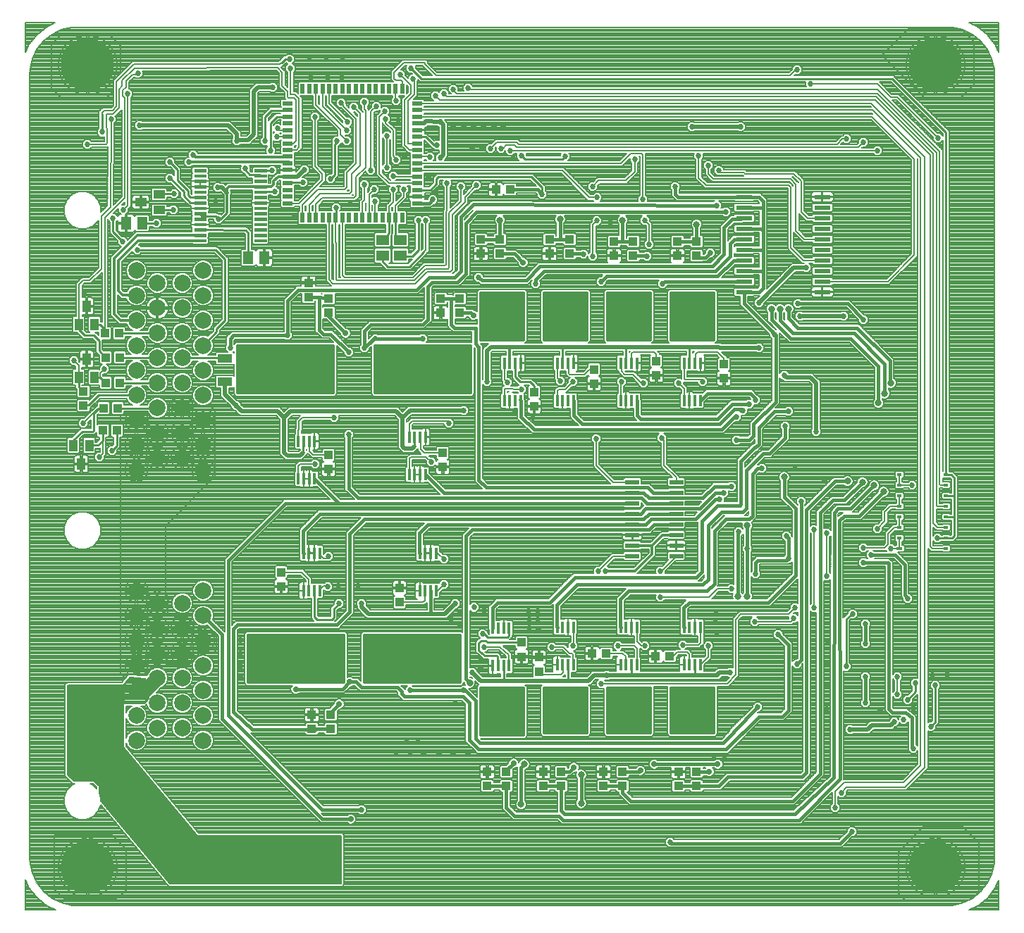
<source format=gbl>
G75*
%MOIN*%
%OFA0B0*%
%FSLAX25Y25*%
%IPPOS*%
%LPD*%
%AMOC8*
5,1,8,0,0,1.08239X$1,22.5*
%
%ADD10R,0.03937X0.04331*%
%ADD11R,0.05118X0.05906*%
%ADD12R,0.04331X0.03937*%
%ADD13R,0.07087X0.03937*%
%ADD14C,0.25000*%
%ADD15R,0.04700X0.02200*%
%ADD16R,0.02200X0.04700*%
%ADD17R,0.05512X0.03937*%
%ADD18C,0.00300*%
%ADD19R,0.02700X0.02700*%
%ADD20R,0.05906X0.05118*%
%ADD21R,0.03937X0.05512*%
%ADD22C,0.07874*%
%ADD23R,0.02400X0.01200*%
%ADD24R,0.03150X0.01200*%
%ADD25R,0.01700X0.05500*%
%ADD26R,0.07800X0.02100*%
%ADD27R,0.06500X0.02200*%
%ADD28C,0.00800*%
%ADD29C,0.02701*%
%ADD30C,0.01000*%
%ADD31C,0.02700*%
%ADD32C,0.01200*%
%ADD33C,0.02000*%
%ADD34C,0.01100*%
%ADD35C,0.01500*%
%ADD36C,0.01600*%
%ADD37C,0.02900*%
%ADD38C,0.03200*%
%ADD39C,0.00700*%
%ADD40C,0.00600*%
%ADD41C,0.07000*%
D10*
X0198414Y0211976D03*
X0198414Y0218669D03*
X0142414Y0219476D03*
X0142414Y0226169D03*
X0164914Y0274976D03*
X0164914Y0281669D03*
X0218914Y0282669D03*
X0218914Y0275976D03*
X0262164Y0304726D03*
X0262164Y0311419D03*
X0290414Y0315476D03*
X0290414Y0322169D03*
X0319914Y0319476D03*
X0319914Y0326169D03*
X0351914Y0324669D03*
X0351914Y0317976D03*
X0256164Y0192919D03*
X0256164Y0186226D03*
X0264414Y0185919D03*
X0264414Y0179226D03*
X0064760Y0293323D03*
X0058067Y0293323D03*
X0058567Y0303823D03*
X0065260Y0303823D03*
X0066260Y0315823D03*
X0059567Y0315823D03*
X0059567Y0327823D03*
X0066260Y0327823D03*
X0065760Y0339323D03*
X0059067Y0339323D03*
D11*
X0069174Y0391323D03*
X0076654Y0391323D03*
X0126924Y0375073D03*
X0134404Y0375073D03*
D12*
X0155414Y0363169D03*
X0155414Y0356476D03*
X0164914Y0355669D03*
X0164914Y0348976D03*
X0217914Y0348976D03*
X0217914Y0355669D03*
X0226914Y0355669D03*
X0226914Y0348976D03*
X0236914Y0376976D03*
X0236914Y0383669D03*
X0245914Y0383669D03*
X0245914Y0376976D03*
X0269414Y0376976D03*
X0269414Y0383669D03*
X0278914Y0383669D03*
X0278914Y0376976D03*
X0299914Y0375976D03*
X0299914Y0382669D03*
X0308914Y0382669D03*
X0308914Y0375976D03*
X0329914Y0375976D03*
X0329914Y0382669D03*
X0338914Y0382669D03*
X0338914Y0375976D03*
X0250760Y0407323D03*
X0244067Y0407323D03*
X0048914Y0311669D03*
X0048914Y0304976D03*
X0156914Y0158669D03*
X0156914Y0151976D03*
X0165914Y0151976D03*
X0165914Y0158669D03*
X0239914Y0131669D03*
X0239914Y0124976D03*
X0248914Y0124976D03*
X0248914Y0131669D03*
X0266414Y0131669D03*
X0266414Y0124976D03*
X0274914Y0124976D03*
X0274914Y0131669D03*
X0294914Y0131669D03*
X0294914Y0124976D03*
X0303914Y0124976D03*
X0303914Y0131669D03*
X0330414Y0131669D03*
X0330414Y0124976D03*
X0338914Y0124976D03*
X0338914Y0131669D03*
X0326260Y0186323D03*
X0319567Y0186323D03*
X0296260Y0187823D03*
X0289567Y0187823D03*
D13*
X0115914Y0316311D03*
X0115914Y0327335D03*
D14*
X0050914Y0466323D03*
X0451914Y0466323D03*
X0451914Y0086323D03*
X0050914Y0086323D03*
D15*
X0145607Y0400872D03*
X0145607Y0404022D03*
X0145607Y0407172D03*
X0145607Y0410321D03*
X0145607Y0413471D03*
X0145607Y0416620D03*
X0145607Y0419770D03*
X0145607Y0422920D03*
X0145607Y0426069D03*
X0145607Y0429219D03*
X0145607Y0432368D03*
X0145607Y0435518D03*
X0145607Y0438668D03*
X0145607Y0441817D03*
X0145607Y0444967D03*
X0145607Y0448116D03*
X0206707Y0448116D03*
X0206707Y0444967D03*
X0206707Y0441817D03*
X0206707Y0438668D03*
X0206707Y0435518D03*
X0206707Y0432368D03*
X0206707Y0429219D03*
X0206707Y0426069D03*
X0206707Y0422920D03*
X0206707Y0419770D03*
X0206707Y0416620D03*
X0206707Y0413471D03*
X0206707Y0410321D03*
X0206707Y0407172D03*
X0206707Y0404022D03*
X0206707Y0400872D03*
D16*
X0199779Y0393944D03*
X0196629Y0393944D03*
X0193479Y0393944D03*
X0190330Y0393944D03*
X0187180Y0393944D03*
X0184031Y0393944D03*
X0180881Y0393944D03*
X0177731Y0393944D03*
X0174582Y0393944D03*
X0171432Y0393944D03*
X0168282Y0393944D03*
X0165133Y0393944D03*
X0161983Y0393944D03*
X0158834Y0393944D03*
X0155684Y0393944D03*
X0152534Y0393944D03*
X0152534Y0455044D03*
X0155684Y0455044D03*
X0158834Y0455044D03*
X0161983Y0455044D03*
X0165133Y0455044D03*
X0168282Y0455044D03*
X0171432Y0455044D03*
X0174582Y0455044D03*
X0177731Y0455044D03*
X0180881Y0455044D03*
X0184031Y0455044D03*
X0187180Y0455044D03*
X0190330Y0455044D03*
X0193479Y0455044D03*
X0196629Y0455044D03*
X0199779Y0455044D03*
D17*
X0084745Y0405063D03*
X0084745Y0397583D03*
X0076083Y0401323D03*
D18*
X0101342Y0401702D02*
X0101342Y0400502D01*
X0101342Y0401702D02*
X0106942Y0401702D01*
X0106942Y0400502D01*
X0101342Y0400502D01*
X0101342Y0400801D02*
X0106942Y0400801D01*
X0106942Y0401100D02*
X0101342Y0401100D01*
X0101342Y0401399D02*
X0106942Y0401399D01*
X0106942Y0401698D02*
X0101342Y0401698D01*
X0101342Y0403061D02*
X0101342Y0404261D01*
X0106942Y0404261D01*
X0106942Y0403061D01*
X0101342Y0403061D01*
X0101342Y0403360D02*
X0106942Y0403360D01*
X0106942Y0403659D02*
X0101342Y0403659D01*
X0101342Y0403958D02*
X0106942Y0403958D01*
X0106942Y0404257D02*
X0101342Y0404257D01*
X0101342Y0405620D02*
X0101342Y0406820D01*
X0106942Y0406820D01*
X0106942Y0405620D01*
X0101342Y0405620D01*
X0101342Y0405919D02*
X0106942Y0405919D01*
X0106942Y0406218D02*
X0101342Y0406218D01*
X0101342Y0406517D02*
X0106942Y0406517D01*
X0106942Y0406816D02*
X0101342Y0406816D01*
X0101342Y0408180D02*
X0101342Y0409380D01*
X0106942Y0409380D01*
X0106942Y0408180D01*
X0101342Y0408180D01*
X0101342Y0408479D02*
X0106942Y0408479D01*
X0106942Y0408778D02*
X0101342Y0408778D01*
X0101342Y0409077D02*
X0106942Y0409077D01*
X0106942Y0409376D02*
X0101342Y0409376D01*
X0101342Y0410739D02*
X0101342Y0411939D01*
X0106942Y0411939D01*
X0106942Y0410739D01*
X0101342Y0410739D01*
X0101342Y0411038D02*
X0106942Y0411038D01*
X0106942Y0411337D02*
X0101342Y0411337D01*
X0101342Y0411636D02*
X0106942Y0411636D01*
X0106942Y0411935D02*
X0101342Y0411935D01*
X0101342Y0413298D02*
X0101342Y0414498D01*
X0106942Y0414498D01*
X0106942Y0413298D01*
X0101342Y0413298D01*
X0101342Y0413597D02*
X0106942Y0413597D01*
X0106942Y0413896D02*
X0101342Y0413896D01*
X0101342Y0414195D02*
X0106942Y0414195D01*
X0106942Y0414494D02*
X0101342Y0414494D01*
X0101342Y0415857D02*
X0101342Y0417057D01*
X0106942Y0417057D01*
X0106942Y0415857D01*
X0101342Y0415857D01*
X0101342Y0416156D02*
X0106942Y0416156D01*
X0106942Y0416455D02*
X0101342Y0416455D01*
X0101342Y0416754D02*
X0106942Y0416754D01*
X0106942Y0417053D02*
X0101342Y0417053D01*
X0101342Y0399143D02*
X0101342Y0397943D01*
X0101342Y0399143D02*
X0106942Y0399143D01*
X0106942Y0397943D01*
X0101342Y0397943D01*
X0101342Y0398242D02*
X0106942Y0398242D01*
X0106942Y0398541D02*
X0101342Y0398541D01*
X0101342Y0398840D02*
X0106942Y0398840D01*
X0106942Y0399139D02*
X0101342Y0399139D01*
X0101342Y0396584D02*
X0101342Y0395384D01*
X0101342Y0396584D02*
X0106942Y0396584D01*
X0106942Y0395384D01*
X0101342Y0395384D01*
X0101342Y0395683D02*
X0106942Y0395683D01*
X0106942Y0395982D02*
X0101342Y0395982D01*
X0101342Y0396281D02*
X0106942Y0396281D01*
X0106942Y0396580D02*
X0101342Y0396580D01*
X0101342Y0394025D02*
X0101342Y0392825D01*
X0101342Y0394025D02*
X0106942Y0394025D01*
X0106942Y0392825D01*
X0101342Y0392825D01*
X0101342Y0393124D02*
X0106942Y0393124D01*
X0106942Y0393423D02*
X0101342Y0393423D01*
X0101342Y0393722D02*
X0106942Y0393722D01*
X0106942Y0394021D02*
X0101342Y0394021D01*
X0101342Y0391466D02*
X0101342Y0390266D01*
X0101342Y0391466D02*
X0106942Y0391466D01*
X0106942Y0390266D01*
X0101342Y0390266D01*
X0101342Y0390565D02*
X0106942Y0390565D01*
X0106942Y0390864D02*
X0101342Y0390864D01*
X0101342Y0391163D02*
X0106942Y0391163D01*
X0106942Y0391462D02*
X0101342Y0391462D01*
X0101342Y0388907D02*
X0101342Y0387707D01*
X0101342Y0388907D02*
X0106942Y0388907D01*
X0106942Y0387707D01*
X0101342Y0387707D01*
X0101342Y0388006D02*
X0106942Y0388006D01*
X0106942Y0388305D02*
X0101342Y0388305D01*
X0101342Y0388604D02*
X0106942Y0388604D01*
X0106942Y0388903D02*
X0101342Y0388903D01*
X0101342Y0386348D02*
X0101342Y0385148D01*
X0101342Y0386348D02*
X0106942Y0386348D01*
X0106942Y0385148D01*
X0101342Y0385148D01*
X0101342Y0385447D02*
X0106942Y0385447D01*
X0106942Y0385746D02*
X0101342Y0385746D01*
X0101342Y0386045D02*
X0106942Y0386045D01*
X0106942Y0386344D02*
X0101342Y0386344D01*
X0101342Y0383789D02*
X0101342Y0382589D01*
X0101342Y0383789D02*
X0106942Y0383789D01*
X0106942Y0382589D01*
X0101342Y0382589D01*
X0101342Y0382888D02*
X0106942Y0382888D01*
X0106942Y0383187D02*
X0101342Y0383187D01*
X0101342Y0383486D02*
X0106942Y0383486D01*
X0106942Y0383785D02*
X0101342Y0383785D01*
X0129886Y0383789D02*
X0129886Y0382589D01*
X0129886Y0383789D02*
X0135486Y0383789D01*
X0135486Y0382589D01*
X0129886Y0382589D01*
X0129886Y0382888D02*
X0135486Y0382888D01*
X0135486Y0383187D02*
X0129886Y0383187D01*
X0129886Y0383486D02*
X0135486Y0383486D01*
X0135486Y0383785D02*
X0129886Y0383785D01*
X0129886Y0385148D02*
X0129886Y0386348D01*
X0135486Y0386348D01*
X0135486Y0385148D01*
X0129886Y0385148D01*
X0129886Y0385447D02*
X0135486Y0385447D01*
X0135486Y0385746D02*
X0129886Y0385746D01*
X0129886Y0386045D02*
X0135486Y0386045D01*
X0135486Y0386344D02*
X0129886Y0386344D01*
X0129886Y0387707D02*
X0129886Y0388907D01*
X0135486Y0388907D01*
X0135486Y0387707D01*
X0129886Y0387707D01*
X0129886Y0388006D02*
X0135486Y0388006D01*
X0135486Y0388305D02*
X0129886Y0388305D01*
X0129886Y0388604D02*
X0135486Y0388604D01*
X0135486Y0388903D02*
X0129886Y0388903D01*
X0129886Y0390266D02*
X0129886Y0391466D01*
X0135486Y0391466D01*
X0135486Y0390266D01*
X0129886Y0390266D01*
X0129886Y0390565D02*
X0135486Y0390565D01*
X0135486Y0390864D02*
X0129886Y0390864D01*
X0129886Y0391163D02*
X0135486Y0391163D01*
X0135486Y0391462D02*
X0129886Y0391462D01*
X0129886Y0392825D02*
X0129886Y0394025D01*
X0135486Y0394025D01*
X0135486Y0392825D01*
X0129886Y0392825D01*
X0129886Y0393124D02*
X0135486Y0393124D01*
X0135486Y0393423D02*
X0129886Y0393423D01*
X0129886Y0393722D02*
X0135486Y0393722D01*
X0135486Y0394021D02*
X0129886Y0394021D01*
X0129886Y0395384D02*
X0129886Y0396584D01*
X0135486Y0396584D01*
X0135486Y0395384D01*
X0129886Y0395384D01*
X0129886Y0395683D02*
X0135486Y0395683D01*
X0135486Y0395982D02*
X0129886Y0395982D01*
X0129886Y0396281D02*
X0135486Y0396281D01*
X0135486Y0396580D02*
X0129886Y0396580D01*
X0129886Y0397943D02*
X0129886Y0399143D01*
X0135486Y0399143D01*
X0135486Y0397943D01*
X0129886Y0397943D01*
X0129886Y0398242D02*
X0135486Y0398242D01*
X0135486Y0398541D02*
X0129886Y0398541D01*
X0129886Y0398840D02*
X0135486Y0398840D01*
X0135486Y0399139D02*
X0129886Y0399139D01*
X0129886Y0400502D02*
X0129886Y0401702D01*
X0135486Y0401702D01*
X0135486Y0400502D01*
X0129886Y0400502D01*
X0129886Y0400801D02*
X0135486Y0400801D01*
X0135486Y0401100D02*
X0129886Y0401100D01*
X0129886Y0401399D02*
X0135486Y0401399D01*
X0135486Y0401698D02*
X0129886Y0401698D01*
X0129886Y0403061D02*
X0129886Y0404261D01*
X0135486Y0404261D01*
X0135486Y0403061D01*
X0129886Y0403061D01*
X0129886Y0403360D02*
X0135486Y0403360D01*
X0135486Y0403659D02*
X0129886Y0403659D01*
X0129886Y0403958D02*
X0135486Y0403958D01*
X0135486Y0404257D02*
X0129886Y0404257D01*
X0129886Y0405620D02*
X0129886Y0406820D01*
X0135486Y0406820D01*
X0135486Y0405620D01*
X0129886Y0405620D01*
X0129886Y0405919D02*
X0135486Y0405919D01*
X0135486Y0406218D02*
X0129886Y0406218D01*
X0129886Y0406517D02*
X0135486Y0406517D01*
X0135486Y0406816D02*
X0129886Y0406816D01*
X0129886Y0408180D02*
X0129886Y0409380D01*
X0135486Y0409380D01*
X0135486Y0408180D01*
X0129886Y0408180D01*
X0129886Y0408479D02*
X0135486Y0408479D01*
X0135486Y0408778D02*
X0129886Y0408778D01*
X0129886Y0409077D02*
X0135486Y0409077D01*
X0135486Y0409376D02*
X0129886Y0409376D01*
X0129886Y0410739D02*
X0129886Y0411939D01*
X0135486Y0411939D01*
X0135486Y0410739D01*
X0129886Y0410739D01*
X0129886Y0411038D02*
X0135486Y0411038D01*
X0135486Y0411337D02*
X0129886Y0411337D01*
X0129886Y0411636D02*
X0135486Y0411636D01*
X0135486Y0411935D02*
X0129886Y0411935D01*
X0129886Y0413298D02*
X0129886Y0414498D01*
X0135486Y0414498D01*
X0135486Y0413298D01*
X0129886Y0413298D01*
X0129886Y0413597D02*
X0135486Y0413597D01*
X0135486Y0413896D02*
X0129886Y0413896D01*
X0129886Y0414195D02*
X0135486Y0414195D01*
X0135486Y0414494D02*
X0129886Y0414494D01*
X0129886Y0415857D02*
X0129886Y0417057D01*
X0135486Y0417057D01*
X0135486Y0415857D01*
X0129886Y0415857D01*
X0129886Y0416156D02*
X0135486Y0416156D01*
X0135486Y0416455D02*
X0129886Y0416455D01*
X0129886Y0416754D02*
X0135486Y0416754D01*
X0135486Y0417053D02*
X0129886Y0417053D01*
D19*
X0129181Y0330423D03*
X0131914Y0330423D03*
X0134647Y0330423D03*
X0137380Y0330423D03*
X0140114Y0330423D03*
X0140114Y0327689D03*
X0140114Y0324957D03*
X0137380Y0324957D03*
X0137380Y0327689D03*
X0134647Y0327689D03*
X0134647Y0324957D03*
X0131914Y0324957D03*
X0131914Y0327689D03*
X0129181Y0327689D03*
X0129181Y0324957D03*
X0126448Y0324957D03*
X0126448Y0327689D03*
X0126448Y0330423D03*
X0123714Y0330423D03*
X0123714Y0327689D03*
X0123714Y0324957D03*
X0123714Y0322223D03*
X0123714Y0319490D03*
X0123714Y0316757D03*
X0126448Y0316757D03*
X0126448Y0319490D03*
X0126448Y0322223D03*
X0129181Y0322223D03*
X0131914Y0322223D03*
X0134647Y0322223D03*
X0137380Y0322223D03*
X0137380Y0319490D03*
X0134647Y0319490D03*
X0131914Y0319490D03*
X0129181Y0319490D03*
X0129181Y0316757D03*
X0131914Y0316757D03*
X0134647Y0316757D03*
X0137380Y0316757D03*
X0140114Y0316757D03*
X0140114Y0319490D03*
X0140114Y0322223D03*
X0140114Y0314023D03*
X0137380Y0314023D03*
X0134647Y0314023D03*
X0131914Y0314023D03*
X0129181Y0314023D03*
X0126448Y0314023D03*
X0123714Y0314023D03*
X0148714Y0314023D03*
X0148714Y0316757D03*
X0148714Y0319490D03*
X0148714Y0322223D03*
X0148714Y0324957D03*
X0148714Y0327689D03*
X0148714Y0330423D03*
X0151448Y0330423D03*
X0154181Y0330423D03*
X0156914Y0330423D03*
X0159647Y0330423D03*
X0162380Y0330423D03*
X0165114Y0330423D03*
X0165114Y0327689D03*
X0165114Y0324957D03*
X0162380Y0324957D03*
X0162380Y0327689D03*
X0159647Y0327689D03*
X0159647Y0324957D03*
X0156914Y0324957D03*
X0156914Y0327689D03*
X0154181Y0327689D03*
X0154181Y0324957D03*
X0151448Y0324957D03*
X0151448Y0327689D03*
X0151448Y0322223D03*
X0154181Y0322223D03*
X0156914Y0322223D03*
X0159647Y0322223D03*
X0162380Y0322223D03*
X0162380Y0319490D03*
X0159647Y0319490D03*
X0156914Y0319490D03*
X0154181Y0319490D03*
X0151448Y0319490D03*
X0151448Y0316757D03*
X0154181Y0316757D03*
X0156914Y0316757D03*
X0159647Y0316757D03*
X0162380Y0316757D03*
X0165114Y0316757D03*
X0165114Y0319490D03*
X0165114Y0322223D03*
X0165114Y0314023D03*
X0162380Y0314023D03*
X0159647Y0314023D03*
X0156914Y0314023D03*
X0154181Y0314023D03*
X0151448Y0314023D03*
X0188714Y0314023D03*
X0188714Y0316757D03*
X0188714Y0319490D03*
X0188714Y0322223D03*
X0188714Y0324957D03*
X0188714Y0327689D03*
X0188714Y0330423D03*
X0191448Y0330423D03*
X0194181Y0330423D03*
X0196914Y0330423D03*
X0199647Y0330423D03*
X0202380Y0330423D03*
X0205114Y0330423D03*
X0205114Y0327689D03*
X0205114Y0324957D03*
X0202380Y0324957D03*
X0202380Y0327689D03*
X0199647Y0327689D03*
X0199647Y0324957D03*
X0196914Y0324957D03*
X0196914Y0327689D03*
X0194181Y0327689D03*
X0194181Y0324957D03*
X0191448Y0324957D03*
X0191448Y0327689D03*
X0191448Y0322223D03*
X0194181Y0322223D03*
X0196914Y0322223D03*
X0199647Y0322223D03*
X0202380Y0322223D03*
X0202380Y0319490D03*
X0199647Y0319490D03*
X0196914Y0319490D03*
X0194181Y0319490D03*
X0191448Y0319490D03*
X0191448Y0316757D03*
X0194181Y0316757D03*
X0196914Y0316757D03*
X0199647Y0316757D03*
X0202380Y0316757D03*
X0205114Y0316757D03*
X0205114Y0319490D03*
X0205114Y0322223D03*
X0213714Y0322223D03*
X0213714Y0319490D03*
X0213714Y0316757D03*
X0216448Y0316757D03*
X0216448Y0319490D03*
X0216448Y0322223D03*
X0219181Y0322223D03*
X0221914Y0322223D03*
X0224647Y0322223D03*
X0227380Y0322223D03*
X0227380Y0319490D03*
X0224647Y0319490D03*
X0221914Y0319490D03*
X0219181Y0319490D03*
X0219181Y0316757D03*
X0221914Y0316757D03*
X0224647Y0316757D03*
X0227380Y0316757D03*
X0230114Y0316757D03*
X0230114Y0319490D03*
X0230114Y0322223D03*
X0230114Y0324957D03*
X0230114Y0327689D03*
X0230114Y0330423D03*
X0227380Y0330423D03*
X0224647Y0330423D03*
X0221914Y0330423D03*
X0219181Y0330423D03*
X0216448Y0330423D03*
X0213714Y0330423D03*
X0213714Y0327689D03*
X0213714Y0324957D03*
X0216448Y0324957D03*
X0216448Y0327689D03*
X0219181Y0327689D03*
X0219181Y0324957D03*
X0221914Y0324957D03*
X0221914Y0327689D03*
X0224647Y0327689D03*
X0224647Y0324957D03*
X0227380Y0324957D03*
X0227380Y0327689D03*
X0238714Y0339023D03*
X0238714Y0341757D03*
X0238714Y0344490D03*
X0238714Y0347223D03*
X0238714Y0349957D03*
X0238714Y0352689D03*
X0238714Y0355423D03*
X0241448Y0355423D03*
X0244181Y0355423D03*
X0246914Y0355423D03*
X0249647Y0355423D03*
X0252380Y0355423D03*
X0255114Y0355423D03*
X0255114Y0352689D03*
X0255114Y0349957D03*
X0252380Y0349957D03*
X0252380Y0352689D03*
X0249647Y0352689D03*
X0249647Y0349957D03*
X0246914Y0349957D03*
X0246914Y0352689D03*
X0244181Y0352689D03*
X0244181Y0349957D03*
X0241448Y0349957D03*
X0241448Y0352689D03*
X0241448Y0347223D03*
X0244181Y0347223D03*
X0246914Y0347223D03*
X0249647Y0347223D03*
X0252380Y0347223D03*
X0252380Y0344490D03*
X0249647Y0344490D03*
X0246914Y0344490D03*
X0244181Y0344490D03*
X0241448Y0344490D03*
X0241448Y0341757D03*
X0244181Y0341757D03*
X0246914Y0341757D03*
X0249647Y0341757D03*
X0252380Y0341757D03*
X0255114Y0341757D03*
X0255114Y0344490D03*
X0255114Y0347223D03*
X0255114Y0339023D03*
X0252380Y0339023D03*
X0249647Y0339023D03*
X0246914Y0339023D03*
X0244181Y0339023D03*
X0241448Y0339023D03*
X0268714Y0339023D03*
X0268714Y0341757D03*
X0268714Y0344490D03*
X0268714Y0347223D03*
X0268714Y0349957D03*
X0268714Y0352689D03*
X0268714Y0355423D03*
X0271448Y0355423D03*
X0274181Y0355423D03*
X0276914Y0355423D03*
X0279647Y0355423D03*
X0282380Y0355423D03*
X0285114Y0355423D03*
X0285114Y0352689D03*
X0285114Y0349957D03*
X0282380Y0349957D03*
X0282380Y0352689D03*
X0279647Y0352689D03*
X0279647Y0349957D03*
X0276914Y0349957D03*
X0276914Y0352689D03*
X0274181Y0352689D03*
X0274181Y0349957D03*
X0271448Y0349957D03*
X0271448Y0352689D03*
X0271448Y0347223D03*
X0274181Y0347223D03*
X0276914Y0347223D03*
X0279647Y0347223D03*
X0282380Y0347223D03*
X0282380Y0344490D03*
X0279647Y0344490D03*
X0276914Y0344490D03*
X0274181Y0344490D03*
X0271448Y0344490D03*
X0271448Y0341757D03*
X0274181Y0341757D03*
X0276914Y0341757D03*
X0279647Y0341757D03*
X0282380Y0341757D03*
X0285114Y0341757D03*
X0285114Y0344490D03*
X0285114Y0347223D03*
X0285114Y0339023D03*
X0282380Y0339023D03*
X0279647Y0339023D03*
X0276914Y0339023D03*
X0274181Y0339023D03*
X0271448Y0339023D03*
X0298714Y0339023D03*
X0298714Y0341757D03*
X0298714Y0344490D03*
X0298714Y0347223D03*
X0298714Y0349957D03*
X0298714Y0352689D03*
X0298714Y0355423D03*
X0301448Y0355423D03*
X0304181Y0355423D03*
X0306914Y0355423D03*
X0309647Y0355423D03*
X0312380Y0355423D03*
X0315114Y0355423D03*
X0315114Y0352689D03*
X0315114Y0349957D03*
X0312380Y0349957D03*
X0312380Y0352689D03*
X0309647Y0352689D03*
X0309647Y0349957D03*
X0306914Y0349957D03*
X0306914Y0352689D03*
X0304181Y0352689D03*
X0304181Y0349957D03*
X0301448Y0349957D03*
X0301448Y0352689D03*
X0301448Y0347223D03*
X0304181Y0347223D03*
X0306914Y0347223D03*
X0309647Y0347223D03*
X0312380Y0347223D03*
X0312380Y0344490D03*
X0309647Y0344490D03*
X0306914Y0344490D03*
X0304181Y0344490D03*
X0301448Y0344490D03*
X0301448Y0341757D03*
X0304181Y0341757D03*
X0306914Y0341757D03*
X0309647Y0341757D03*
X0312380Y0341757D03*
X0315114Y0341757D03*
X0315114Y0344490D03*
X0315114Y0347223D03*
X0315114Y0339023D03*
X0312380Y0339023D03*
X0309647Y0339023D03*
X0306914Y0339023D03*
X0304181Y0339023D03*
X0301448Y0339023D03*
X0328714Y0339023D03*
X0328714Y0341757D03*
X0328714Y0344490D03*
X0328714Y0347223D03*
X0328714Y0349957D03*
X0328714Y0352689D03*
X0328714Y0355423D03*
X0331448Y0355423D03*
X0334181Y0355423D03*
X0336914Y0355423D03*
X0339647Y0355423D03*
X0342380Y0355423D03*
X0345114Y0355423D03*
X0345114Y0352689D03*
X0345114Y0349957D03*
X0342380Y0349957D03*
X0342380Y0352689D03*
X0339647Y0352689D03*
X0339647Y0349957D03*
X0336914Y0349957D03*
X0336914Y0352689D03*
X0334181Y0352689D03*
X0334181Y0349957D03*
X0331448Y0349957D03*
X0331448Y0352689D03*
X0331448Y0347223D03*
X0334181Y0347223D03*
X0336914Y0347223D03*
X0339647Y0347223D03*
X0342380Y0347223D03*
X0342380Y0344490D03*
X0339647Y0344490D03*
X0336914Y0344490D03*
X0334181Y0344490D03*
X0331448Y0344490D03*
X0331448Y0341757D03*
X0334181Y0341757D03*
X0336914Y0341757D03*
X0339647Y0341757D03*
X0342380Y0341757D03*
X0345114Y0341757D03*
X0345114Y0344490D03*
X0345114Y0347223D03*
X0345114Y0339023D03*
X0342380Y0339023D03*
X0339647Y0339023D03*
X0336914Y0339023D03*
X0334181Y0339023D03*
X0331448Y0339023D03*
X0230114Y0314023D03*
X0227380Y0314023D03*
X0224647Y0314023D03*
X0221914Y0314023D03*
X0219181Y0314023D03*
X0216448Y0314023D03*
X0213714Y0314023D03*
X0205114Y0314023D03*
X0202380Y0314023D03*
X0199647Y0314023D03*
X0196914Y0314023D03*
X0194181Y0314023D03*
X0191448Y0314023D03*
X0191914Y0193623D03*
X0194647Y0193623D03*
X0197380Y0193623D03*
X0200114Y0193623D03*
X0200114Y0190889D03*
X0200114Y0188156D03*
X0200114Y0185423D03*
X0197380Y0185423D03*
X0197380Y0188156D03*
X0197380Y0190889D03*
X0194647Y0190889D03*
X0191914Y0190889D03*
X0189181Y0190889D03*
X0186448Y0190889D03*
X0186448Y0188156D03*
X0189181Y0188156D03*
X0191914Y0188156D03*
X0194647Y0188156D03*
X0194647Y0185423D03*
X0191914Y0185423D03*
X0189181Y0185423D03*
X0186448Y0185423D03*
X0183714Y0185423D03*
X0183714Y0188156D03*
X0183714Y0190889D03*
X0183714Y0193623D03*
X0186448Y0193623D03*
X0189181Y0193623D03*
X0189181Y0182689D03*
X0189181Y0179957D03*
X0191914Y0179957D03*
X0191914Y0182689D03*
X0194647Y0182689D03*
X0194647Y0179957D03*
X0197380Y0179957D03*
X0197380Y0182689D03*
X0200114Y0182689D03*
X0200114Y0179957D03*
X0200114Y0177223D03*
X0197380Y0177223D03*
X0194647Y0177223D03*
X0191914Y0177223D03*
X0189181Y0177223D03*
X0186448Y0177223D03*
X0186448Y0179957D03*
X0186448Y0182689D03*
X0183714Y0182689D03*
X0183714Y0179957D03*
X0183714Y0177223D03*
X0170114Y0177223D03*
X0170114Y0179957D03*
X0170114Y0182689D03*
X0170114Y0185423D03*
X0170114Y0188156D03*
X0170114Y0190889D03*
X0170114Y0193623D03*
X0167380Y0193623D03*
X0164647Y0193623D03*
X0161914Y0193623D03*
X0159181Y0193623D03*
X0156448Y0193623D03*
X0153714Y0193623D03*
X0153714Y0190889D03*
X0153714Y0188156D03*
X0153714Y0185423D03*
X0156448Y0185423D03*
X0156448Y0188156D03*
X0156448Y0190889D03*
X0159181Y0190889D03*
X0161914Y0190889D03*
X0164647Y0190889D03*
X0167380Y0190889D03*
X0167380Y0188156D03*
X0164647Y0188156D03*
X0161914Y0188156D03*
X0159181Y0188156D03*
X0159181Y0185423D03*
X0161914Y0185423D03*
X0164647Y0185423D03*
X0167380Y0185423D03*
X0167380Y0182689D03*
X0167380Y0179957D03*
X0164647Y0179957D03*
X0164647Y0182689D03*
X0161914Y0182689D03*
X0161914Y0179957D03*
X0159181Y0179957D03*
X0159181Y0182689D03*
X0156448Y0182689D03*
X0156448Y0179957D03*
X0153714Y0179957D03*
X0153714Y0182689D03*
X0153714Y0177223D03*
X0156448Y0177223D03*
X0159181Y0177223D03*
X0161914Y0177223D03*
X0164647Y0177223D03*
X0167380Y0177223D03*
X0145114Y0177223D03*
X0145114Y0179957D03*
X0145114Y0182689D03*
X0145114Y0185423D03*
X0145114Y0188156D03*
X0145114Y0190889D03*
X0145114Y0193623D03*
X0142380Y0193623D03*
X0139647Y0193623D03*
X0136914Y0193623D03*
X0134181Y0193623D03*
X0131448Y0193623D03*
X0128714Y0193623D03*
X0128714Y0190889D03*
X0128714Y0188156D03*
X0128714Y0185423D03*
X0131448Y0185423D03*
X0131448Y0188156D03*
X0131448Y0190889D03*
X0134181Y0190889D03*
X0136914Y0190889D03*
X0139647Y0190889D03*
X0142380Y0190889D03*
X0142380Y0188156D03*
X0139647Y0188156D03*
X0136914Y0188156D03*
X0134181Y0188156D03*
X0134181Y0185423D03*
X0136914Y0185423D03*
X0139647Y0185423D03*
X0142380Y0185423D03*
X0142380Y0182689D03*
X0142380Y0179957D03*
X0139647Y0179957D03*
X0139647Y0182689D03*
X0136914Y0182689D03*
X0136914Y0179957D03*
X0134181Y0179957D03*
X0134181Y0182689D03*
X0131448Y0182689D03*
X0131448Y0179957D03*
X0128714Y0179957D03*
X0128714Y0182689D03*
X0128714Y0177223D03*
X0131448Y0177223D03*
X0134181Y0177223D03*
X0136914Y0177223D03*
X0139647Y0177223D03*
X0142380Y0177223D03*
X0208714Y0177223D03*
X0208714Y0179957D03*
X0208714Y0182689D03*
X0208714Y0185423D03*
X0208714Y0188156D03*
X0208714Y0190889D03*
X0208714Y0193623D03*
X0211448Y0193623D03*
X0214181Y0193623D03*
X0216914Y0193623D03*
X0219647Y0193623D03*
X0222380Y0193623D03*
X0225114Y0193623D03*
X0225114Y0190889D03*
X0225114Y0188156D03*
X0225114Y0185423D03*
X0222380Y0185423D03*
X0222380Y0188156D03*
X0222380Y0190889D03*
X0219647Y0190889D03*
X0216914Y0190889D03*
X0214181Y0190889D03*
X0211448Y0190889D03*
X0211448Y0188156D03*
X0214181Y0188156D03*
X0216914Y0188156D03*
X0219647Y0188156D03*
X0219647Y0185423D03*
X0216914Y0185423D03*
X0214181Y0185423D03*
X0211448Y0185423D03*
X0211448Y0182689D03*
X0211448Y0179957D03*
X0214181Y0179957D03*
X0214181Y0182689D03*
X0216914Y0182689D03*
X0216914Y0179957D03*
X0219647Y0179957D03*
X0219647Y0182689D03*
X0222380Y0182689D03*
X0222380Y0179957D03*
X0225114Y0179957D03*
X0225114Y0182689D03*
X0225114Y0177223D03*
X0222380Y0177223D03*
X0219647Y0177223D03*
X0216914Y0177223D03*
X0214181Y0177223D03*
X0211448Y0177223D03*
X0238714Y0168623D03*
X0241448Y0168623D03*
X0244181Y0168623D03*
X0246914Y0168623D03*
X0249647Y0168623D03*
X0252380Y0168623D03*
X0255114Y0168623D03*
X0255114Y0165889D03*
X0255114Y0163156D03*
X0255114Y0160423D03*
X0252380Y0160423D03*
X0252380Y0163156D03*
X0252380Y0165889D03*
X0249647Y0165889D03*
X0246914Y0165889D03*
X0244181Y0165889D03*
X0241448Y0165889D03*
X0241448Y0163156D03*
X0244181Y0163156D03*
X0246914Y0163156D03*
X0249647Y0163156D03*
X0249647Y0160423D03*
X0246914Y0160423D03*
X0244181Y0160423D03*
X0241448Y0160423D03*
X0238714Y0160423D03*
X0238714Y0163156D03*
X0238714Y0165889D03*
X0238714Y0157689D03*
X0238714Y0154957D03*
X0241448Y0154957D03*
X0241448Y0157689D03*
X0244181Y0157689D03*
X0244181Y0154957D03*
X0246914Y0154957D03*
X0246914Y0157689D03*
X0249647Y0157689D03*
X0249647Y0154957D03*
X0252380Y0154957D03*
X0252380Y0157689D03*
X0255114Y0157689D03*
X0255114Y0154957D03*
X0255114Y0152223D03*
X0252380Y0152223D03*
X0249647Y0152223D03*
X0246914Y0152223D03*
X0244181Y0152223D03*
X0241448Y0152223D03*
X0238714Y0152223D03*
X0268714Y0152223D03*
X0268714Y0154957D03*
X0268714Y0157689D03*
X0268714Y0160423D03*
X0268714Y0163156D03*
X0268714Y0165889D03*
X0268714Y0168623D03*
X0271448Y0168623D03*
X0274181Y0168623D03*
X0276914Y0168623D03*
X0279647Y0168623D03*
X0282380Y0168623D03*
X0285114Y0168623D03*
X0285114Y0165889D03*
X0285114Y0163156D03*
X0285114Y0160423D03*
X0282380Y0160423D03*
X0282380Y0163156D03*
X0282380Y0165889D03*
X0279647Y0165889D03*
X0276914Y0165889D03*
X0274181Y0165889D03*
X0271448Y0165889D03*
X0271448Y0163156D03*
X0274181Y0163156D03*
X0276914Y0163156D03*
X0279647Y0163156D03*
X0279647Y0160423D03*
X0276914Y0160423D03*
X0274181Y0160423D03*
X0271448Y0160423D03*
X0271448Y0157689D03*
X0271448Y0154957D03*
X0274181Y0154957D03*
X0274181Y0157689D03*
X0276914Y0157689D03*
X0276914Y0154957D03*
X0279647Y0154957D03*
X0279647Y0157689D03*
X0282380Y0157689D03*
X0282380Y0154957D03*
X0285114Y0154957D03*
X0285114Y0157689D03*
X0285114Y0152223D03*
X0282380Y0152223D03*
X0279647Y0152223D03*
X0276914Y0152223D03*
X0274181Y0152223D03*
X0271448Y0152223D03*
X0298714Y0152223D03*
X0298714Y0154957D03*
X0298714Y0157689D03*
X0298714Y0160423D03*
X0298714Y0163156D03*
X0298714Y0165889D03*
X0298714Y0168623D03*
X0301448Y0168623D03*
X0304181Y0168623D03*
X0306914Y0168623D03*
X0309647Y0168623D03*
X0312380Y0168623D03*
X0315114Y0168623D03*
X0315114Y0165889D03*
X0315114Y0163156D03*
X0315114Y0160423D03*
X0312380Y0160423D03*
X0312380Y0163156D03*
X0312380Y0165889D03*
X0309647Y0165889D03*
X0306914Y0165889D03*
X0304181Y0165889D03*
X0301448Y0165889D03*
X0301448Y0163156D03*
X0304181Y0163156D03*
X0306914Y0163156D03*
X0309647Y0163156D03*
X0309647Y0160423D03*
X0306914Y0160423D03*
X0304181Y0160423D03*
X0301448Y0160423D03*
X0301448Y0157689D03*
X0301448Y0154957D03*
X0304181Y0154957D03*
X0304181Y0157689D03*
X0306914Y0157689D03*
X0306914Y0154957D03*
X0309647Y0154957D03*
X0309647Y0157689D03*
X0312380Y0157689D03*
X0312380Y0154957D03*
X0315114Y0154957D03*
X0315114Y0157689D03*
X0315114Y0152223D03*
X0312380Y0152223D03*
X0309647Y0152223D03*
X0306914Y0152223D03*
X0304181Y0152223D03*
X0301448Y0152223D03*
X0328714Y0152223D03*
X0328714Y0154957D03*
X0328714Y0157689D03*
X0328714Y0160423D03*
X0328714Y0163156D03*
X0328714Y0165889D03*
X0328714Y0168623D03*
X0331448Y0168623D03*
X0334181Y0168623D03*
X0336914Y0168623D03*
X0339647Y0168623D03*
X0342380Y0168623D03*
X0345114Y0168623D03*
X0345114Y0165889D03*
X0345114Y0163156D03*
X0345114Y0160423D03*
X0342380Y0160423D03*
X0342380Y0163156D03*
X0342380Y0165889D03*
X0339647Y0165889D03*
X0336914Y0165889D03*
X0334181Y0165889D03*
X0331448Y0165889D03*
X0331448Y0163156D03*
X0334181Y0163156D03*
X0336914Y0163156D03*
X0339647Y0163156D03*
X0339647Y0160423D03*
X0336914Y0160423D03*
X0334181Y0160423D03*
X0331448Y0160423D03*
X0331448Y0157689D03*
X0331448Y0154957D03*
X0334181Y0154957D03*
X0334181Y0157689D03*
X0336914Y0157689D03*
X0336914Y0154957D03*
X0339647Y0154957D03*
X0339647Y0157689D03*
X0342380Y0157689D03*
X0342380Y0154957D03*
X0345114Y0154957D03*
X0345114Y0157689D03*
X0345114Y0152223D03*
X0342380Y0152223D03*
X0339647Y0152223D03*
X0336914Y0152223D03*
X0334181Y0152223D03*
X0331448Y0152223D03*
X0169114Y0097923D03*
X0166380Y0097923D03*
X0163647Y0097923D03*
X0160914Y0097923D03*
X0158181Y0097923D03*
X0155448Y0097923D03*
X0152714Y0097923D03*
X0152714Y0095189D03*
X0152714Y0092457D03*
X0155448Y0092457D03*
X0155448Y0095189D03*
X0158181Y0095189D03*
X0158181Y0092457D03*
X0160914Y0092457D03*
X0160914Y0095189D03*
X0163647Y0095189D03*
X0163647Y0092457D03*
X0166380Y0092457D03*
X0166380Y0095189D03*
X0169114Y0095189D03*
X0169114Y0092457D03*
X0169114Y0089723D03*
X0169114Y0086990D03*
X0169114Y0084257D03*
X0166380Y0084257D03*
X0166380Y0086990D03*
X0166380Y0089723D03*
X0163647Y0089723D03*
X0160914Y0089723D03*
X0158181Y0089723D03*
X0155448Y0089723D03*
X0155448Y0086990D03*
X0158181Y0086990D03*
X0160914Y0086990D03*
X0163647Y0086990D03*
X0163647Y0084257D03*
X0160914Y0084257D03*
X0158181Y0084257D03*
X0155448Y0084257D03*
X0152714Y0084257D03*
X0152714Y0086990D03*
X0152714Y0089723D03*
X0146614Y0089723D03*
X0146614Y0086990D03*
X0146614Y0084257D03*
X0143880Y0084257D03*
X0143880Y0086990D03*
X0143880Y0089723D03*
X0141147Y0089723D03*
X0138414Y0089723D03*
X0135681Y0089723D03*
X0132948Y0089723D03*
X0132948Y0086990D03*
X0135681Y0086990D03*
X0138414Y0086990D03*
X0141147Y0086990D03*
X0141147Y0084257D03*
X0138414Y0084257D03*
X0135681Y0084257D03*
X0132948Y0084257D03*
X0130214Y0084257D03*
X0130214Y0086990D03*
X0130214Y0089723D03*
X0130214Y0092457D03*
X0130214Y0095189D03*
X0130214Y0097923D03*
X0132948Y0097923D03*
X0135681Y0097923D03*
X0138414Y0097923D03*
X0141147Y0097923D03*
X0143880Y0097923D03*
X0146614Y0097923D03*
X0146614Y0095189D03*
X0146614Y0092457D03*
X0143880Y0092457D03*
X0143880Y0095189D03*
X0141147Y0095189D03*
X0141147Y0092457D03*
X0138414Y0092457D03*
X0138414Y0095189D03*
X0135681Y0095189D03*
X0135681Y0092457D03*
X0132948Y0092457D03*
X0132948Y0095189D03*
X0122114Y0095189D03*
X0122114Y0092457D03*
X0119380Y0092457D03*
X0119380Y0095189D03*
X0116647Y0095189D03*
X0116647Y0092457D03*
X0113914Y0092457D03*
X0113914Y0095189D03*
X0111181Y0095189D03*
X0111181Y0092457D03*
X0108448Y0092457D03*
X0108448Y0095189D03*
X0108448Y0097923D03*
X0111181Y0097923D03*
X0113914Y0097923D03*
X0116647Y0097923D03*
X0119380Y0097923D03*
X0122114Y0097923D03*
X0122114Y0089723D03*
X0122114Y0086990D03*
X0122114Y0084257D03*
X0119380Y0084257D03*
X0119380Y0086990D03*
X0119380Y0089723D03*
X0116647Y0089723D03*
X0113914Y0089723D03*
X0111181Y0089723D03*
X0108448Y0089723D03*
X0108448Y0086990D03*
X0111181Y0086990D03*
X0113914Y0086990D03*
X0116647Y0086990D03*
X0116647Y0084257D03*
X0113914Y0084257D03*
X0111181Y0084257D03*
X0108448Y0084257D03*
X0105714Y0084257D03*
X0105714Y0086990D03*
X0105714Y0089723D03*
X0105714Y0092457D03*
X0105714Y0095189D03*
X0105714Y0097923D03*
X0105714Y0081523D03*
X0108448Y0081523D03*
X0111181Y0081523D03*
X0113914Y0081523D03*
X0116647Y0081523D03*
X0119380Y0081523D03*
X0122114Y0081523D03*
X0130214Y0081523D03*
X0132948Y0081523D03*
X0135681Y0081523D03*
X0138414Y0081523D03*
X0141147Y0081523D03*
X0143880Y0081523D03*
X0146614Y0081523D03*
X0152714Y0081523D03*
X0155448Y0081523D03*
X0158181Y0081523D03*
X0160914Y0081523D03*
X0163647Y0081523D03*
X0166380Y0081523D03*
X0169114Y0081523D03*
D20*
X0190414Y0376083D03*
X0190414Y0383563D03*
X0198914Y0383563D03*
X0198914Y0376083D03*
D21*
X0054154Y0343492D03*
X0046674Y0343492D03*
X0050414Y0352154D03*
X0050414Y0327154D03*
X0054154Y0318492D03*
X0046674Y0318492D03*
X0044174Y0286154D03*
X0051654Y0286154D03*
X0047914Y0277492D03*
D22*
X0074040Y0274512D03*
X0083882Y0280417D03*
X0074040Y0286323D03*
X0083882Y0292228D03*
X0074040Y0298134D03*
X0083882Y0304039D03*
X0074040Y0309945D03*
X0083882Y0315850D03*
X0074040Y0321756D03*
X0083882Y0327661D03*
X0074040Y0333567D03*
X0083882Y0339472D03*
X0074040Y0345378D03*
X0083882Y0351283D03*
X0074040Y0357189D03*
X0083882Y0363095D03*
X0074040Y0369000D03*
X0095693Y0363095D03*
X0105536Y0369000D03*
X0105536Y0357189D03*
X0095693Y0351283D03*
X0105536Y0345378D03*
X0095693Y0339472D03*
X0105536Y0333567D03*
X0095693Y0327661D03*
X0105536Y0321756D03*
X0095693Y0315850D03*
X0105536Y0309945D03*
X0095693Y0304039D03*
X0105536Y0298134D03*
X0095693Y0292228D03*
X0105536Y0286323D03*
X0095693Y0280417D03*
X0105536Y0274512D03*
X0105536Y0217425D03*
X0095693Y0211520D03*
X0105536Y0205614D03*
X0095693Y0199709D03*
X0105536Y0193803D03*
X0095693Y0187898D03*
X0105536Y0181992D03*
X0095693Y0176087D03*
X0105536Y0170181D03*
X0095693Y0164276D03*
X0105536Y0158370D03*
X0095693Y0152465D03*
X0105536Y0146559D03*
X0083882Y0152465D03*
X0074040Y0158370D03*
X0083882Y0164276D03*
X0074040Y0170181D03*
X0083882Y0176087D03*
X0074040Y0181992D03*
X0083882Y0187898D03*
X0074040Y0193803D03*
X0083882Y0199709D03*
X0074040Y0205614D03*
X0083882Y0211520D03*
X0074040Y0217425D03*
X0074040Y0146559D03*
D23*
X0434890Y0242323D03*
X0434890Y0247323D03*
X0434890Y0252323D03*
X0434890Y0257323D03*
X0434890Y0262323D03*
X0434890Y0267323D03*
X0434890Y0272323D03*
X0456937Y0272323D03*
X0456937Y0267323D03*
X0456937Y0262323D03*
X0456937Y0257323D03*
X0456937Y0252323D03*
X0456937Y0247323D03*
X0456937Y0242323D03*
X0456937Y0237323D03*
D24*
X0434890Y0237323D03*
D25*
X0340714Y0200223D03*
X0338214Y0200223D03*
X0335614Y0200223D03*
X0333114Y0200223D03*
X0333114Y0182423D03*
X0335614Y0182423D03*
X0338214Y0182423D03*
X0340714Y0182423D03*
X0310714Y0182423D03*
X0308214Y0182423D03*
X0305614Y0182423D03*
X0303114Y0182423D03*
X0303114Y0200223D03*
X0305614Y0200223D03*
X0308214Y0200223D03*
X0310714Y0200223D03*
X0280714Y0200223D03*
X0278214Y0200223D03*
X0275614Y0200223D03*
X0273114Y0200223D03*
X0273114Y0182423D03*
X0275614Y0182423D03*
X0278214Y0182423D03*
X0280714Y0182423D03*
X0250214Y0181923D03*
X0247714Y0181923D03*
X0245114Y0181923D03*
X0242614Y0181923D03*
X0242614Y0199723D03*
X0245114Y0199723D03*
X0247714Y0199723D03*
X0250214Y0199723D03*
X0215714Y0217423D03*
X0213214Y0217423D03*
X0210614Y0217423D03*
X0208114Y0217423D03*
X0208114Y0235223D03*
X0210614Y0235223D03*
X0213214Y0235223D03*
X0215714Y0235223D03*
X0210714Y0272423D03*
X0208214Y0272423D03*
X0205614Y0272423D03*
X0203114Y0272423D03*
X0203114Y0290223D03*
X0205614Y0290223D03*
X0208214Y0290223D03*
X0210714Y0290223D03*
X0248114Y0307423D03*
X0250614Y0307423D03*
X0253214Y0307423D03*
X0255714Y0307423D03*
X0273114Y0307423D03*
X0275614Y0307423D03*
X0278214Y0307423D03*
X0280714Y0307423D03*
X0280714Y0325223D03*
X0278214Y0325223D03*
X0275614Y0325223D03*
X0273114Y0325223D03*
X0255714Y0325223D03*
X0253214Y0325223D03*
X0250614Y0325223D03*
X0248114Y0325223D03*
X0303114Y0325223D03*
X0305614Y0325223D03*
X0308214Y0325223D03*
X0310714Y0325223D03*
X0310714Y0307423D03*
X0308214Y0307423D03*
X0305614Y0307423D03*
X0303114Y0307423D03*
X0333114Y0307423D03*
X0335614Y0307423D03*
X0338214Y0307423D03*
X0340714Y0307423D03*
X0340714Y0325223D03*
X0338214Y0325223D03*
X0335614Y0325223D03*
X0333114Y0325223D03*
X0158214Y0288223D03*
X0155714Y0288223D03*
X0153114Y0288223D03*
X0150614Y0288223D03*
X0150614Y0270423D03*
X0153114Y0270423D03*
X0155714Y0270423D03*
X0158214Y0270423D03*
X0158214Y0235223D03*
X0160714Y0235223D03*
X0155614Y0235223D03*
X0153114Y0235223D03*
X0153114Y0217423D03*
X0155614Y0217423D03*
X0158214Y0217423D03*
X0160714Y0217423D03*
D26*
X0361414Y0358823D03*
X0361414Y0363823D03*
X0361414Y0368823D03*
X0361414Y0373823D03*
X0361414Y0378823D03*
X0361414Y0383823D03*
X0361414Y0388823D03*
X0361414Y0393823D03*
X0361414Y0398823D03*
X0361414Y0403823D03*
X0398414Y0403823D03*
X0398414Y0398823D03*
X0398414Y0393823D03*
X0398414Y0388823D03*
X0398414Y0383823D03*
X0398414Y0378823D03*
X0398414Y0373823D03*
X0398414Y0368823D03*
X0398414Y0363823D03*
X0398414Y0358823D03*
D27*
X0329314Y0268823D03*
X0329314Y0263823D03*
X0329314Y0258823D03*
X0329314Y0253823D03*
X0329314Y0248823D03*
X0329314Y0243823D03*
X0329314Y0238823D03*
X0329314Y0233823D03*
X0308514Y0233823D03*
X0308514Y0238823D03*
X0308514Y0243823D03*
X0308514Y0248823D03*
X0308514Y0253823D03*
X0308514Y0258823D03*
X0308514Y0263823D03*
X0308514Y0268823D03*
D28*
X0035675Y0066323D02*
X0021414Y0066323D01*
X0035675Y0066323D01*
X0031788Y0068194D01*
X0031788Y0068194D01*
X0027058Y0071967D01*
X0027058Y0071967D01*
X0027058Y0071967D01*
X0023285Y0076697D01*
X0023285Y0076697D01*
X0021414Y0080584D01*
X0021414Y0066323D01*
X0021414Y0067121D02*
X0034017Y0067121D01*
X0032359Y0067920D02*
X0021414Y0067920D01*
X0021414Y0068718D02*
X0031131Y0068718D01*
X0030130Y0069517D02*
X0021414Y0069517D01*
X0021414Y0070315D02*
X0029129Y0070315D01*
X0028128Y0071114D02*
X0021414Y0071114D01*
X0021414Y0071912D02*
X0027126Y0071912D01*
X0026465Y0072711D02*
X0021414Y0072711D01*
X0021414Y0073509D02*
X0025828Y0073509D01*
X0025191Y0074308D02*
X0021414Y0074308D01*
X0021414Y0075106D02*
X0024554Y0075106D01*
X0023917Y0075905D02*
X0021414Y0075905D01*
X0021414Y0076703D02*
X0023283Y0076703D01*
X0022898Y0077502D02*
X0021414Y0077502D01*
X0021414Y0078301D02*
X0022513Y0078301D01*
X0022129Y0079099D02*
X0021414Y0079099D01*
X0021414Y0079898D02*
X0021744Y0079898D01*
X0025795Y0081495D02*
X0037869Y0081495D01*
X0037811Y0081634D02*
X0038333Y0080373D01*
X0038977Y0079168D01*
X0039736Y0078033D01*
X0040602Y0076977D01*
X0041568Y0076011D01*
X0042624Y0075145D01*
X0043759Y0074386D01*
X0044964Y0073742D01*
X0046225Y0073220D01*
X0047532Y0072823D01*
X0048872Y0072557D01*
X0050231Y0072423D01*
X0050514Y0072423D01*
X0050514Y0085923D01*
X0051314Y0085923D01*
X0051314Y0086723D01*
X0050514Y0086723D01*
X0050514Y0100223D01*
X0050231Y0100223D01*
X0048872Y0100089D01*
X0047532Y0099823D01*
X0046225Y0099426D01*
X0044964Y0098903D01*
X0043759Y0098260D01*
X0042624Y0097501D01*
X0041568Y0096634D01*
X0040602Y0095669D01*
X0039736Y0094613D01*
X0038977Y0093477D01*
X0038333Y0092273D01*
X0037811Y0091011D01*
X0037414Y0089704D01*
X0037148Y0088365D01*
X0037014Y0087006D01*
X0037014Y0086723D01*
X0050514Y0086723D01*
X0050514Y0085923D01*
X0037014Y0085923D01*
X0037014Y0085640D01*
X0037148Y0084281D01*
X0037414Y0082941D01*
X0037811Y0081634D01*
X0037611Y0082293D02*
X0025410Y0082293D01*
X0025026Y0083092D02*
X0037384Y0083092D01*
X0037225Y0083890D02*
X0024717Y0083890D01*
X0024785Y0083592D02*
X0023656Y0088537D01*
X0023514Y0091073D01*
X0023514Y0461823D01*
X0023655Y0464331D01*
X0024771Y0469221D01*
X0026947Y0473740D01*
X0030075Y0477662D01*
X0033996Y0480789D01*
X0038516Y0482966D01*
X0043406Y0484082D01*
X0045914Y0484223D01*
X0457414Y0484223D01*
X0459922Y0484082D01*
X0464812Y0482966D01*
X0469331Y0480789D01*
X0473253Y0477662D01*
X0476380Y0473740D01*
X0478557Y0469221D01*
X0479673Y0464331D01*
X0479814Y0461823D01*
X0479814Y0090823D01*
X0479673Y0088315D01*
X0478557Y0083425D01*
X0476380Y0078905D01*
X0473253Y0074984D01*
X0469331Y0071856D01*
X0467705Y0071073D01*
X0437414Y0071073D01*
X0434414Y0074073D01*
X0434414Y0093823D01*
X0446164Y0105573D01*
X0464914Y0105573D01*
X0472414Y0098073D01*
X0472414Y0074573D01*
X0471138Y0073297D01*
X0469331Y0071856D01*
X0469331Y0071856D01*
X0464812Y0069680D01*
X0459922Y0068564D01*
X0457414Y0068423D01*
X0046164Y0068423D01*
X0043628Y0068565D01*
X0038683Y0069694D01*
X0034113Y0071895D01*
X0030148Y0075057D01*
X0026986Y0079022D01*
X0024785Y0083592D01*
X0024535Y0084689D02*
X0037108Y0084689D01*
X0037029Y0085487D02*
X0024352Y0085487D01*
X0024170Y0086286D02*
X0050514Y0086286D01*
X0050514Y0087084D02*
X0051314Y0087084D01*
X0051314Y0086723D02*
X0051314Y0100223D01*
X0051597Y0100223D01*
X0052956Y0100089D01*
X0054295Y0099823D01*
X0055602Y0099426D01*
X0056864Y0098903D01*
X0058069Y0098260D01*
X0059204Y0097501D01*
X0060260Y0096634D01*
X0061226Y0095669D01*
X0062092Y0094613D01*
X0062851Y0093477D01*
X0063494Y0092273D01*
X0064017Y0091011D01*
X0064414Y0089704D01*
X0064680Y0088365D01*
X0064814Y0087006D01*
X0064814Y0086723D01*
X0051314Y0086723D01*
X0051314Y0086286D02*
X0081968Y0086286D01*
X0081299Y0087084D02*
X0064806Y0087084D01*
X0064727Y0087883D02*
X0080631Y0087883D01*
X0079962Y0088681D02*
X0064617Y0088681D01*
X0064458Y0089480D02*
X0079293Y0089480D01*
X0078624Y0090278D02*
X0064239Y0090278D01*
X0063990Y0091077D02*
X0077956Y0091077D01*
X0077287Y0091875D02*
X0063659Y0091875D01*
X0063280Y0092674D02*
X0076618Y0092674D01*
X0075949Y0093472D02*
X0062853Y0093472D01*
X0062321Y0094271D02*
X0075281Y0094271D01*
X0074612Y0095069D02*
X0061718Y0095069D01*
X0061027Y0095868D02*
X0073943Y0095868D01*
X0073274Y0096666D02*
X0060221Y0096666D01*
X0059248Y0097465D02*
X0072606Y0097465D01*
X0071937Y0098263D02*
X0058062Y0098263D01*
X0056482Y0099062D02*
X0071268Y0099062D01*
X0070599Y0099860D02*
X0054105Y0099860D01*
X0051314Y0099860D02*
X0050514Y0099860D01*
X0050514Y0099062D02*
X0051314Y0099062D01*
X0051314Y0098263D02*
X0050514Y0098263D01*
X0050514Y0097465D02*
X0051314Y0097465D01*
X0051314Y0096666D02*
X0050514Y0096666D01*
X0050514Y0095868D02*
X0051314Y0095868D01*
X0051314Y0095069D02*
X0050514Y0095069D01*
X0050514Y0094271D02*
X0051314Y0094271D01*
X0051314Y0093472D02*
X0050514Y0093472D01*
X0050514Y0092674D02*
X0051314Y0092674D01*
X0051314Y0091875D02*
X0050514Y0091875D01*
X0050514Y0091077D02*
X0051314Y0091077D01*
X0051314Y0090278D02*
X0050514Y0090278D01*
X0050514Y0089480D02*
X0051314Y0089480D01*
X0051314Y0088681D02*
X0050514Y0088681D01*
X0050514Y0087883D02*
X0051314Y0087883D01*
X0051314Y0085923D02*
X0064814Y0085923D01*
X0064814Y0085640D01*
X0064680Y0084281D01*
X0064414Y0082941D01*
X0064017Y0081634D01*
X0063494Y0080373D01*
X0062851Y0079168D01*
X0062092Y0078033D01*
X0061226Y0076977D01*
X0060260Y0076011D01*
X0059204Y0075145D01*
X0058069Y0074386D01*
X0056864Y0073742D01*
X0055602Y0073220D01*
X0054295Y0072823D01*
X0052956Y0072557D01*
X0051597Y0072423D01*
X0051314Y0072423D01*
X0051314Y0085923D01*
X0051314Y0085487D02*
X0050514Y0085487D01*
X0050514Y0084689D02*
X0051314Y0084689D01*
X0051314Y0083890D02*
X0050514Y0083890D01*
X0050514Y0083092D02*
X0051314Y0083092D01*
X0051314Y0082293D02*
X0050514Y0082293D01*
X0050514Y0081495D02*
X0051314Y0081495D01*
X0051314Y0080696D02*
X0050514Y0080696D01*
X0050514Y0079898D02*
X0051314Y0079898D01*
X0051314Y0079099D02*
X0050514Y0079099D01*
X0050514Y0078301D02*
X0051314Y0078301D01*
X0051314Y0077502D02*
X0050514Y0077502D01*
X0050514Y0076703D02*
X0051314Y0076703D01*
X0051314Y0075905D02*
X0050514Y0075905D01*
X0050514Y0075106D02*
X0051314Y0075106D01*
X0051314Y0074308D02*
X0050514Y0074308D01*
X0050514Y0073509D02*
X0051314Y0073509D01*
X0051314Y0072711D02*
X0050514Y0072711D01*
X0048097Y0072711D02*
X0033090Y0072711D01*
X0034091Y0071912D02*
X0469402Y0071912D01*
X0436574Y0071912D01*
X0437373Y0071114D02*
X0467790Y0071114D01*
X0035734Y0071114D01*
X0037392Y0070315D02*
X0466132Y0070315D01*
X0464098Y0069517D02*
X0039458Y0069517D01*
X0039664Y0071573D02*
X0035164Y0076073D01*
X0035164Y0101323D01*
X0035914Y0102073D01*
X0062164Y0102073D01*
X0069164Y0095073D01*
X0069164Y0075823D01*
X0066164Y0072823D01*
X0065664Y0072823D01*
X0064414Y0071573D01*
X0039664Y0071573D01*
X0039324Y0071912D02*
X0064753Y0071912D01*
X0065552Y0072711D02*
X0038526Y0072711D01*
X0037727Y0073509D02*
X0066850Y0073509D01*
X0067649Y0074308D02*
X0036929Y0074308D01*
X0036130Y0075106D02*
X0068448Y0075106D01*
X0069164Y0075905D02*
X0035332Y0075905D01*
X0035164Y0076703D02*
X0069164Y0076703D01*
X0069164Y0077502D02*
X0035164Y0077502D01*
X0035164Y0078301D02*
X0069164Y0078301D01*
X0069164Y0079099D02*
X0035164Y0079099D01*
X0035164Y0079898D02*
X0069164Y0079898D01*
X0069164Y0080696D02*
X0035164Y0080696D01*
X0035164Y0081495D02*
X0069164Y0081495D01*
X0069164Y0082293D02*
X0035164Y0082293D01*
X0035164Y0083092D02*
X0069164Y0083092D01*
X0069164Y0083890D02*
X0035164Y0083890D01*
X0035164Y0084689D02*
X0069164Y0084689D01*
X0069164Y0085487D02*
X0035164Y0085487D01*
X0035164Y0086286D02*
X0069164Y0086286D01*
X0069164Y0087084D02*
X0035164Y0087084D01*
X0035164Y0087883D02*
X0069164Y0087883D01*
X0069164Y0088681D02*
X0035164Y0088681D01*
X0035164Y0089480D02*
X0069164Y0089480D01*
X0069164Y0090278D02*
X0035164Y0090278D01*
X0035164Y0091077D02*
X0069164Y0091077D01*
X0069164Y0091875D02*
X0035164Y0091875D01*
X0035164Y0092674D02*
X0069164Y0092674D01*
X0069164Y0093472D02*
X0035164Y0093472D01*
X0035164Y0094271D02*
X0069164Y0094271D01*
X0069164Y0095069D02*
X0035164Y0095069D01*
X0035164Y0095868D02*
X0068369Y0095868D01*
X0067570Y0096666D02*
X0035164Y0096666D01*
X0035164Y0097465D02*
X0066772Y0097465D01*
X0065973Y0098263D02*
X0035164Y0098263D01*
X0035164Y0099062D02*
X0065175Y0099062D01*
X0064376Y0099860D02*
X0035164Y0099860D01*
X0035164Y0100659D02*
X0063578Y0100659D01*
X0062779Y0101457D02*
X0035298Y0101457D01*
X0040801Y0095868D02*
X0023514Y0095868D01*
X0023514Y0096666D02*
X0041607Y0096666D01*
X0042580Y0097465D02*
X0023514Y0097465D01*
X0023514Y0098263D02*
X0043766Y0098263D01*
X0045346Y0099062D02*
X0023514Y0099062D01*
X0023514Y0099860D02*
X0047722Y0099860D01*
X0040110Y0095069D02*
X0023514Y0095069D01*
X0023514Y0094271D02*
X0039507Y0094271D01*
X0038974Y0093472D02*
X0023514Y0093472D01*
X0023514Y0092674D02*
X0038547Y0092674D01*
X0038168Y0091875D02*
X0023514Y0091875D01*
X0023514Y0091077D02*
X0037838Y0091077D01*
X0037588Y0090278D02*
X0023559Y0090278D01*
X0023603Y0089480D02*
X0037370Y0089480D01*
X0037211Y0088681D02*
X0023648Y0088681D01*
X0023806Y0087883D02*
X0037100Y0087883D01*
X0037022Y0087084D02*
X0023988Y0087084D01*
X0026180Y0080696D02*
X0038199Y0080696D01*
X0038587Y0079898D02*
X0026564Y0079898D01*
X0026949Y0079099D02*
X0039023Y0079099D01*
X0039557Y0078301D02*
X0027561Y0078301D01*
X0028198Y0077502D02*
X0040171Y0077502D01*
X0040876Y0076703D02*
X0028835Y0076703D01*
X0029472Y0075905D02*
X0041697Y0075905D01*
X0042681Y0075106D02*
X0030108Y0075106D01*
X0031087Y0074308D02*
X0043905Y0074308D01*
X0045526Y0073509D02*
X0032088Y0073509D01*
X0042957Y0068718D02*
X0460600Y0068718D01*
X0457864Y0073742D02*
X0459069Y0074386D01*
X0460204Y0075145D01*
X0461260Y0076011D01*
X0462226Y0076977D01*
X0463092Y0078033D01*
X0463851Y0079168D01*
X0464494Y0080373D01*
X0465017Y0081634D01*
X0465414Y0082941D01*
X0465680Y0084281D01*
X0465814Y0085640D01*
X0465814Y0085923D01*
X0452314Y0085923D01*
X0452314Y0086723D01*
X0451514Y0086723D01*
X0451514Y0100223D01*
X0451231Y0100223D01*
X0449872Y0100089D01*
X0448532Y0099823D01*
X0447225Y0099426D01*
X0445964Y0098903D01*
X0444759Y0098260D01*
X0443624Y0097501D01*
X0442568Y0096634D01*
X0441602Y0095669D01*
X0440736Y0094613D01*
X0439977Y0093477D01*
X0439333Y0092273D01*
X0438811Y0091011D01*
X0438414Y0089704D01*
X0438148Y0088365D01*
X0438014Y0087006D01*
X0438014Y0086723D01*
X0451514Y0086723D01*
X0451514Y0085923D01*
X0452314Y0085923D01*
X0452314Y0072423D01*
X0452597Y0072423D01*
X0453956Y0072557D01*
X0455295Y0072823D01*
X0456602Y0073220D01*
X0457864Y0073742D01*
X0457302Y0073509D02*
X0471404Y0073509D01*
X0471350Y0073509D02*
X0434977Y0073509D01*
X0434414Y0074308D02*
X0472149Y0074308D01*
X0472406Y0074308D02*
X0458922Y0074308D01*
X0460147Y0075106D02*
X0473351Y0075106D01*
X0472414Y0075106D02*
X0434414Y0075106D01*
X0434414Y0075905D02*
X0472414Y0075905D01*
X0472414Y0076703D02*
X0434414Y0076703D01*
X0434414Y0077502D02*
X0472414Y0077502D01*
X0472414Y0078301D02*
X0434414Y0078301D01*
X0434414Y0079099D02*
X0472414Y0079099D01*
X0472414Y0079898D02*
X0434414Y0079898D01*
X0434414Y0080696D02*
X0472414Y0080696D01*
X0472414Y0081495D02*
X0434414Y0081495D01*
X0434414Y0082293D02*
X0472414Y0082293D01*
X0472414Y0083092D02*
X0434414Y0083092D01*
X0434414Y0083890D02*
X0472414Y0083890D01*
X0472414Y0084689D02*
X0434414Y0084689D01*
X0434414Y0085487D02*
X0472414Y0085487D01*
X0472414Y0086286D02*
X0434414Y0086286D01*
X0434414Y0087084D02*
X0472414Y0087084D01*
X0472414Y0087883D02*
X0434414Y0087883D01*
X0434414Y0088681D02*
X0472414Y0088681D01*
X0472414Y0089480D02*
X0434414Y0089480D01*
X0434414Y0090278D02*
X0472414Y0090278D01*
X0472414Y0091077D02*
X0434414Y0091077D01*
X0434414Y0091875D02*
X0472414Y0091875D01*
X0472414Y0092674D02*
X0434414Y0092674D01*
X0434414Y0093472D02*
X0472414Y0093472D01*
X0472414Y0094271D02*
X0434862Y0094271D01*
X0435660Y0095069D02*
X0472414Y0095069D01*
X0472414Y0095868D02*
X0436459Y0095868D01*
X0437257Y0096666D02*
X0472414Y0096666D01*
X0472414Y0097465D02*
X0438056Y0097465D01*
X0438854Y0098263D02*
X0472223Y0098263D01*
X0471425Y0099062D02*
X0439653Y0099062D01*
X0440451Y0099860D02*
X0470626Y0099860D01*
X0469828Y0100659D02*
X0441250Y0100659D01*
X0442048Y0101457D02*
X0469029Y0101457D01*
X0468231Y0102256D02*
X0442847Y0102256D01*
X0443645Y0103054D02*
X0467432Y0103054D01*
X0466634Y0103853D02*
X0444444Y0103853D01*
X0445242Y0104651D02*
X0465835Y0104651D01*
X0465037Y0105450D02*
X0446041Y0105450D01*
X0448722Y0099860D02*
X0411426Y0099860D01*
X0410628Y0099062D02*
X0446346Y0099062D01*
X0444766Y0098263D02*
X0409829Y0098263D01*
X0409031Y0097465D02*
X0443580Y0097465D01*
X0442607Y0096666D02*
X0408232Y0096666D01*
X0408664Y0097098D02*
X0412539Y0100973D01*
X0413387Y0100973D01*
X0414764Y0102349D01*
X0414764Y0104296D01*
X0413387Y0105673D01*
X0411440Y0105673D01*
X0410064Y0104296D01*
X0410064Y0103448D01*
X0406189Y0099573D01*
X0328487Y0099573D01*
X0327387Y0100673D01*
X0325440Y0100673D01*
X0324064Y0099296D01*
X0324064Y0097349D01*
X0325440Y0095973D01*
X0327387Y0095973D01*
X0327487Y0096073D01*
X0407639Y0096073D01*
X0408664Y0097098D01*
X0406476Y0099860D02*
X0328200Y0099860D01*
X0327401Y0100659D02*
X0407275Y0100659D01*
X0408074Y0101457D02*
X0172214Y0101457D01*
X0172214Y0101861D02*
X0172214Y0079361D01*
X0172214Y0078284D01*
X0171452Y0077523D01*
X0090386Y0077523D01*
X0090336Y0077480D01*
X0089856Y0077523D01*
X0089375Y0077523D01*
X0089329Y0077570D01*
X0089263Y0077575D01*
X0088954Y0077944D01*
X0088614Y0078284D01*
X0088614Y0078350D01*
X0057115Y0115961D01*
X0055904Y0113035D01*
X0053430Y0110561D01*
X0050198Y0109223D01*
X0046700Y0109223D01*
X0043469Y0110561D01*
X0040995Y0113035D01*
X0039656Y0116267D01*
X0039656Y0119765D01*
X0040995Y0122997D01*
X0043469Y0125470D01*
X0044803Y0126023D01*
X0043875Y0126023D01*
X0040875Y0129023D01*
X0040114Y0129784D01*
X0040114Y0172861D01*
X0040614Y0173361D01*
X0041375Y0174123D01*
X0066987Y0174123D01*
X0069404Y0176943D01*
X0068661Y0176076D01*
X0066414Y0178323D01*
X0066414Y0290157D01*
X0067143Y0290157D01*
X0067729Y0290743D01*
X0067729Y0295902D01*
X0067143Y0296488D01*
X0066414Y0296488D01*
X0066414Y0300073D01*
X0066999Y0300657D01*
X0067643Y0300657D01*
X0068229Y0301243D01*
X0068229Y0301888D01*
X0068664Y0302323D01*
X0077664Y0302323D01*
X0081414Y0298573D01*
X0088164Y0298573D01*
X0089414Y0299823D01*
X0089414Y0306073D01*
X0093164Y0309823D01*
X0098164Y0309823D01*
X0103414Y0304573D01*
X0109164Y0304573D01*
X0111164Y0302573D01*
X0111164Y0271573D01*
X0087664Y0248073D01*
X0087664Y0216073D01*
X0088914Y0214823D01*
X0088914Y0207073D01*
X0092164Y0205073D01*
X0097914Y0205073D01*
X0101664Y0200073D01*
X0102414Y0200073D01*
X0103914Y0198573D01*
X0109164Y0198573D01*
X0111664Y0196073D01*
X0111664Y0189323D01*
X0109914Y0187573D01*
X0103914Y0187573D01*
X0099164Y0182823D01*
X0088414Y0182823D01*
X0087164Y0181573D01*
X0081914Y0181573D01*
X0078164Y0177823D01*
X0077664Y0177823D01*
X0077264Y0177423D01*
X0071534Y0177832D01*
X0071435Y0177918D01*
X0070910Y0177877D01*
X0070384Y0177915D01*
X0070285Y0177829D01*
X0070155Y0177819D01*
X0069812Y0177419D01*
X0069414Y0177074D01*
X0069404Y0176943D01*
X0069414Y0177074D01*
X0069812Y0177419D01*
X0070155Y0177819D01*
X0070285Y0177829D01*
X0070384Y0177915D01*
X0070593Y0177900D01*
X0070563Y0177921D01*
X0069969Y0178515D01*
X0069475Y0179195D01*
X0069094Y0179943D01*
X0068834Y0180742D01*
X0068703Y0181572D01*
X0068703Y0181592D01*
X0073640Y0181592D01*
X0073640Y0182392D01*
X0068703Y0182392D01*
X0068703Y0182412D01*
X0068834Y0183242D01*
X0069094Y0184041D01*
X0069475Y0184789D01*
X0069969Y0185469D01*
X0070563Y0186063D01*
X0071243Y0186557D01*
X0071991Y0186938D01*
X0072790Y0187198D01*
X0073620Y0187329D01*
X0073640Y0187329D01*
X0073640Y0182392D01*
X0074440Y0182392D01*
X0079377Y0182392D01*
X0079377Y0182412D01*
X0079245Y0183242D01*
X0078986Y0184041D01*
X0078604Y0184789D01*
X0078111Y0185469D01*
X0077517Y0186063D01*
X0076837Y0186557D01*
X0076089Y0186938D01*
X0075290Y0187198D01*
X0074460Y0187329D01*
X0074440Y0187329D01*
X0074440Y0182392D01*
X0074440Y0181592D01*
X0079377Y0181592D01*
X0079377Y0181572D01*
X0079245Y0180742D01*
X0078986Y0179943D01*
X0078604Y0179195D01*
X0078111Y0178515D01*
X0077517Y0177921D01*
X0076870Y0177451D01*
X0077447Y0177410D01*
X0077497Y0177448D01*
X0078079Y0177365D01*
X0078665Y0177323D01*
X0078706Y0177275D01*
X0078707Y0177275D01*
X0079260Y0177828D01*
X0079697Y0178883D01*
X0081086Y0180272D01*
X0082900Y0181024D01*
X0084864Y0181024D01*
X0086679Y0180272D01*
X0088068Y0178883D01*
X0088819Y0177069D01*
X0088819Y0175105D01*
X0088068Y0173290D01*
X0086679Y0171901D01*
X0085624Y0171464D01*
X0083372Y0169213D01*
X0084864Y0169213D01*
X0086679Y0168461D01*
X0088068Y0167072D01*
X0088819Y0165258D01*
X0088819Y0163294D01*
X0088068Y0161479D01*
X0086679Y0160090D01*
X0084864Y0159339D01*
X0082900Y0159339D01*
X0081086Y0160090D01*
X0079697Y0161479D01*
X0078945Y0163294D01*
X0078945Y0163662D01*
X0078056Y0162773D01*
X0076312Y0162773D01*
X0076836Y0162555D01*
X0078225Y0161167D01*
X0078977Y0159352D01*
X0078977Y0157388D01*
X0078225Y0155573D01*
X0076836Y0154185D01*
X0075022Y0153433D01*
X0073058Y0153433D01*
X0071243Y0154185D01*
X0069854Y0155573D01*
X0069214Y0157120D01*
X0069214Y0147809D01*
X0069854Y0149356D01*
X0071243Y0150744D01*
X0073058Y0151496D01*
X0075022Y0151496D01*
X0076836Y0150744D01*
X0078225Y0149356D01*
X0078977Y0147541D01*
X0078977Y0145577D01*
X0078225Y0143762D01*
X0076836Y0142374D01*
X0075022Y0141622D01*
X0073058Y0141622D01*
X0071243Y0142374D01*
X0069854Y0143762D01*
X0069214Y0145309D01*
X0069214Y0143794D01*
X0103523Y0102623D01*
X0171452Y0102623D01*
X0172214Y0101861D01*
X0171819Y0102256D02*
X0408872Y0102256D01*
X0409671Y0103054D02*
X0103163Y0103054D01*
X0102498Y0103853D02*
X0410064Y0103853D01*
X0410419Y0104651D02*
X0101832Y0104651D01*
X0101167Y0105450D02*
X0411218Y0105450D01*
X0413610Y0105450D02*
X0479814Y0105450D01*
X0479814Y0106248D02*
X0100501Y0106248D01*
X0099836Y0107047D02*
X0174506Y0107047D01*
X0174927Y0106873D02*
X0174026Y0107246D01*
X0173699Y0107573D01*
X0161189Y0107573D01*
X0113689Y0155073D01*
X0112664Y0156098D01*
X0112664Y0196011D01*
X0107565Y0201111D01*
X0106518Y0200677D01*
X0104554Y0200677D01*
X0102739Y0201429D01*
X0101351Y0202818D01*
X0100599Y0204632D01*
X0100599Y0206596D01*
X0101351Y0208411D01*
X0102739Y0209800D01*
X0104554Y0210551D01*
X0106518Y0210551D01*
X0108333Y0209800D01*
X0109721Y0208411D01*
X0110473Y0206596D01*
X0110473Y0204632D01*
X0110039Y0203586D01*
X0115664Y0197961D01*
X0115664Y0232548D01*
X0142664Y0259548D01*
X0143689Y0260573D01*
X0165518Y0260573D01*
X0159418Y0266673D01*
X0157544Y0266673D01*
X0157423Y0266553D01*
X0157104Y0266368D01*
X0156748Y0266273D01*
X0155739Y0266273D01*
X0155739Y0270398D01*
X0155689Y0270398D01*
X0155689Y0266273D01*
X0154680Y0266273D01*
X0154414Y0266344D01*
X0154148Y0266273D01*
X0153139Y0266273D01*
X0153139Y0270398D01*
X0153139Y0270448D01*
X0153089Y0270448D01*
X0153089Y0274573D01*
X0152080Y0274573D01*
X0152014Y0274555D01*
X0152014Y0275923D01*
X0156490Y0275923D01*
X0157440Y0274973D01*
X0159387Y0274973D01*
X0160764Y0276349D01*
X0160764Y0278296D01*
X0159387Y0279673D01*
X0157440Y0279673D01*
X0156490Y0278723D01*
X0150834Y0278723D01*
X0150014Y0277903D01*
X0149214Y0277103D01*
X0149214Y0274037D01*
X0148764Y0273587D01*
X0148764Y0267259D01*
X0149350Y0266673D01*
X0151284Y0266673D01*
X0151404Y0266553D01*
X0151723Y0266368D01*
X0152080Y0266273D01*
X0153089Y0266273D01*
X0153089Y0270398D01*
X0153139Y0270398D01*
X0155689Y0270398D01*
X0155689Y0270448D01*
X0155689Y0274573D01*
X0154680Y0274573D01*
X0154414Y0274502D01*
X0154148Y0274573D01*
X0153139Y0274573D01*
X0153139Y0270448D01*
X0155364Y0270448D01*
X0155689Y0270448D01*
X0155739Y0270448D01*
X0155739Y0274573D01*
X0156748Y0274573D01*
X0157104Y0274477D01*
X0157423Y0274293D01*
X0157544Y0274173D01*
X0159478Y0274173D01*
X0160064Y0273587D01*
X0160064Y0271118D01*
X0170559Y0260623D01*
X0177068Y0260623D01*
X0173668Y0264023D01*
X0172614Y0265077D01*
X0172614Y0289799D01*
X0172064Y0290349D01*
X0172064Y0292296D01*
X0173440Y0293673D01*
X0175387Y0293673D01*
X0176764Y0292296D01*
X0176764Y0290349D01*
X0176214Y0289799D01*
X0176214Y0266568D01*
X0179659Y0263123D01*
X0217468Y0263123D01*
X0211918Y0268673D01*
X0210044Y0268673D01*
X0209923Y0268553D01*
X0209604Y0268368D01*
X0209248Y0268273D01*
X0208239Y0268273D01*
X0208239Y0272398D01*
X0208189Y0272398D01*
X0208189Y0268273D01*
X0207180Y0268273D01*
X0206914Y0268344D01*
X0206648Y0268273D01*
X0205639Y0268273D01*
X0205639Y0272398D01*
X0205639Y0272448D01*
X0205589Y0272448D01*
X0205589Y0276573D01*
X0204580Y0276573D01*
X0204514Y0276555D01*
X0204514Y0279423D01*
X0210334Y0279423D01*
X0211064Y0278693D01*
X0211064Y0277349D01*
X0212440Y0275973D01*
X0214387Y0275973D01*
X0215545Y0277131D01*
X0215545Y0276376D01*
X0218514Y0276376D01*
X0218514Y0275576D01*
X0219314Y0275576D01*
X0219314Y0272411D01*
X0221067Y0272411D01*
X0221423Y0272506D01*
X0221742Y0272691D01*
X0222003Y0272951D01*
X0222187Y0273271D01*
X0222282Y0273627D01*
X0222282Y0275576D01*
X0219314Y0275576D01*
X0219314Y0276376D01*
X0222282Y0276376D01*
X0222282Y0278326D01*
X0222187Y0278682D01*
X0222003Y0279001D01*
X0221742Y0279262D01*
X0221423Y0279446D01*
X0221208Y0279504D01*
X0221297Y0279504D01*
X0221882Y0280090D01*
X0221882Y0285249D01*
X0221297Y0285835D01*
X0216531Y0285835D01*
X0215945Y0285249D01*
X0215945Y0284069D01*
X0210647Y0284069D01*
X0209814Y0284903D01*
X0209814Y0286073D01*
X0210689Y0286073D01*
X0210689Y0290198D01*
X0210739Y0290198D01*
X0210739Y0290248D01*
X0210689Y0290248D01*
X0210689Y0294373D01*
X0209680Y0294373D01*
X0209323Y0294277D01*
X0209004Y0294093D01*
X0208884Y0293973D01*
X0206950Y0293973D01*
X0206914Y0293937D01*
X0206878Y0293973D01*
X0204514Y0293973D01*
X0204514Y0295943D01*
X0204994Y0296423D01*
X0219564Y0296423D01*
X0219564Y0295849D01*
X0220940Y0294473D01*
X0222887Y0294473D01*
X0224264Y0295849D01*
X0224264Y0297796D01*
X0222887Y0299173D01*
X0221544Y0299173D01*
X0221494Y0299223D01*
X0203834Y0299223D01*
X0203014Y0298403D01*
X0201914Y0297303D01*
X0201914Y0298494D01*
X0204242Y0300823D01*
X0227590Y0300823D01*
X0227940Y0300473D01*
X0229887Y0300473D01*
X0231264Y0301849D01*
X0231264Y0303796D01*
X0229887Y0305173D01*
X0227940Y0305173D01*
X0227590Y0304823D01*
X0202585Y0304823D01*
X0199914Y0302151D01*
X0197742Y0304323D01*
X0146085Y0304323D01*
X0143914Y0302151D01*
X0141742Y0304323D01*
X0124742Y0304323D01*
X0123515Y0305551D01*
X0123515Y0306047D01*
X0122138Y0307423D01*
X0121642Y0307423D01*
X0117914Y0311151D01*
X0117914Y0313343D01*
X0119871Y0313343D01*
X0120114Y0313585D01*
X0120114Y0310577D01*
X0121168Y0309523D01*
X0167659Y0309523D01*
X0168714Y0310577D01*
X0168714Y0333477D01*
X0172064Y0330127D01*
X0172064Y0329349D01*
X0173440Y0327973D01*
X0175387Y0327973D01*
X0176764Y0329349D01*
X0176764Y0331296D01*
X0175387Y0332673D01*
X0174609Y0332673D01*
X0167714Y0339568D01*
X0166659Y0340623D01*
X0163159Y0340623D01*
X0162214Y0341568D01*
X0162214Y0346128D01*
X0162334Y0346008D01*
X0163683Y0346008D01*
X0170464Y0339227D01*
X0170464Y0338836D01*
X0170837Y0337935D01*
X0171526Y0337246D01*
X0172427Y0336873D01*
X0173401Y0336873D01*
X0174302Y0337246D01*
X0174991Y0337935D01*
X0175364Y0338836D01*
X0175364Y0339810D01*
X0174991Y0340711D01*
X0174302Y0341400D01*
X0173401Y0341773D01*
X0173009Y0341773D01*
X0168079Y0346703D01*
X0168079Y0351359D01*
X0167493Y0351945D01*
X0162334Y0351945D01*
X0162214Y0351824D01*
X0162214Y0352821D01*
X0162334Y0352701D01*
X0167493Y0352701D01*
X0168079Y0353287D01*
X0168079Y0358052D01*
X0168058Y0358073D01*
X0207139Y0358073D01*
X0210164Y0361098D01*
X0210164Y0346548D01*
X0208689Y0345073D01*
X0184189Y0345073D01*
X0183164Y0344048D01*
X0180164Y0341048D01*
X0180164Y0333896D01*
X0179564Y0333296D01*
X0179564Y0331349D01*
X0180940Y0329973D01*
X0182887Y0329973D01*
X0184264Y0331349D01*
X0184264Y0332127D01*
X0185114Y0332977D01*
X0185114Y0310577D01*
X0186168Y0309523D01*
X0232659Y0309523D01*
X0233714Y0310577D01*
X0233714Y0332477D01*
X0234114Y0332077D01*
X0234114Y0269077D01*
X0235168Y0268023D01*
X0235168Y0268023D01*
X0237568Y0265623D01*
X0220059Y0265623D01*
X0212564Y0273118D01*
X0212564Y0275587D01*
X0211978Y0276173D01*
X0210044Y0276173D01*
X0209923Y0276293D01*
X0209604Y0276477D01*
X0209248Y0276573D01*
X0208239Y0276573D01*
X0208239Y0272448D01*
X0208189Y0272448D01*
X0208189Y0276573D01*
X0207180Y0276573D01*
X0206914Y0276502D01*
X0206648Y0276573D01*
X0205639Y0276573D01*
X0205639Y0272448D01*
X0207864Y0272448D01*
X0208189Y0272448D01*
X0208189Y0272398D01*
X0205639Y0272398D01*
X0205589Y0272398D01*
X0205589Y0268273D01*
X0204580Y0268273D01*
X0204223Y0268368D01*
X0203904Y0268553D01*
X0203784Y0268673D01*
X0201850Y0268673D01*
X0201264Y0269259D01*
X0201264Y0275587D01*
X0201714Y0276037D01*
X0201714Y0280603D01*
X0202514Y0281403D01*
X0203334Y0282223D01*
X0208534Y0282223D01*
X0207834Y0282923D01*
X0207014Y0283743D01*
X0207014Y0284594D01*
X0205242Y0282823D01*
X0200085Y0282823D01*
X0198914Y0283994D01*
X0197914Y0284994D01*
X0197914Y0298494D01*
X0196085Y0300323D01*
X0169737Y0300323D01*
X0169764Y0300296D01*
X0169764Y0298349D01*
X0168387Y0296973D01*
X0166440Y0296973D01*
X0165490Y0297923D01*
X0152994Y0297923D01*
X0152314Y0297243D01*
X0152314Y0293243D01*
X0152014Y0292943D01*
X0152014Y0291973D01*
X0154378Y0291973D01*
X0154414Y0291937D01*
X0154450Y0291973D01*
X0156384Y0291973D01*
X0156504Y0292093D01*
X0156823Y0292277D01*
X0157180Y0292373D01*
X0158189Y0292373D01*
X0158189Y0288248D01*
X0158239Y0288248D01*
X0158239Y0292373D01*
X0159248Y0292373D01*
X0159604Y0292277D01*
X0159923Y0292093D01*
X0160184Y0291832D01*
X0160368Y0291513D01*
X0160464Y0291157D01*
X0160464Y0288248D01*
X0158239Y0288248D01*
X0158239Y0288198D01*
X0160464Y0288198D01*
X0160464Y0285289D01*
X0160368Y0284932D01*
X0160184Y0284613D01*
X0159923Y0284353D01*
X0159604Y0284168D01*
X0159248Y0284073D01*
X0158239Y0284073D01*
X0158239Y0288198D01*
X0158189Y0288198D01*
X0158189Y0284073D01*
X0157314Y0284073D01*
X0157314Y0283903D01*
X0158147Y0283069D01*
X0161945Y0283069D01*
X0161945Y0284249D01*
X0162531Y0284835D01*
X0167297Y0284835D01*
X0167882Y0284249D01*
X0167882Y0279090D01*
X0167297Y0278504D01*
X0167208Y0278504D01*
X0167423Y0278446D01*
X0167742Y0278262D01*
X0168003Y0278001D01*
X0168187Y0277682D01*
X0168282Y0277326D01*
X0168282Y0275376D01*
X0165314Y0275376D01*
X0165314Y0274576D01*
X0165314Y0271411D01*
X0167067Y0271411D01*
X0167423Y0271506D01*
X0167742Y0271691D01*
X0168003Y0271951D01*
X0168187Y0272271D01*
X0168282Y0272627D01*
X0168282Y0274576D01*
X0165314Y0274576D01*
X0164514Y0274576D01*
X0164514Y0271411D01*
X0162761Y0271411D01*
X0162405Y0271506D01*
X0162086Y0271691D01*
X0161825Y0271951D01*
X0161641Y0272271D01*
X0161545Y0272627D01*
X0161545Y0274576D01*
X0164514Y0274576D01*
X0164514Y0275376D01*
X0161545Y0275376D01*
X0161545Y0277326D01*
X0161641Y0277682D01*
X0161825Y0278001D01*
X0162086Y0278262D01*
X0162405Y0278446D01*
X0162620Y0278504D01*
X0162531Y0278504D01*
X0161945Y0279090D01*
X0161945Y0280269D01*
X0156988Y0280269D01*
X0155334Y0281923D01*
X0154914Y0282343D01*
X0154914Y0281994D01*
X0152242Y0279323D01*
X0144585Y0279323D01*
X0143414Y0280494D01*
X0141914Y0281994D01*
X0141914Y0298494D01*
X0140085Y0300323D01*
X0123085Y0300323D01*
X0121914Y0301494D01*
X0120686Y0302722D01*
X0120190Y0302722D01*
X0118813Y0304099D01*
X0118813Y0304595D01*
X0113914Y0309494D01*
X0113914Y0313343D01*
X0111956Y0313343D01*
X0111371Y0313928D01*
X0111371Y0318694D01*
X0111956Y0319280D01*
X0119871Y0319280D01*
X0120114Y0319037D01*
X0120114Y0324609D01*
X0119871Y0324366D01*
X0111956Y0324366D01*
X0111371Y0324952D01*
X0111371Y0326111D01*
X0107922Y0326111D01*
X0108333Y0325941D01*
X0109721Y0324552D01*
X0110473Y0322738D01*
X0110473Y0320774D01*
X0109721Y0318959D01*
X0108333Y0317571D01*
X0106518Y0316819D01*
X0104554Y0316819D01*
X0102739Y0317571D01*
X0101351Y0318959D01*
X0100599Y0320774D01*
X0100599Y0322738D01*
X0101351Y0324552D01*
X0102739Y0325941D01*
X0103150Y0326111D01*
X0100395Y0326111D01*
X0099879Y0324865D01*
X0098490Y0323476D01*
X0096675Y0322724D01*
X0094711Y0322724D01*
X0092897Y0323476D01*
X0091508Y0324865D01*
X0090756Y0326679D01*
X0090756Y0328643D01*
X0091508Y0330458D01*
X0092897Y0331847D01*
X0094711Y0332598D01*
X0096675Y0332598D01*
X0098490Y0331847D01*
X0099879Y0330458D01*
X0100395Y0329211D01*
X0103150Y0329211D01*
X0102739Y0329382D01*
X0101351Y0330770D01*
X0100599Y0332585D01*
X0100599Y0334549D01*
X0101351Y0336364D01*
X0102739Y0337752D01*
X0104554Y0338504D01*
X0106518Y0338504D01*
X0107815Y0337967D01*
X0110414Y0340566D01*
X0110414Y0341944D01*
X0111293Y0342823D01*
X0114414Y0345944D01*
X0114414Y0373702D01*
X0110793Y0377323D01*
X0076237Y0377323D01*
X0075387Y0376473D01*
X0073440Y0376473D01*
X0072064Y0377849D01*
X0072064Y0378210D01*
X0067014Y0373160D01*
X0067014Y0359986D01*
X0068077Y0358923D01*
X0069414Y0358923D01*
X0069854Y0359986D01*
X0071243Y0361374D01*
X0073058Y0362126D01*
X0075022Y0362126D01*
X0076836Y0361374D01*
X0078225Y0359986D01*
X0078977Y0358171D01*
X0078977Y0356207D01*
X0078225Y0354392D01*
X0076836Y0353004D01*
X0075022Y0352252D01*
X0073058Y0352252D01*
X0071243Y0353004D01*
X0069854Y0354392D01*
X0069303Y0355723D01*
X0066751Y0355723D01*
X0065814Y0356660D01*
X0065014Y0357460D01*
X0065014Y0348986D01*
X0067077Y0346923D01*
X0069336Y0346923D01*
X0069854Y0348175D01*
X0071243Y0349563D01*
X0073058Y0350315D01*
X0075022Y0350315D01*
X0076836Y0349563D01*
X0078225Y0348175D01*
X0078977Y0346360D01*
X0078977Y0344396D01*
X0078225Y0342581D01*
X0076836Y0341193D01*
X0075944Y0340823D01*
X0079098Y0340823D01*
X0079697Y0342269D01*
X0081086Y0343658D01*
X0082900Y0344409D01*
X0084864Y0344409D01*
X0086679Y0343658D01*
X0088068Y0342269D01*
X0088819Y0340454D01*
X0088819Y0338490D01*
X0088068Y0336676D01*
X0086679Y0335287D01*
X0084864Y0334535D01*
X0082900Y0334535D01*
X0081086Y0335287D01*
X0079697Y0336676D01*
X0079222Y0337823D01*
X0076666Y0337823D01*
X0076836Y0337752D01*
X0078225Y0336364D01*
X0078977Y0334549D01*
X0078977Y0332585D01*
X0078225Y0330770D01*
X0076836Y0329382D01*
X0076695Y0329323D01*
X0079227Y0329323D01*
X0079697Y0330458D01*
X0081086Y0331847D01*
X0082900Y0332598D01*
X0084864Y0332598D01*
X0086679Y0331847D01*
X0088068Y0330458D01*
X0088819Y0328643D01*
X0088819Y0326679D01*
X0088068Y0324865D01*
X0086679Y0323476D01*
X0084864Y0322724D01*
X0082900Y0322724D01*
X0081086Y0323476D01*
X0079697Y0324865D01*
X0079093Y0326323D01*
X0075915Y0326323D01*
X0076836Y0325941D01*
X0078225Y0324552D01*
X0078977Y0322738D01*
X0078977Y0320774D01*
X0078225Y0318959D01*
X0076836Y0317571D01*
X0076238Y0317323D01*
X0079149Y0317323D01*
X0079697Y0318647D01*
X0081086Y0320036D01*
X0082900Y0320787D01*
X0084864Y0320787D01*
X0086679Y0320036D01*
X0088068Y0318647D01*
X0088819Y0316832D01*
X0088819Y0314868D01*
X0088068Y0313054D01*
X0086679Y0311665D01*
X0084864Y0310913D01*
X0082900Y0310913D01*
X0081086Y0311665D01*
X0079697Y0313054D01*
X0079171Y0314323D01*
X0076372Y0314323D01*
X0076836Y0314130D01*
X0078225Y0312741D01*
X0078977Y0310927D01*
X0078977Y0308963D01*
X0078225Y0307148D01*
X0076836Y0305759D01*
X0075782Y0305323D01*
X0079070Y0305323D01*
X0079697Y0306836D01*
X0081086Y0308225D01*
X0082900Y0308976D01*
X0084864Y0308976D01*
X0086679Y0308225D01*
X0088068Y0306836D01*
X0088819Y0305021D01*
X0088819Y0303057D01*
X0088068Y0301243D01*
X0086679Y0299854D01*
X0084864Y0299102D01*
X0082900Y0299102D01*
X0081086Y0299854D01*
X0079697Y0301243D01*
X0079250Y0302323D01*
X0077354Y0302323D01*
X0077517Y0302205D01*
X0078111Y0301611D01*
X0078604Y0300931D01*
X0078986Y0300183D01*
X0079245Y0299384D01*
X0079377Y0298554D01*
X0079377Y0298534D01*
X0074440Y0298534D01*
X0074440Y0297734D01*
X0079377Y0297734D01*
X0079377Y0297714D01*
X0079245Y0296884D01*
X0078986Y0296085D01*
X0078604Y0295337D01*
X0078111Y0294657D01*
X0077517Y0294063D01*
X0076837Y0293569D01*
X0076089Y0293188D01*
X0075290Y0292928D01*
X0074460Y0292797D01*
X0074440Y0292797D01*
X0074440Y0297734D01*
X0073640Y0297734D01*
X0073640Y0292797D01*
X0073620Y0292797D01*
X0072790Y0292928D01*
X0071991Y0293188D01*
X0071243Y0293569D01*
X0070563Y0294063D01*
X0069969Y0294657D01*
X0069475Y0295337D01*
X0069094Y0296085D01*
X0068834Y0296884D01*
X0068703Y0297714D01*
X0068703Y0297734D01*
X0073640Y0297734D01*
X0073640Y0298534D01*
X0068703Y0298534D01*
X0068703Y0298554D01*
X0068834Y0299384D01*
X0069094Y0300183D01*
X0069475Y0300931D01*
X0069969Y0301611D01*
X0070563Y0302205D01*
X0070726Y0302323D01*
X0068229Y0302323D01*
X0068229Y0301243D01*
X0067643Y0300657D01*
X0062878Y0300657D01*
X0062292Y0301243D01*
X0062292Y0306402D01*
X0062878Y0306988D01*
X0067643Y0306988D01*
X0068229Y0306402D01*
X0068229Y0305323D01*
X0072297Y0305323D01*
X0071243Y0305759D01*
X0069854Y0307148D01*
X0069317Y0308445D01*
X0056657Y0308445D01*
X0052914Y0304702D01*
X0052079Y0303867D01*
X0052079Y0302594D01*
X0051493Y0302008D01*
X0046334Y0302008D01*
X0045749Y0302594D01*
X0045749Y0307359D01*
X0046334Y0307945D01*
X0051493Y0307945D01*
X0051704Y0307734D01*
X0055415Y0311445D01*
X0069317Y0311445D01*
X0069854Y0312741D01*
X0071243Y0314130D01*
X0071708Y0314323D01*
X0069229Y0314323D01*
X0069229Y0313243D01*
X0068643Y0312657D01*
X0063878Y0312657D01*
X0063292Y0313243D01*
X0063292Y0318402D01*
X0063878Y0318988D01*
X0068643Y0318988D01*
X0069229Y0318402D01*
X0069229Y0317323D01*
X0071841Y0317323D01*
X0071243Y0317571D01*
X0069854Y0318959D01*
X0069103Y0320774D01*
X0069103Y0322738D01*
X0069854Y0324552D01*
X0071243Y0325941D01*
X0072164Y0326323D01*
X0069229Y0326323D01*
X0069229Y0325243D01*
X0068643Y0324657D01*
X0063878Y0324657D01*
X0063292Y0325243D01*
X0063292Y0330402D01*
X0063878Y0330988D01*
X0068643Y0330988D01*
X0069229Y0330402D01*
X0069229Y0329323D01*
X0071385Y0329323D01*
X0071243Y0329382D01*
X0069854Y0330770D01*
X0069103Y0332585D01*
X0069103Y0334549D01*
X0069854Y0336364D01*
X0071243Y0337752D01*
X0071414Y0337823D01*
X0068729Y0337823D01*
X0068729Y0336743D01*
X0068143Y0336157D01*
X0063378Y0336157D01*
X0062792Y0336743D01*
X0062792Y0341902D01*
X0063378Y0342488D01*
X0068143Y0342488D01*
X0068729Y0341902D01*
X0068729Y0340823D01*
X0072136Y0340823D01*
X0071243Y0341193D01*
X0069854Y0342581D01*
X0069382Y0343723D01*
X0065751Y0343723D01*
X0064814Y0344660D01*
X0061814Y0347660D01*
X0061814Y0375486D01*
X0062751Y0376423D01*
X0066801Y0380473D01*
X0066440Y0380473D01*
X0065064Y0381849D01*
X0065064Y0383052D01*
X0061414Y0386702D01*
X0061414Y0391999D01*
X0060564Y0392849D01*
X0060564Y0393493D01*
X0060467Y0393396D01*
X0060467Y0342488D01*
X0061450Y0342488D01*
X0062036Y0341902D01*
X0062036Y0336743D01*
X0061450Y0336157D01*
X0057914Y0336157D01*
X0057914Y0331598D01*
X0058523Y0330988D01*
X0061950Y0330988D01*
X0062536Y0330402D01*
X0062536Y0325243D01*
X0061950Y0324657D01*
X0059903Y0324657D01*
X0061264Y0323296D01*
X0061264Y0321349D01*
X0059887Y0319973D01*
X0058544Y0319973D01*
X0058298Y0319727D01*
X0058298Y0319213D01*
X0058523Y0318988D01*
X0061950Y0318988D01*
X0062536Y0318402D01*
X0062536Y0313243D01*
X0061950Y0312657D01*
X0057185Y0312657D01*
X0056599Y0313243D01*
X0056599Y0314798D01*
X0056537Y0314736D01*
X0051771Y0314736D01*
X0051186Y0315322D01*
X0051186Y0321662D01*
X0051771Y0322248D01*
X0056537Y0322248D01*
X0056564Y0322221D01*
X0056564Y0323296D01*
X0057925Y0324657D01*
X0057185Y0324657D01*
X0056599Y0325243D01*
X0056599Y0328670D01*
X0054914Y0330355D01*
X0054914Y0335202D01*
X0053293Y0336823D01*
X0048793Y0336823D01*
X0047914Y0337702D01*
X0045879Y0339736D01*
X0044291Y0339736D01*
X0043705Y0340322D01*
X0043705Y0346662D01*
X0044291Y0347248D01*
X0045514Y0347248D01*
X0045514Y0362903D01*
X0047514Y0364903D01*
X0048334Y0365723D01*
X0051334Y0365723D01*
X0056014Y0370403D01*
X0056014Y0392829D01*
X0055904Y0392563D01*
X0053430Y0390089D01*
X0050198Y0388750D01*
X0046700Y0388750D01*
X0043469Y0390089D01*
X0040995Y0392563D01*
X0039656Y0395794D01*
X0039656Y0399292D01*
X0040995Y0402524D01*
X0043469Y0404998D01*
X0046700Y0406336D01*
X0050198Y0406336D01*
X0053430Y0404998D01*
X0055904Y0402524D01*
X0057242Y0399292D01*
X0057242Y0396631D01*
X0060271Y0399660D01*
X0060610Y0427789D01*
X0060244Y0427423D01*
X0052837Y0427423D01*
X0051887Y0426473D01*
X0049940Y0426473D01*
X0048564Y0427849D01*
X0048564Y0429796D01*
X0049940Y0431173D01*
X0051887Y0431173D01*
X0052837Y0430223D01*
X0058764Y0430223D01*
X0058764Y0432349D01*
X0058637Y0432223D01*
X0056690Y0432223D01*
X0055314Y0433599D01*
X0055314Y0435546D01*
X0056164Y0436396D01*
X0056164Y0443694D01*
X0056264Y0443794D01*
X0056264Y0444403D01*
X0057264Y0445403D01*
X0058084Y0446223D01*
X0062084Y0446223D01*
X0063014Y0447153D01*
X0063014Y0458903D01*
X0063014Y0454173D01*
X0059664Y0450823D01*
X0038414Y0450823D01*
X0033914Y0455323D01*
X0033914Y0476073D01*
X0038414Y0480573D01*
X0061164Y0480573D01*
X0066414Y0475323D01*
X0066414Y0462303D01*
X0063014Y0458903D01*
X0071264Y0467153D01*
X0072084Y0467973D01*
X0141193Y0467973D01*
X0143793Y0470573D01*
X0144590Y0470573D01*
X0145440Y0471423D01*
X0147388Y0471423D01*
X0148765Y0470047D01*
X0148765Y0468099D01*
X0147838Y0467173D01*
X0147887Y0467173D01*
X0149264Y0465796D01*
X0149264Y0463849D01*
X0148314Y0462899D01*
X0148314Y0453723D01*
X0149494Y0453723D01*
X0150314Y0452903D01*
X0150434Y0452782D01*
X0150434Y0457809D01*
X0151020Y0458394D01*
X0154049Y0458394D01*
X0154109Y0458334D01*
X0154170Y0458394D01*
X0157198Y0458394D01*
X0157259Y0458334D01*
X0157319Y0458394D01*
X0160348Y0458394D01*
X0160408Y0458334D01*
X0160469Y0458394D01*
X0163497Y0458394D01*
X0163558Y0458334D01*
X0163619Y0458394D01*
X0166647Y0458394D01*
X0166708Y0458334D01*
X0166768Y0458394D01*
X0169797Y0458394D01*
X0169857Y0458334D01*
X0169918Y0458394D01*
X0172946Y0458394D01*
X0173007Y0458334D01*
X0173067Y0458394D01*
X0176096Y0458394D01*
X0176156Y0458334D01*
X0176217Y0458394D01*
X0179246Y0458394D01*
X0179306Y0458334D01*
X0179367Y0458394D01*
X0182395Y0458394D01*
X0182456Y0458334D01*
X0182516Y0458394D01*
X0185545Y0458394D01*
X0185605Y0458334D01*
X0185666Y0458394D01*
X0188694Y0458394D01*
X0188755Y0458334D01*
X0188816Y0458394D01*
X0191844Y0458394D01*
X0191905Y0458334D01*
X0191965Y0458394D01*
X0194994Y0458394D01*
X0195054Y0458334D01*
X0195115Y0458394D01*
X0195362Y0458394D01*
X0195334Y0458423D01*
X0194514Y0459243D01*
X0194514Y0463403D01*
X0199014Y0467903D01*
X0199834Y0468723D01*
X0210994Y0468723D01*
X0211814Y0467903D01*
X0211814Y0467153D01*
X0216244Y0462723D01*
X0382584Y0462723D01*
X0384063Y0464202D01*
X0384063Y0465047D01*
X0385440Y0466423D01*
X0387388Y0466423D01*
X0388765Y0465047D01*
X0388765Y0463099D01*
X0387388Y0461722D01*
X0385543Y0461722D01*
X0385144Y0461323D01*
X0432035Y0461323D01*
X0432914Y0460444D01*
X0458437Y0434921D01*
X0458437Y0273923D01*
X0458552Y0273923D01*
X0458652Y0273823D01*
X0460035Y0273823D01*
X0460914Y0272944D01*
X0462414Y0271444D01*
X0462414Y0242702D01*
X0461535Y0241823D01*
X0460535Y0240823D01*
X0458652Y0240823D01*
X0458552Y0240723D01*
X0455323Y0240723D01*
X0455223Y0240823D01*
X0454737Y0240823D01*
X0453887Y0239973D01*
X0451940Y0239973D01*
X0450814Y0241099D01*
X0450814Y0238903D01*
X0450994Y0238723D01*
X0455123Y0238723D01*
X0455323Y0238923D01*
X0458552Y0238923D01*
X0459137Y0238337D01*
X0459137Y0236309D01*
X0458552Y0235723D01*
X0455323Y0235723D01*
X0455123Y0235923D01*
X0449834Y0235923D01*
X0448834Y0236923D01*
X0448314Y0237443D01*
X0448314Y0155047D01*
X0448690Y0155423D01*
X0449893Y0155423D01*
X0450414Y0155944D01*
X0450414Y0170749D01*
X0449563Y0171599D01*
X0449563Y0173547D01*
X0450940Y0174923D01*
X0452888Y0174923D01*
X0454265Y0173547D01*
X0454265Y0171599D01*
X0453414Y0170749D01*
X0453414Y0154702D01*
X0452015Y0153302D01*
X0452015Y0152099D01*
X0450638Y0150722D01*
X0448690Y0150722D01*
X0448314Y0151099D01*
X0448314Y0133243D01*
X0438814Y0123743D01*
X0437994Y0122923D01*
X0410494Y0122923D01*
X0409764Y0122193D01*
X0409764Y0120849D01*
X0408387Y0119473D01*
X0406440Y0119473D01*
X0405814Y0120099D01*
X0405814Y0116746D01*
X0406764Y0115796D01*
X0406764Y0113849D01*
X0405387Y0112473D01*
X0403440Y0112473D01*
X0402064Y0113849D01*
X0402064Y0115796D01*
X0403014Y0116746D01*
X0403014Y0122063D01*
X0389214Y0108084D01*
X0389214Y0108077D01*
X0388690Y0107554D01*
X0388171Y0107028D01*
X0388164Y0107028D01*
X0388159Y0107023D01*
X0387420Y0107023D01*
X0386680Y0107018D01*
X0386675Y0107023D01*
X0275168Y0107023D01*
X0274114Y0108077D01*
X0273168Y0109023D01*
X0252168Y0109023D01*
X0251114Y0110077D01*
X0247114Y0114077D01*
X0247114Y0122008D01*
X0246334Y0122008D01*
X0245749Y0122594D01*
X0245749Y0123176D01*
X0243079Y0123176D01*
X0243079Y0122594D01*
X0242493Y0122008D01*
X0237334Y0122008D01*
X0236749Y0122594D01*
X0236749Y0127359D01*
X0237334Y0127945D01*
X0242493Y0127945D01*
X0243079Y0127359D01*
X0243079Y0126776D01*
X0245749Y0126776D01*
X0245749Y0127359D01*
X0246334Y0127945D01*
X0251493Y0127945D01*
X0252079Y0127359D01*
X0252079Y0122594D01*
X0251493Y0122008D01*
X0250714Y0122008D01*
X0250714Y0115568D01*
X0253659Y0112623D01*
X0273114Y0112623D01*
X0273114Y0122008D01*
X0272334Y0122008D01*
X0271749Y0122594D01*
X0271749Y0123176D01*
X0269579Y0123176D01*
X0269579Y0122594D01*
X0268993Y0122008D01*
X0263834Y0122008D01*
X0263249Y0122594D01*
X0263249Y0127359D01*
X0263834Y0127945D01*
X0268993Y0127945D01*
X0269579Y0127359D01*
X0269579Y0126776D01*
X0271749Y0126776D01*
X0271749Y0127359D01*
X0272334Y0127945D01*
X0277493Y0127945D01*
X0278079Y0127359D01*
X0278079Y0122594D01*
X0277493Y0122008D01*
X0276714Y0122008D01*
X0276714Y0114068D01*
X0277159Y0113623D01*
X0384705Y0113623D01*
X0402115Y0129857D01*
X0402301Y0222887D01*
X0401387Y0221973D01*
X0399440Y0221973D01*
X0399214Y0222199D01*
X0399214Y0130077D01*
X0398159Y0129023D01*
X0385159Y0116023D01*
X0307168Y0116023D01*
X0306114Y0117077D01*
X0302114Y0121077D01*
X0302114Y0122008D01*
X0301334Y0122008D01*
X0300749Y0122594D01*
X0300749Y0123176D01*
X0298079Y0123176D01*
X0298079Y0122594D01*
X0297493Y0122008D01*
X0292334Y0122008D01*
X0291749Y0122594D01*
X0291749Y0127359D01*
X0292334Y0127945D01*
X0297493Y0127945D01*
X0298079Y0127359D01*
X0298079Y0126776D01*
X0300749Y0126776D01*
X0300749Y0127359D01*
X0301334Y0127945D01*
X0306493Y0127945D01*
X0307079Y0127359D01*
X0307079Y0122594D01*
X0306493Y0122008D01*
X0306274Y0122008D01*
X0308659Y0119623D01*
X0383668Y0119623D01*
X0395614Y0131568D01*
X0395614Y0207199D01*
X0395387Y0206973D01*
X0393440Y0206973D01*
X0392714Y0207699D01*
X0392714Y0130577D01*
X0391659Y0129523D01*
X0389659Y0127523D01*
X0354659Y0127523D01*
X0350313Y0123176D01*
X0342079Y0123176D01*
X0342079Y0122594D01*
X0341493Y0122008D01*
X0336334Y0122008D01*
X0335749Y0122594D01*
X0335749Y0123176D01*
X0333579Y0123176D01*
X0333579Y0122594D01*
X0332993Y0122008D01*
X0327834Y0122008D01*
X0327249Y0122594D01*
X0327249Y0127359D01*
X0327834Y0127945D01*
X0332993Y0127945D01*
X0333579Y0127359D01*
X0333579Y0126776D01*
X0335749Y0126776D01*
X0335749Y0127359D01*
X0336334Y0127945D01*
X0341493Y0127945D01*
X0342079Y0127359D01*
X0342079Y0126776D01*
X0348822Y0126776D01*
X0352114Y0130068D01*
X0353168Y0131123D01*
X0388168Y0131123D01*
X0389114Y0132068D01*
X0389114Y0183048D01*
X0388764Y0182698D01*
X0388764Y0181849D01*
X0387387Y0180473D01*
X0385440Y0180473D01*
X0384214Y0181699D01*
X0384214Y0160077D01*
X0383159Y0159023D01*
X0380159Y0156023D01*
X0369159Y0156023D01*
X0353659Y0140523D01*
X0235168Y0140523D01*
X0234114Y0141577D01*
X0229614Y0146077D01*
X0229614Y0163577D01*
X0227668Y0165523D01*
X0200168Y0165523D01*
X0197614Y0168077D01*
X0197614Y0169077D01*
X0196668Y0170023D01*
X0179668Y0170023D01*
X0178614Y0171077D01*
X0177168Y0172523D01*
X0176579Y0172523D01*
X0176302Y0172246D01*
X0175401Y0171873D01*
X0175009Y0171873D01*
X0172159Y0169023D01*
X0151079Y0169023D01*
X0150802Y0168746D01*
X0149901Y0168373D01*
X0148927Y0168373D01*
X0148026Y0168746D01*
X0147337Y0169435D01*
X0146964Y0170336D01*
X0146964Y0171310D01*
X0147337Y0172211D01*
X0147649Y0172523D01*
X0126168Y0172523D01*
X0125114Y0173577D01*
X0125114Y0197068D01*
X0126168Y0198123D01*
X0172659Y0198123D01*
X0173714Y0197068D01*
X0173714Y0176478D01*
X0174427Y0176773D01*
X0175401Y0176773D01*
X0176302Y0176400D01*
X0176579Y0176123D01*
X0178659Y0176123D01*
X0180114Y0174668D01*
X0180114Y0197068D01*
X0181168Y0198123D01*
X0227659Y0198123D01*
X0228114Y0197668D01*
X0228114Y0244068D01*
X0229168Y0245123D01*
X0231068Y0247023D01*
X0212659Y0247023D01*
X0209714Y0244077D01*
X0209714Y0239373D01*
X0210589Y0239373D01*
X0210589Y0235248D01*
X0210639Y0235248D01*
X0210639Y0239373D01*
X0211648Y0239373D01*
X0211914Y0239302D01*
X0212180Y0239373D01*
X0213189Y0239373D01*
X0213189Y0235248D01*
X0213239Y0235248D01*
X0213239Y0239373D01*
X0214248Y0239373D01*
X0214604Y0239277D01*
X0214923Y0239093D01*
X0215044Y0238973D01*
X0216978Y0238973D01*
X0217564Y0238387D01*
X0217564Y0236153D01*
X0219044Y0234673D01*
X0220387Y0234673D01*
X0221764Y0233296D01*
X0221764Y0231349D01*
X0220387Y0229973D01*
X0218440Y0229973D01*
X0217064Y0231349D01*
X0217064Y0231559D01*
X0216978Y0231473D01*
X0215044Y0231473D01*
X0214923Y0231353D01*
X0214604Y0231168D01*
X0214248Y0231073D01*
X0213239Y0231073D01*
X0213239Y0235198D01*
X0213189Y0235198D01*
X0213189Y0231073D01*
X0212180Y0231073D01*
X0211914Y0231144D01*
X0211648Y0231073D01*
X0210639Y0231073D01*
X0210639Y0235198D01*
X0210639Y0235248D01*
X0213189Y0235248D01*
X0213189Y0235198D01*
X0210964Y0235198D01*
X0210639Y0235198D01*
X0210589Y0235198D01*
X0210589Y0231073D01*
X0209580Y0231073D01*
X0209223Y0231168D01*
X0208904Y0231353D01*
X0208784Y0231473D01*
X0206850Y0231473D01*
X0206264Y0232059D01*
X0206264Y0234527D01*
X0206114Y0234677D01*
X0206114Y0245568D01*
X0207168Y0246623D01*
X0207168Y0246623D01*
X0210068Y0249523D01*
X0182659Y0249523D01*
X0176714Y0243577D01*
X0176714Y0206577D01*
X0170714Y0200577D01*
X0169659Y0199523D01*
X0122481Y0199523D01*
X0121714Y0198647D01*
X0121714Y0160865D01*
X0129614Y0153623D01*
X0153749Y0153623D01*
X0153749Y0154359D01*
X0154334Y0154945D01*
X0159493Y0154945D01*
X0160079Y0154359D01*
X0160079Y0153776D01*
X0162749Y0153776D01*
X0162749Y0154359D01*
X0163334Y0154945D01*
X0168493Y0154945D01*
X0169079Y0154359D01*
X0169079Y0149594D01*
X0168493Y0149008D01*
X0163334Y0149008D01*
X0162749Y0149594D01*
X0162749Y0150176D01*
X0160079Y0150176D01*
X0160079Y0149594D01*
X0159493Y0149008D01*
X0154334Y0149008D01*
X0153749Y0149594D01*
X0153749Y0150023D01*
X0128953Y0150023D01*
X0128247Y0149992D01*
X0128214Y0150023D01*
X0128189Y0150023D01*
X0162639Y0115573D01*
X0178840Y0115573D01*
X0179440Y0116173D01*
X0181387Y0116173D01*
X0182764Y0114796D01*
X0182764Y0112849D01*
X0181387Y0111473D01*
X0179440Y0111473D01*
X0178840Y0112073D01*
X0161639Y0112073D01*
X0162639Y0111073D01*
X0173699Y0111073D01*
X0174026Y0111400D01*
X0174927Y0111773D01*
X0175901Y0111773D01*
X0176802Y0111400D01*
X0177491Y0110711D01*
X0177864Y0109810D01*
X0177864Y0108836D01*
X0177491Y0107935D01*
X0176802Y0107246D01*
X0175901Y0106873D01*
X0174927Y0106873D01*
X0176321Y0107047D02*
X0275144Y0107047D01*
X0274346Y0107845D02*
X0177401Y0107845D01*
X0177785Y0108644D02*
X0273547Y0108644D01*
X0273114Y0112637D02*
X0253646Y0112637D01*
X0252847Y0113435D02*
X0273114Y0113435D01*
X0273114Y0114234D02*
X0257502Y0114234D01*
X0257387Y0114119D02*
X0258118Y0114850D01*
X0258514Y0115806D01*
X0258514Y0116840D01*
X0258118Y0117796D01*
X0257714Y0118200D01*
X0257714Y0132723D01*
X0257931Y0132723D01*
X0258887Y0133119D01*
X0259618Y0133850D01*
X0260014Y0134806D01*
X0260014Y0135840D01*
X0259618Y0136796D01*
X0258887Y0137527D01*
X0257931Y0137923D01*
X0256897Y0137923D01*
X0255941Y0137527D01*
X0255210Y0136796D01*
X0254864Y0135961D01*
X0254864Y0136310D01*
X0254491Y0137211D01*
X0253802Y0137900D01*
X0252901Y0138273D01*
X0251927Y0138273D01*
X0251026Y0137900D01*
X0250337Y0137211D01*
X0249964Y0136310D01*
X0249964Y0135848D01*
X0248754Y0134638D01*
X0246334Y0134638D01*
X0245749Y0134052D01*
X0245749Y0129287D01*
X0246334Y0128701D01*
X0251493Y0128701D01*
X0252079Y0129287D01*
X0252079Y0133013D01*
X0252439Y0133373D01*
X0252901Y0133373D01*
X0253802Y0133746D01*
X0254114Y0134058D01*
X0254114Y0118200D01*
X0253710Y0117796D01*
X0253314Y0116840D01*
X0253314Y0115806D01*
X0253710Y0114850D01*
X0254441Y0114119D01*
X0255397Y0113723D01*
X0256431Y0113723D01*
X0257387Y0114119D01*
X0258193Y0115032D02*
X0273114Y0115032D01*
X0273114Y0115831D02*
X0258514Y0115831D01*
X0258514Y0116629D02*
X0273114Y0116629D01*
X0273114Y0117428D02*
X0258270Y0117428D01*
X0257714Y0118226D02*
X0273114Y0118226D01*
X0273114Y0119025D02*
X0257714Y0119025D01*
X0257714Y0119823D02*
X0273114Y0119823D01*
X0273114Y0120622D02*
X0257714Y0120622D01*
X0257714Y0121420D02*
X0273114Y0121420D01*
X0272124Y0122219D02*
X0269204Y0122219D01*
X0269579Y0123017D02*
X0271749Y0123017D01*
X0271749Y0127010D02*
X0269579Y0127010D01*
X0269130Y0127808D02*
X0272198Y0127808D01*
X0272334Y0128701D02*
X0271749Y0129287D01*
X0271749Y0134052D01*
X0272334Y0134638D01*
X0277493Y0134638D01*
X0278079Y0134052D01*
X0278079Y0133463D01*
X0278464Y0133848D01*
X0278464Y0134310D01*
X0278837Y0135211D01*
X0279526Y0135900D01*
X0280427Y0136273D01*
X0281401Y0136273D01*
X0282302Y0135900D01*
X0282991Y0135211D01*
X0283364Y0134310D01*
X0283364Y0133336D01*
X0283047Y0132571D01*
X0283897Y0132923D01*
X0284931Y0132923D01*
X0285887Y0132527D01*
X0286618Y0131796D01*
X0287014Y0130840D01*
X0287014Y0129806D01*
X0286618Y0128850D01*
X0286214Y0128446D01*
X0286214Y0118700D01*
X0286618Y0118296D01*
X0287014Y0117340D01*
X0287014Y0116306D01*
X0286618Y0115350D01*
X0285887Y0114619D01*
X0284931Y0114223D01*
X0283897Y0114223D01*
X0282941Y0114619D01*
X0282210Y0115350D01*
X0281814Y0116306D01*
X0281814Y0117340D01*
X0282210Y0118296D01*
X0282614Y0118700D01*
X0282614Y0128446D01*
X0282210Y0128850D01*
X0281814Y0129806D01*
X0281814Y0130840D01*
X0282166Y0131690D01*
X0281401Y0131373D01*
X0280939Y0131373D01*
X0279485Y0129919D01*
X0278079Y0129919D01*
X0278079Y0129287D01*
X0277493Y0128701D01*
X0272334Y0128701D01*
X0271749Y0129405D02*
X0269949Y0129405D01*
X0269979Y0129516D02*
X0269979Y0131269D01*
X0266814Y0131269D01*
X0266814Y0128301D01*
X0268764Y0128301D01*
X0269120Y0128396D01*
X0269439Y0128581D01*
X0269699Y0128841D01*
X0269884Y0129160D01*
X0269979Y0129516D01*
X0269979Y0130204D02*
X0271749Y0130204D01*
X0271749Y0131002D02*
X0269979Y0131002D01*
X0269979Y0132069D02*
X0269979Y0133822D01*
X0269884Y0134178D01*
X0269699Y0134497D01*
X0269439Y0134758D01*
X0269120Y0134942D01*
X0268764Y0135038D01*
X0266814Y0135038D01*
X0266814Y0132069D01*
X0269979Y0132069D01*
X0269979Y0132599D02*
X0271749Y0132599D01*
X0271749Y0131801D02*
X0266814Y0131801D01*
X0266814Y0132069D02*
X0266814Y0131269D01*
X0266014Y0131269D01*
X0266014Y0128301D01*
X0264064Y0128301D01*
X0263708Y0128396D01*
X0263389Y0128581D01*
X0263128Y0128841D01*
X0262944Y0129160D01*
X0262849Y0129516D01*
X0262849Y0131269D01*
X0266014Y0131269D01*
X0266014Y0132069D01*
X0262849Y0132069D01*
X0262849Y0133822D01*
X0262944Y0134178D01*
X0263128Y0134497D01*
X0263389Y0134758D01*
X0263708Y0134942D01*
X0264064Y0135038D01*
X0266014Y0135038D01*
X0266014Y0132069D01*
X0266814Y0132069D01*
X0266814Y0132599D02*
X0266014Y0132599D01*
X0266014Y0131801D02*
X0257714Y0131801D01*
X0257714Y0132599D02*
X0262849Y0132599D01*
X0262849Y0133398D02*
X0259166Y0133398D01*
X0259761Y0134196D02*
X0262954Y0134196D01*
X0263904Y0134995D02*
X0260014Y0134995D01*
X0260014Y0135793D02*
X0279420Y0135793D01*
X0278747Y0134995D02*
X0268924Y0134995D01*
X0269873Y0134196D02*
X0271893Y0134196D01*
X0271749Y0133398D02*
X0269979Y0133398D01*
X0266814Y0133398D02*
X0266014Y0133398D01*
X0266014Y0134196D02*
X0266814Y0134196D01*
X0266814Y0134995D02*
X0266014Y0134995D01*
X0266014Y0131002D02*
X0266814Y0131002D01*
X0266814Y0130204D02*
X0266014Y0130204D01*
X0266014Y0129405D02*
X0266814Y0129405D01*
X0266814Y0128607D02*
X0266014Y0128607D01*
X0263698Y0127808D02*
X0257714Y0127808D01*
X0257714Y0127010D02*
X0263249Y0127010D01*
X0263249Y0126211D02*
X0257714Y0126211D01*
X0257714Y0125413D02*
X0263249Y0125413D01*
X0263249Y0124614D02*
X0257714Y0124614D01*
X0257714Y0123816D02*
X0263249Y0123816D01*
X0263249Y0123017D02*
X0257714Y0123017D01*
X0257714Y0122219D02*
X0263624Y0122219D01*
X0263363Y0128607D02*
X0257714Y0128607D01*
X0257714Y0129405D02*
X0262878Y0129405D01*
X0262849Y0130204D02*
X0257714Y0130204D01*
X0257714Y0131002D02*
X0262849Y0131002D01*
X0269465Y0128607D02*
X0282453Y0128607D01*
X0282614Y0127808D02*
X0277630Y0127808D01*
X0278079Y0127010D02*
X0282614Y0127010D01*
X0282614Y0126211D02*
X0278079Y0126211D01*
X0278079Y0125413D02*
X0282614Y0125413D01*
X0282614Y0124614D02*
X0278079Y0124614D01*
X0278079Y0123816D02*
X0282614Y0123816D01*
X0282614Y0123017D02*
X0278079Y0123017D01*
X0277704Y0122219D02*
X0282614Y0122219D01*
X0282614Y0121420D02*
X0276714Y0121420D01*
X0276714Y0120622D02*
X0282614Y0120622D01*
X0282614Y0119823D02*
X0276714Y0119823D01*
X0276714Y0119025D02*
X0282614Y0119025D01*
X0282181Y0118226D02*
X0276714Y0118226D01*
X0276714Y0117428D02*
X0281850Y0117428D01*
X0281814Y0116629D02*
X0276714Y0116629D01*
X0276714Y0115831D02*
X0282011Y0115831D01*
X0282528Y0115032D02*
X0276714Y0115032D01*
X0276714Y0114234D02*
X0283871Y0114234D01*
X0284957Y0114234D02*
X0385360Y0114234D01*
X0386216Y0115032D02*
X0286300Y0115032D01*
X0286817Y0115831D02*
X0387073Y0115831D01*
X0387929Y0116629D02*
X0385766Y0116629D01*
X0386564Y0117428D02*
X0388785Y0117428D01*
X0389642Y0118226D02*
X0387363Y0118226D01*
X0388161Y0119025D02*
X0390498Y0119025D01*
X0391354Y0119823D02*
X0388960Y0119823D01*
X0389758Y0120622D02*
X0392211Y0120622D01*
X0393067Y0121420D02*
X0390557Y0121420D01*
X0391355Y0122219D02*
X0393924Y0122219D01*
X0394780Y0123017D02*
X0392154Y0123017D01*
X0392952Y0123816D02*
X0395636Y0123816D01*
X0396493Y0124614D02*
X0393751Y0124614D01*
X0394549Y0125413D02*
X0397349Y0125413D01*
X0398205Y0126211D02*
X0395348Y0126211D01*
X0396146Y0127010D02*
X0399062Y0127010D01*
X0399918Y0127808D02*
X0396945Y0127808D01*
X0397743Y0128607D02*
X0400775Y0128607D01*
X0401631Y0129405D02*
X0398542Y0129405D01*
X0399214Y0130204D02*
X0402116Y0130204D01*
X0402118Y0131002D02*
X0399214Y0131002D01*
X0399214Y0131801D02*
X0402119Y0131801D01*
X0402121Y0132599D02*
X0399214Y0132599D01*
X0399214Y0133398D02*
X0402123Y0133398D01*
X0402124Y0134196D02*
X0399214Y0134196D01*
X0399214Y0134995D02*
X0402126Y0134995D01*
X0402127Y0135793D02*
X0399214Y0135793D01*
X0399214Y0136592D02*
X0402129Y0136592D01*
X0402130Y0137390D02*
X0399214Y0137390D01*
X0399214Y0138189D02*
X0402132Y0138189D01*
X0402134Y0138987D02*
X0399214Y0138987D01*
X0399214Y0139786D02*
X0402135Y0139786D01*
X0402137Y0140584D02*
X0399214Y0140584D01*
X0399214Y0141383D02*
X0402138Y0141383D01*
X0402140Y0142181D02*
X0399214Y0142181D01*
X0399214Y0142980D02*
X0402142Y0142980D01*
X0402143Y0143778D02*
X0399214Y0143778D01*
X0399214Y0144577D02*
X0402145Y0144577D01*
X0402146Y0145375D02*
X0399214Y0145375D01*
X0399214Y0146174D02*
X0402148Y0146174D01*
X0402150Y0146972D02*
X0399214Y0146972D01*
X0399214Y0147771D02*
X0402151Y0147771D01*
X0402153Y0148570D02*
X0399214Y0148570D01*
X0399214Y0149368D02*
X0402154Y0149368D01*
X0402156Y0150167D02*
X0399214Y0150167D01*
X0399214Y0150965D02*
X0402158Y0150965D01*
X0402159Y0151764D02*
X0399214Y0151764D01*
X0399214Y0152562D02*
X0402161Y0152562D01*
X0402162Y0153361D02*
X0399214Y0153361D01*
X0399214Y0154159D02*
X0402164Y0154159D01*
X0402166Y0154958D02*
X0399214Y0154958D01*
X0399214Y0155756D02*
X0402167Y0155756D01*
X0402169Y0156555D02*
X0399214Y0156555D01*
X0399214Y0157353D02*
X0402170Y0157353D01*
X0402172Y0158152D02*
X0399214Y0158152D01*
X0399214Y0158950D02*
X0402174Y0158950D01*
X0402175Y0159749D02*
X0399214Y0159749D01*
X0399214Y0160547D02*
X0402177Y0160547D01*
X0402178Y0161346D02*
X0399214Y0161346D01*
X0399214Y0162144D02*
X0402180Y0162144D01*
X0402181Y0162943D02*
X0399214Y0162943D01*
X0399214Y0163741D02*
X0402183Y0163741D01*
X0402185Y0164540D02*
X0399214Y0164540D01*
X0399214Y0165338D02*
X0402186Y0165338D01*
X0402188Y0166137D02*
X0399214Y0166137D01*
X0399214Y0166935D02*
X0402189Y0166935D01*
X0402191Y0167734D02*
X0399214Y0167734D01*
X0399214Y0168532D02*
X0402193Y0168532D01*
X0402194Y0169331D02*
X0399214Y0169331D01*
X0399214Y0170129D02*
X0402196Y0170129D01*
X0402197Y0170928D02*
X0399214Y0170928D01*
X0399214Y0171726D02*
X0402199Y0171726D01*
X0402201Y0172525D02*
X0399214Y0172525D01*
X0399214Y0173323D02*
X0402202Y0173323D01*
X0402204Y0174122D02*
X0399214Y0174122D01*
X0399214Y0174920D02*
X0402205Y0174920D01*
X0402207Y0175719D02*
X0399214Y0175719D01*
X0399214Y0176517D02*
X0402209Y0176517D01*
X0402210Y0177316D02*
X0399214Y0177316D01*
X0399214Y0178114D02*
X0402212Y0178114D01*
X0402213Y0178913D02*
X0399214Y0178913D01*
X0399214Y0179711D02*
X0402215Y0179711D01*
X0402217Y0180510D02*
X0399214Y0180510D01*
X0399214Y0181308D02*
X0402218Y0181308D01*
X0402220Y0182107D02*
X0399214Y0182107D01*
X0399214Y0182905D02*
X0402221Y0182905D01*
X0402223Y0183704D02*
X0399214Y0183704D01*
X0399214Y0184503D02*
X0402225Y0184503D01*
X0402226Y0185301D02*
X0399214Y0185301D01*
X0399214Y0186100D02*
X0402228Y0186100D01*
X0402229Y0186898D02*
X0399214Y0186898D01*
X0399214Y0187697D02*
X0402231Y0187697D01*
X0402232Y0188495D02*
X0399214Y0188495D01*
X0399214Y0189294D02*
X0402234Y0189294D01*
X0402236Y0190092D02*
X0399214Y0190092D01*
X0399214Y0190891D02*
X0402237Y0190891D01*
X0402239Y0191689D02*
X0399214Y0191689D01*
X0399214Y0192488D02*
X0402240Y0192488D01*
X0402242Y0193286D02*
X0399214Y0193286D01*
X0399214Y0194085D02*
X0402244Y0194085D01*
X0402245Y0194883D02*
X0399214Y0194883D01*
X0399214Y0195682D02*
X0402247Y0195682D01*
X0402248Y0196480D02*
X0399214Y0196480D01*
X0399214Y0197279D02*
X0402250Y0197279D01*
X0402252Y0198077D02*
X0399214Y0198077D01*
X0399214Y0198876D02*
X0402253Y0198876D01*
X0402255Y0199674D02*
X0399214Y0199674D01*
X0399214Y0200473D02*
X0402256Y0200473D01*
X0402258Y0201271D02*
X0399214Y0201271D01*
X0399214Y0202070D02*
X0402260Y0202070D01*
X0402261Y0202868D02*
X0399214Y0202868D01*
X0399214Y0203667D02*
X0402263Y0203667D01*
X0402264Y0204465D02*
X0399214Y0204465D01*
X0399214Y0205264D02*
X0402266Y0205264D01*
X0402268Y0206062D02*
X0399214Y0206062D01*
X0399214Y0206861D02*
X0402269Y0206861D01*
X0402271Y0207659D02*
X0399214Y0207659D01*
X0399214Y0208458D02*
X0402272Y0208458D01*
X0402274Y0209256D02*
X0399214Y0209256D01*
X0399214Y0210055D02*
X0402276Y0210055D01*
X0402277Y0210853D02*
X0399214Y0210853D01*
X0399214Y0211652D02*
X0402279Y0211652D01*
X0402280Y0212450D02*
X0399214Y0212450D01*
X0399214Y0213249D02*
X0402282Y0213249D01*
X0402283Y0214047D02*
X0399214Y0214047D01*
X0399214Y0214846D02*
X0402285Y0214846D01*
X0402287Y0215644D02*
X0399214Y0215644D01*
X0399214Y0216443D02*
X0402288Y0216443D01*
X0402290Y0217241D02*
X0399214Y0217241D01*
X0399214Y0218040D02*
X0402291Y0218040D01*
X0402293Y0218839D02*
X0399214Y0218839D01*
X0399214Y0219637D02*
X0402295Y0219637D01*
X0402296Y0220436D02*
X0399214Y0220436D01*
X0399214Y0221234D02*
X0402298Y0221234D01*
X0402299Y0222033D02*
X0401447Y0222033D01*
X0402245Y0222831D02*
X0402301Y0222831D01*
X0400414Y0224323D02*
X0400414Y0244823D01*
X0401814Y0242899D02*
X0402342Y0243428D01*
X0402307Y0225753D01*
X0401814Y0226246D01*
X0401814Y0242899D01*
X0401814Y0242794D02*
X0402341Y0242794D01*
X0402339Y0241995D02*
X0401814Y0241995D01*
X0401814Y0241197D02*
X0402338Y0241197D01*
X0402336Y0240398D02*
X0401814Y0240398D01*
X0401814Y0239600D02*
X0402334Y0239600D01*
X0402333Y0238801D02*
X0401814Y0238801D01*
X0401814Y0238003D02*
X0402331Y0238003D01*
X0402330Y0237204D02*
X0401814Y0237204D01*
X0401814Y0236406D02*
X0402328Y0236406D01*
X0402327Y0235607D02*
X0401814Y0235607D01*
X0401814Y0234809D02*
X0402325Y0234809D01*
X0402323Y0234010D02*
X0401814Y0234010D01*
X0401814Y0233212D02*
X0402322Y0233212D01*
X0402320Y0232413D02*
X0401814Y0232413D01*
X0401814Y0231615D02*
X0402319Y0231615D01*
X0402317Y0230816D02*
X0401814Y0230816D01*
X0401814Y0230018D02*
X0402315Y0230018D01*
X0402314Y0229219D02*
X0401814Y0229219D01*
X0401814Y0228421D02*
X0402312Y0228421D01*
X0402311Y0227622D02*
X0401814Y0227622D01*
X0401814Y0226824D02*
X0402309Y0226824D01*
X0402307Y0226025D02*
X0402035Y0226025D01*
X0399381Y0222033D02*
X0399214Y0222033D01*
X0393014Y0222033D02*
X0392714Y0222033D01*
X0392714Y0222831D02*
X0393014Y0222831D01*
X0393014Y0223630D02*
X0392714Y0223630D01*
X0392714Y0224428D02*
X0393014Y0224428D01*
X0393014Y0225227D02*
X0392714Y0225227D01*
X0392714Y0226025D02*
X0393014Y0226025D01*
X0393014Y0226824D02*
X0392714Y0226824D01*
X0392714Y0227622D02*
X0393014Y0227622D01*
X0393014Y0228421D02*
X0392714Y0228421D01*
X0392714Y0229219D02*
X0393014Y0229219D01*
X0393014Y0230018D02*
X0392714Y0230018D01*
X0392714Y0230816D02*
X0393014Y0230816D01*
X0393014Y0231615D02*
X0392714Y0231615D01*
X0392714Y0232413D02*
X0393014Y0232413D01*
X0393014Y0233212D02*
X0392714Y0233212D01*
X0392714Y0234010D02*
X0393014Y0234010D01*
X0393014Y0234809D02*
X0392714Y0234809D01*
X0392714Y0235607D02*
X0393014Y0235607D01*
X0393014Y0236406D02*
X0392714Y0236406D01*
X0392714Y0237204D02*
X0393014Y0237204D01*
X0393014Y0238003D02*
X0392714Y0238003D01*
X0392714Y0238801D02*
X0393014Y0238801D01*
X0393014Y0239600D02*
X0392714Y0239600D01*
X0392714Y0240398D02*
X0393014Y0240398D01*
X0393014Y0241197D02*
X0392714Y0241197D01*
X0392714Y0241995D02*
X0393014Y0241995D01*
X0393014Y0242794D02*
X0392714Y0242794D01*
X0392714Y0243592D02*
X0393014Y0243592D01*
X0393014Y0244391D02*
X0392714Y0244391D01*
X0393014Y0244399D02*
X0392714Y0244699D01*
X0392714Y0210946D01*
X0393014Y0211246D01*
X0393014Y0244399D01*
X0394414Y0246323D02*
X0394414Y0209323D01*
X0392754Y0207659D02*
X0392714Y0207659D01*
X0392714Y0206861D02*
X0395614Y0206861D01*
X0395614Y0206062D02*
X0392714Y0206062D01*
X0392714Y0205264D02*
X0395614Y0205264D01*
X0395614Y0204465D02*
X0392714Y0204465D01*
X0392714Y0203667D02*
X0395614Y0203667D01*
X0395614Y0202868D02*
X0392714Y0202868D01*
X0392714Y0202070D02*
X0395614Y0202070D01*
X0395614Y0201271D02*
X0392714Y0201271D01*
X0392714Y0200473D02*
X0395614Y0200473D01*
X0395614Y0199674D02*
X0392714Y0199674D01*
X0392714Y0198876D02*
X0395614Y0198876D01*
X0395614Y0198077D02*
X0392714Y0198077D01*
X0392714Y0197279D02*
X0395614Y0197279D01*
X0395614Y0196480D02*
X0392714Y0196480D01*
X0392714Y0195682D02*
X0395614Y0195682D01*
X0395614Y0194883D02*
X0392714Y0194883D01*
X0392714Y0194085D02*
X0395614Y0194085D01*
X0395614Y0193286D02*
X0392714Y0193286D01*
X0392714Y0192488D02*
X0395614Y0192488D01*
X0395614Y0191689D02*
X0392714Y0191689D01*
X0392714Y0190891D02*
X0395614Y0190891D01*
X0395614Y0190092D02*
X0392714Y0190092D01*
X0392714Y0189294D02*
X0395614Y0189294D01*
X0395614Y0188495D02*
X0392714Y0188495D01*
X0392714Y0187697D02*
X0395614Y0187697D01*
X0395614Y0186898D02*
X0392714Y0186898D01*
X0392714Y0186100D02*
X0395614Y0186100D01*
X0395614Y0185301D02*
X0392714Y0185301D01*
X0392714Y0184503D02*
X0395614Y0184503D01*
X0395614Y0183704D02*
X0392714Y0183704D01*
X0392714Y0182905D02*
X0395614Y0182905D01*
X0395614Y0182107D02*
X0392714Y0182107D01*
X0392714Y0181308D02*
X0395614Y0181308D01*
X0395614Y0180510D02*
X0392714Y0180510D01*
X0392714Y0179711D02*
X0395614Y0179711D01*
X0395614Y0178913D02*
X0392714Y0178913D01*
X0392714Y0178114D02*
X0395614Y0178114D01*
X0395614Y0177316D02*
X0392714Y0177316D01*
X0392714Y0176517D02*
X0395614Y0176517D01*
X0395614Y0175719D02*
X0392714Y0175719D01*
X0392714Y0174920D02*
X0395614Y0174920D01*
X0395614Y0174122D02*
X0392714Y0174122D01*
X0392714Y0173323D02*
X0395614Y0173323D01*
X0395614Y0172525D02*
X0392714Y0172525D01*
X0392714Y0171726D02*
X0395614Y0171726D01*
X0395614Y0170928D02*
X0392714Y0170928D01*
X0392714Y0170129D02*
X0395614Y0170129D01*
X0395614Y0169331D02*
X0392714Y0169331D01*
X0392714Y0168532D02*
X0395614Y0168532D01*
X0395614Y0167734D02*
X0392714Y0167734D01*
X0392714Y0166935D02*
X0395614Y0166935D01*
X0395614Y0166137D02*
X0392714Y0166137D01*
X0392714Y0165338D02*
X0395614Y0165338D01*
X0395614Y0164540D02*
X0392714Y0164540D01*
X0392714Y0163741D02*
X0395614Y0163741D01*
X0395614Y0162943D02*
X0392714Y0162943D01*
X0392714Y0162144D02*
X0395614Y0162144D01*
X0395614Y0161346D02*
X0392714Y0161346D01*
X0392714Y0160547D02*
X0395614Y0160547D01*
X0395614Y0159749D02*
X0392714Y0159749D01*
X0392714Y0158950D02*
X0395614Y0158950D01*
X0395614Y0158152D02*
X0392714Y0158152D01*
X0392714Y0157353D02*
X0395614Y0157353D01*
X0395614Y0156555D02*
X0392714Y0156555D01*
X0392714Y0155756D02*
X0395614Y0155756D01*
X0395614Y0154958D02*
X0392714Y0154958D01*
X0392714Y0154159D02*
X0395614Y0154159D01*
X0395614Y0153361D02*
X0392714Y0153361D01*
X0392714Y0152562D02*
X0395614Y0152562D01*
X0395614Y0151764D02*
X0392714Y0151764D01*
X0392714Y0150965D02*
X0395614Y0150965D01*
X0395614Y0150167D02*
X0392714Y0150167D01*
X0392714Y0149368D02*
X0395614Y0149368D01*
X0395614Y0148570D02*
X0392714Y0148570D01*
X0392714Y0147771D02*
X0395614Y0147771D01*
X0395614Y0146972D02*
X0392714Y0146972D01*
X0392714Y0146174D02*
X0395614Y0146174D01*
X0395614Y0145375D02*
X0392714Y0145375D01*
X0392714Y0144577D02*
X0395614Y0144577D01*
X0395614Y0143778D02*
X0392714Y0143778D01*
X0392714Y0142980D02*
X0395614Y0142980D01*
X0395614Y0142181D02*
X0392714Y0142181D01*
X0392714Y0141383D02*
X0395614Y0141383D01*
X0395614Y0140584D02*
X0392714Y0140584D01*
X0392714Y0139786D02*
X0395614Y0139786D01*
X0395614Y0138987D02*
X0392714Y0138987D01*
X0392714Y0138189D02*
X0395614Y0138189D01*
X0395614Y0137390D02*
X0392714Y0137390D01*
X0392714Y0136592D02*
X0395614Y0136592D01*
X0395614Y0135793D02*
X0392714Y0135793D01*
X0392714Y0134995D02*
X0395614Y0134995D01*
X0395614Y0134196D02*
X0392714Y0134196D01*
X0392714Y0133398D02*
X0395614Y0133398D01*
X0395614Y0132599D02*
X0392714Y0132599D01*
X0392714Y0131801D02*
X0395614Y0131801D01*
X0395048Y0131002D02*
X0392714Y0131002D01*
X0392340Y0130204D02*
X0394249Y0130204D01*
X0393451Y0129405D02*
X0391542Y0129405D01*
X0390743Y0128607D02*
X0392652Y0128607D01*
X0391854Y0127808D02*
X0389945Y0127808D01*
X0391055Y0127010D02*
X0354146Y0127010D01*
X0353348Y0126211D02*
X0390257Y0126211D01*
X0389458Y0125413D02*
X0352549Y0125413D01*
X0351751Y0124614D02*
X0388660Y0124614D01*
X0387861Y0123816D02*
X0350952Y0123816D01*
X0349055Y0127010D02*
X0342079Y0127010D01*
X0341630Y0127808D02*
X0349854Y0127808D01*
X0350652Y0128607D02*
X0333465Y0128607D01*
X0333439Y0128581D02*
X0333699Y0128841D01*
X0333884Y0129160D01*
X0333979Y0129516D01*
X0333979Y0131269D01*
X0330814Y0131269D01*
X0330814Y0128301D01*
X0332764Y0128301D01*
X0333120Y0128396D01*
X0333439Y0128581D01*
X0333130Y0127808D02*
X0336198Y0127808D01*
X0336334Y0128701D02*
X0341493Y0128701D01*
X0342079Y0129287D01*
X0342079Y0129869D01*
X0343151Y0129869D01*
X0343259Y0129787D01*
X0343459Y0129813D01*
X0343526Y0129746D01*
X0344427Y0129373D01*
X0345401Y0129373D01*
X0346302Y0129746D01*
X0346991Y0130435D01*
X0347364Y0131336D01*
X0347364Y0132310D01*
X0346991Y0133211D01*
X0346629Y0133573D01*
X0347199Y0133573D01*
X0347526Y0133246D01*
X0348427Y0132873D01*
X0349401Y0132873D01*
X0350302Y0133246D01*
X0350991Y0133935D01*
X0351364Y0134836D01*
X0351364Y0135810D01*
X0350991Y0136711D01*
X0350302Y0137400D01*
X0349401Y0137773D01*
X0348427Y0137773D01*
X0347526Y0137400D01*
X0347199Y0137073D01*
X0320629Y0137073D01*
X0320302Y0137400D01*
X0319401Y0137773D01*
X0318427Y0137773D01*
X0317526Y0137400D01*
X0316837Y0136711D01*
X0316464Y0135810D01*
X0316464Y0134836D01*
X0316837Y0133935D01*
X0317526Y0133246D01*
X0318427Y0132873D01*
X0319401Y0132873D01*
X0320302Y0133246D01*
X0320629Y0133573D01*
X0326849Y0133573D01*
X0326849Y0132069D01*
X0330014Y0132069D01*
X0330014Y0131269D01*
X0330814Y0131269D01*
X0330814Y0132069D01*
X0333979Y0132069D01*
X0333979Y0133573D01*
X0335749Y0133573D01*
X0335749Y0129287D01*
X0336334Y0128701D01*
X0335749Y0129405D02*
X0333949Y0129405D01*
X0333979Y0130204D02*
X0335749Y0130204D01*
X0335749Y0131002D02*
X0333979Y0131002D01*
X0333979Y0132599D02*
X0335749Y0132599D01*
X0335749Y0131801D02*
X0330814Y0131801D01*
X0330814Y0131002D02*
X0330014Y0131002D01*
X0330014Y0131269D02*
X0330014Y0128301D01*
X0328064Y0128301D01*
X0327708Y0128396D01*
X0327389Y0128581D01*
X0327128Y0128841D01*
X0326944Y0129160D01*
X0326849Y0129516D01*
X0326849Y0131269D01*
X0330014Y0131269D01*
X0330014Y0131801D02*
X0314849Y0131801D01*
X0314864Y0131836D02*
X0314864Y0132810D01*
X0314491Y0133711D01*
X0313802Y0134400D01*
X0312901Y0134773D01*
X0311927Y0134773D01*
X0311026Y0134400D01*
X0310337Y0133711D01*
X0310216Y0133419D01*
X0307079Y0133419D01*
X0307079Y0134052D01*
X0306493Y0134638D01*
X0301334Y0134638D01*
X0300749Y0134052D01*
X0300749Y0129287D01*
X0301334Y0128701D01*
X0306493Y0128701D01*
X0307079Y0129287D01*
X0307079Y0129919D01*
X0311814Y0129919D01*
X0311927Y0129873D01*
X0312901Y0129873D01*
X0313802Y0130246D01*
X0314491Y0130935D01*
X0314864Y0131836D01*
X0314864Y0132599D02*
X0326849Y0132599D01*
X0326849Y0133398D02*
X0320454Y0133398D01*
X0317374Y0133398D02*
X0314620Y0133398D01*
X0314005Y0134196D02*
X0316729Y0134196D01*
X0316464Y0134995D02*
X0297424Y0134995D01*
X0297264Y0135038D02*
X0295314Y0135038D01*
X0295314Y0132069D01*
X0298479Y0132069D01*
X0298479Y0133822D01*
X0298384Y0134178D01*
X0298199Y0134497D01*
X0297939Y0134758D01*
X0297620Y0134942D01*
X0297264Y0135038D01*
X0298373Y0134196D02*
X0300893Y0134196D01*
X0300749Y0133398D02*
X0298479Y0133398D01*
X0298479Y0132599D02*
X0300749Y0132599D01*
X0300749Y0131801D02*
X0295314Y0131801D01*
X0295314Y0132069D02*
X0295314Y0131269D01*
X0295314Y0128301D01*
X0297264Y0128301D01*
X0297620Y0128396D01*
X0297939Y0128581D01*
X0298199Y0128841D01*
X0298384Y0129160D01*
X0298479Y0129516D01*
X0298479Y0131269D01*
X0295314Y0131269D01*
X0294514Y0131269D01*
X0294514Y0128301D01*
X0292564Y0128301D01*
X0292208Y0128396D01*
X0291889Y0128581D01*
X0291628Y0128841D01*
X0291444Y0129160D01*
X0291349Y0129516D01*
X0291349Y0131269D01*
X0294514Y0131269D01*
X0294514Y0132069D01*
X0291349Y0132069D01*
X0291349Y0133822D01*
X0291444Y0134178D01*
X0291628Y0134497D01*
X0291889Y0134758D01*
X0292208Y0134942D01*
X0292564Y0135038D01*
X0294514Y0135038D01*
X0294514Y0132069D01*
X0295314Y0132069D01*
X0295314Y0132599D02*
X0294514Y0132599D01*
X0294514Y0131801D02*
X0286613Y0131801D01*
X0286947Y0131002D02*
X0291349Y0131002D01*
X0291349Y0130204D02*
X0287014Y0130204D01*
X0286848Y0129405D02*
X0291378Y0129405D01*
X0291863Y0128607D02*
X0286375Y0128607D01*
X0286214Y0127808D02*
X0292198Y0127808D01*
X0291749Y0127010D02*
X0286214Y0127010D01*
X0286214Y0126211D02*
X0291749Y0126211D01*
X0291749Y0125413D02*
X0286214Y0125413D01*
X0286214Y0124614D02*
X0291749Y0124614D01*
X0291749Y0123816D02*
X0286214Y0123816D01*
X0286214Y0123017D02*
X0291749Y0123017D01*
X0292124Y0122219D02*
X0286214Y0122219D01*
X0286214Y0121420D02*
X0302114Y0121420D01*
X0302570Y0120622D02*
X0286214Y0120622D01*
X0286214Y0119823D02*
X0303368Y0119823D01*
X0304167Y0119025D02*
X0286214Y0119025D01*
X0286647Y0118226D02*
X0304965Y0118226D01*
X0305764Y0117428D02*
X0286978Y0117428D01*
X0287014Y0116629D02*
X0306562Y0116629D01*
X0308459Y0119823D02*
X0383869Y0119823D01*
X0384667Y0120622D02*
X0307661Y0120622D01*
X0306862Y0121420D02*
X0385466Y0121420D01*
X0386264Y0122219D02*
X0341704Y0122219D01*
X0342079Y0123017D02*
X0387063Y0123017D01*
X0388846Y0131801D02*
X0347364Y0131801D01*
X0347244Y0132599D02*
X0389114Y0132599D01*
X0389114Y0133398D02*
X0350454Y0133398D01*
X0351099Y0134196D02*
X0389114Y0134196D01*
X0389114Y0134995D02*
X0351364Y0134995D01*
X0351364Y0135793D02*
X0389114Y0135793D01*
X0389114Y0136592D02*
X0351040Y0136592D01*
X0350311Y0137390D02*
X0389114Y0137390D01*
X0389114Y0138189D02*
X0253104Y0138189D01*
X0251724Y0138189D02*
X0140023Y0138189D01*
X0140821Y0137390D02*
X0250517Y0137390D01*
X0250081Y0136592D02*
X0141620Y0136592D01*
X0142418Y0135793D02*
X0249909Y0135793D01*
X0249111Y0134995D02*
X0242424Y0134995D01*
X0242264Y0135038D02*
X0242620Y0134942D01*
X0242939Y0134758D01*
X0243199Y0134497D01*
X0243384Y0134178D01*
X0243479Y0133822D01*
X0243479Y0132069D01*
X0240314Y0132069D01*
X0240314Y0131269D01*
X0240314Y0128301D01*
X0242264Y0128301D01*
X0242620Y0128396D01*
X0242939Y0128581D01*
X0243199Y0128841D01*
X0243384Y0129160D01*
X0243479Y0129516D01*
X0243479Y0131269D01*
X0240314Y0131269D01*
X0239514Y0131269D01*
X0239514Y0128301D01*
X0237564Y0128301D01*
X0237208Y0128396D01*
X0236889Y0128581D01*
X0236628Y0128841D01*
X0236444Y0129160D01*
X0236349Y0129516D01*
X0236349Y0131269D01*
X0239514Y0131269D01*
X0239514Y0132069D01*
X0236349Y0132069D01*
X0236349Y0133822D01*
X0236444Y0134178D01*
X0236628Y0134497D01*
X0236889Y0134758D01*
X0237208Y0134942D01*
X0237564Y0135038D01*
X0239514Y0135038D01*
X0239514Y0132069D01*
X0240314Y0132069D01*
X0240314Y0135038D01*
X0242264Y0135038D01*
X0243373Y0134196D02*
X0245893Y0134196D01*
X0245749Y0133398D02*
X0243479Y0133398D01*
X0243479Y0132599D02*
X0245749Y0132599D01*
X0245749Y0131801D02*
X0240314Y0131801D01*
X0240314Y0132599D02*
X0239514Y0132599D01*
X0239514Y0131801D02*
X0146411Y0131801D01*
X0145612Y0132599D02*
X0236349Y0132599D01*
X0236349Y0133398D02*
X0144814Y0133398D01*
X0144015Y0134196D02*
X0236454Y0134196D01*
X0237404Y0134995D02*
X0143217Y0134995D01*
X0147209Y0131002D02*
X0236349Y0131002D01*
X0236349Y0130204D02*
X0148008Y0130204D01*
X0148806Y0129405D02*
X0236378Y0129405D01*
X0236863Y0128607D02*
X0149605Y0128607D01*
X0150403Y0127808D02*
X0237198Y0127808D01*
X0236749Y0127010D02*
X0151202Y0127010D01*
X0152000Y0126211D02*
X0236749Y0126211D01*
X0236749Y0125413D02*
X0152799Y0125413D01*
X0153597Y0124614D02*
X0236749Y0124614D01*
X0236749Y0123816D02*
X0154396Y0123816D01*
X0155194Y0123017D02*
X0236749Y0123017D01*
X0237124Y0122219D02*
X0155993Y0122219D01*
X0156791Y0121420D02*
X0247114Y0121420D01*
X0247114Y0120622D02*
X0157590Y0120622D01*
X0158388Y0119823D02*
X0247114Y0119823D01*
X0247114Y0119025D02*
X0159187Y0119025D01*
X0159985Y0118226D02*
X0247114Y0118226D01*
X0247114Y0117428D02*
X0160784Y0117428D01*
X0161583Y0116629D02*
X0247114Y0116629D01*
X0247114Y0115831D02*
X0181730Y0115831D01*
X0182528Y0115032D02*
X0247114Y0115032D01*
X0247114Y0114234D02*
X0182764Y0114234D01*
X0182764Y0113435D02*
X0247756Y0113435D01*
X0248555Y0112637D02*
X0182551Y0112637D01*
X0181752Y0111838D02*
X0249353Y0111838D01*
X0250152Y0111039D02*
X0177162Y0111039D01*
X0177685Y0110241D02*
X0250950Y0110241D01*
X0251749Y0109442D02*
X0177864Y0109442D01*
X0179075Y0111838D02*
X0161874Y0111838D01*
X0159319Y0109442D02*
X0097840Y0109442D01*
X0098505Y0108644D02*
X0160118Y0108644D01*
X0160916Y0107845D02*
X0099171Y0107845D01*
X0097174Y0110241D02*
X0158521Y0110241D01*
X0157722Y0111039D02*
X0096509Y0111039D01*
X0095843Y0111838D02*
X0156924Y0111838D01*
X0156125Y0112637D02*
X0095178Y0112637D01*
X0094513Y0113435D02*
X0155327Y0113435D01*
X0154528Y0114234D02*
X0093847Y0114234D01*
X0093182Y0115032D02*
X0153730Y0115032D01*
X0152931Y0115831D02*
X0092516Y0115831D01*
X0091851Y0116629D02*
X0152133Y0116629D01*
X0151334Y0117428D02*
X0091185Y0117428D01*
X0090520Y0118226D02*
X0150536Y0118226D01*
X0149737Y0119025D02*
X0089855Y0119025D01*
X0089189Y0119823D02*
X0148939Y0119823D01*
X0148140Y0120622D02*
X0088524Y0120622D01*
X0087858Y0121420D02*
X0147342Y0121420D01*
X0146543Y0122219D02*
X0087193Y0122219D01*
X0086528Y0123017D02*
X0145745Y0123017D01*
X0144946Y0123816D02*
X0085862Y0123816D01*
X0085197Y0124614D02*
X0144148Y0124614D01*
X0143349Y0125413D02*
X0084531Y0125413D01*
X0083866Y0126211D02*
X0142551Y0126211D01*
X0141752Y0127010D02*
X0083200Y0127010D01*
X0082535Y0127808D02*
X0140954Y0127808D01*
X0140155Y0128607D02*
X0081870Y0128607D01*
X0081204Y0129405D02*
X0139357Y0129405D01*
X0138558Y0130204D02*
X0080539Y0130204D01*
X0079873Y0131002D02*
X0137760Y0131002D01*
X0136961Y0131801D02*
X0079208Y0131801D01*
X0078542Y0132599D02*
X0136163Y0132599D01*
X0135364Y0133398D02*
X0077877Y0133398D01*
X0077212Y0134196D02*
X0134566Y0134196D01*
X0133767Y0134995D02*
X0076546Y0134995D01*
X0075881Y0135793D02*
X0132969Y0135793D01*
X0132170Y0136592D02*
X0075215Y0136592D01*
X0074550Y0137390D02*
X0131371Y0137390D01*
X0130573Y0138189D02*
X0073884Y0138189D01*
X0073219Y0138987D02*
X0129774Y0138987D01*
X0128976Y0139786D02*
X0072554Y0139786D01*
X0071888Y0140584D02*
X0128177Y0140584D01*
X0127379Y0141383D02*
X0071223Y0141383D01*
X0071707Y0142181D02*
X0070557Y0142181D01*
X0070637Y0142980D02*
X0069892Y0142980D01*
X0069848Y0143778D02*
X0069226Y0143778D01*
X0069214Y0144577D02*
X0069517Y0144577D01*
X0069529Y0148570D02*
X0069214Y0148570D01*
X0069214Y0149368D02*
X0069867Y0149368D01*
X0069214Y0150167D02*
X0070665Y0150167D01*
X0071776Y0150965D02*
X0069214Y0150965D01*
X0069214Y0151764D02*
X0078945Y0151764D01*
X0078945Y0151483D02*
X0079697Y0149668D01*
X0081086Y0148279D01*
X0082900Y0147528D01*
X0084864Y0147528D01*
X0086679Y0148279D01*
X0088068Y0149668D01*
X0088819Y0151483D01*
X0088819Y0153447D01*
X0088068Y0155261D01*
X0086679Y0156650D01*
X0084864Y0157402D01*
X0082900Y0157402D01*
X0081086Y0156650D01*
X0079697Y0155261D01*
X0078945Y0153447D01*
X0078945Y0151483D01*
X0079160Y0150965D02*
X0076304Y0150965D01*
X0077414Y0150167D02*
X0079490Y0150167D01*
X0079997Y0149368D02*
X0078213Y0149368D01*
X0078551Y0148570D02*
X0080795Y0148570D01*
X0082313Y0147771D02*
X0078882Y0147771D01*
X0078977Y0146972D02*
X0100599Y0146972D01*
X0100599Y0147541D02*
X0100599Y0145577D01*
X0101351Y0143762D01*
X0102739Y0142374D01*
X0104554Y0141622D01*
X0106518Y0141622D01*
X0108333Y0142374D01*
X0109721Y0143762D01*
X0110473Y0145577D01*
X0110473Y0147541D01*
X0109721Y0149356D01*
X0108333Y0150744D01*
X0106518Y0151496D01*
X0104554Y0151496D01*
X0102739Y0150744D01*
X0101351Y0149356D01*
X0100599Y0147541D01*
X0100694Y0147771D02*
X0097263Y0147771D01*
X0096675Y0147528D02*
X0098490Y0148279D01*
X0099879Y0149668D01*
X0100630Y0151483D01*
X0100630Y0153447D01*
X0099879Y0155261D01*
X0098490Y0156650D01*
X0096675Y0157402D01*
X0094711Y0157402D01*
X0092897Y0156650D01*
X0091508Y0155261D01*
X0090756Y0153447D01*
X0090756Y0151483D01*
X0091508Y0149668D01*
X0092897Y0148279D01*
X0094711Y0147528D01*
X0096675Y0147528D01*
X0098780Y0148570D02*
X0101025Y0148570D01*
X0101363Y0149368D02*
X0099579Y0149368D01*
X0100085Y0150167D02*
X0102161Y0150167D01*
X0103272Y0150965D02*
X0100416Y0150965D01*
X0100630Y0151764D02*
X0116998Y0151764D01*
X0116200Y0152562D02*
X0100630Y0152562D01*
X0100630Y0153361D02*
X0115401Y0153361D01*
X0114603Y0154159D02*
X0108271Y0154159D01*
X0108333Y0154185D02*
X0109721Y0155573D01*
X0110473Y0157388D01*
X0110473Y0159352D01*
X0109721Y0161167D01*
X0108333Y0162555D01*
X0106518Y0163307D01*
X0104554Y0163307D01*
X0102739Y0162555D01*
X0101351Y0161167D01*
X0100599Y0159352D01*
X0100599Y0157388D01*
X0101351Y0155573D01*
X0102739Y0154185D01*
X0104554Y0153433D01*
X0106518Y0153433D01*
X0108333Y0154185D01*
X0109105Y0154958D02*
X0113804Y0154958D01*
X0113006Y0155756D02*
X0109797Y0155756D01*
X0110128Y0156555D02*
X0112664Y0156555D01*
X0112664Y0157353D02*
X0110458Y0157353D01*
X0110473Y0158152D02*
X0112664Y0158152D01*
X0112664Y0158950D02*
X0110473Y0158950D01*
X0110309Y0159749D02*
X0112664Y0159749D01*
X0112664Y0160547D02*
X0109978Y0160547D01*
X0109542Y0161346D02*
X0112664Y0161346D01*
X0112664Y0162144D02*
X0108744Y0162144D01*
X0107398Y0162943D02*
X0112664Y0162943D01*
X0112664Y0163741D02*
X0100630Y0163741D01*
X0100630Y0163294D02*
X0099879Y0161479D01*
X0098490Y0160090D01*
X0096675Y0159339D01*
X0094711Y0159339D01*
X0092897Y0160090D01*
X0091508Y0161479D01*
X0090756Y0163294D01*
X0090756Y0165258D01*
X0091508Y0167072D01*
X0092897Y0168461D01*
X0094711Y0169213D01*
X0096675Y0169213D01*
X0098490Y0168461D01*
X0099879Y0167072D01*
X0100630Y0165258D01*
X0100630Y0163294D01*
X0100485Y0162943D02*
X0103674Y0162943D01*
X0102328Y0162144D02*
X0100154Y0162144D01*
X0099745Y0161346D02*
X0101530Y0161346D01*
X0101094Y0160547D02*
X0098947Y0160547D01*
X0097665Y0159749D02*
X0100763Y0159749D01*
X0100599Y0158950D02*
X0078977Y0158950D01*
X0078977Y0158152D02*
X0100599Y0158152D01*
X0100613Y0157353D02*
X0096792Y0157353D01*
X0098585Y0156555D02*
X0100944Y0156555D01*
X0101275Y0155756D02*
X0099384Y0155756D01*
X0100005Y0154958D02*
X0101966Y0154958D01*
X0102801Y0154159D02*
X0100335Y0154159D01*
X0094594Y0157353D02*
X0084981Y0157353D01*
X0086774Y0156555D02*
X0092801Y0156555D01*
X0092003Y0155756D02*
X0087573Y0155756D01*
X0088194Y0154958D02*
X0091382Y0154958D01*
X0091052Y0154159D02*
X0088524Y0154159D01*
X0088819Y0153361D02*
X0090756Y0153361D01*
X0090756Y0152562D02*
X0088819Y0152562D01*
X0088819Y0151764D02*
X0090756Y0151764D01*
X0090971Y0150965D02*
X0088605Y0150965D01*
X0088274Y0150167D02*
X0091302Y0150167D01*
X0091808Y0149368D02*
X0087768Y0149368D01*
X0086969Y0148570D02*
X0092606Y0148570D01*
X0094124Y0147771D02*
X0085452Y0147771D01*
X0078977Y0146174D02*
X0100599Y0146174D01*
X0100682Y0145375D02*
X0078893Y0145375D01*
X0078563Y0144577D02*
X0101013Y0144577D01*
X0101344Y0143778D02*
X0078232Y0143778D01*
X0077443Y0142980D02*
X0102133Y0142980D01*
X0103203Y0142181D02*
X0076372Y0142181D01*
X0078945Y0152562D02*
X0069214Y0152562D01*
X0069214Y0153361D02*
X0078945Y0153361D01*
X0079241Y0154159D02*
X0076775Y0154159D01*
X0077609Y0154958D02*
X0079571Y0154958D01*
X0080192Y0155756D02*
X0078301Y0155756D01*
X0078632Y0156555D02*
X0080990Y0156555D01*
X0082783Y0157353D02*
X0078962Y0157353D01*
X0078813Y0159749D02*
X0081910Y0159749D01*
X0080629Y0160547D02*
X0078482Y0160547D01*
X0078046Y0161346D02*
X0079830Y0161346D01*
X0079421Y0162144D02*
X0077248Y0162144D01*
X0078226Y0162943D02*
X0079091Y0162943D01*
X0085854Y0159749D02*
X0093721Y0159749D01*
X0092440Y0160547D02*
X0087136Y0160547D01*
X0087934Y0161346D02*
X0091641Y0161346D01*
X0091232Y0162144D02*
X0088343Y0162144D01*
X0088674Y0162943D02*
X0090902Y0162943D01*
X0090756Y0163741D02*
X0088819Y0163741D01*
X0088819Y0164540D02*
X0090756Y0164540D01*
X0090790Y0165338D02*
X0088786Y0165338D01*
X0088455Y0166137D02*
X0091121Y0166137D01*
X0091451Y0166935D02*
X0088124Y0166935D01*
X0087406Y0167734D02*
X0092170Y0167734D01*
X0093069Y0168532D02*
X0086507Y0168532D01*
X0084289Y0170129D02*
X0100599Y0170129D01*
X0100599Y0169331D02*
X0083491Y0169331D01*
X0085088Y0170928D02*
X0100599Y0170928D01*
X0100599Y0171163D02*
X0100599Y0169199D01*
X0101351Y0167385D01*
X0102739Y0165996D01*
X0104554Y0165244D01*
X0106518Y0165244D01*
X0108333Y0165996D01*
X0109721Y0167385D01*
X0110473Y0169199D01*
X0110473Y0171163D01*
X0109721Y0172978D01*
X0108333Y0174366D01*
X0106518Y0175118D01*
X0104554Y0175118D01*
X0102739Y0174366D01*
X0101351Y0172978D01*
X0100599Y0171163D01*
X0100832Y0171726D02*
X0098068Y0171726D01*
X0098490Y0171901D02*
X0099879Y0173290D01*
X0100630Y0175105D01*
X0100630Y0177069D01*
X0099879Y0178883D01*
X0098490Y0180272D01*
X0096675Y0181024D01*
X0094711Y0181024D01*
X0092897Y0180272D01*
X0091508Y0178883D01*
X0090756Y0177069D01*
X0090756Y0175105D01*
X0091508Y0173290D01*
X0092897Y0171901D01*
X0094711Y0171150D01*
X0096675Y0171150D01*
X0098490Y0171901D01*
X0099114Y0172525D02*
X0101163Y0172525D01*
X0101696Y0173323D02*
X0099893Y0173323D01*
X0100223Y0174122D02*
X0102495Y0174122D01*
X0104077Y0174920D02*
X0100554Y0174920D01*
X0100630Y0175719D02*
X0112664Y0175719D01*
X0112664Y0176517D02*
X0100630Y0176517D01*
X0100528Y0177316D02*
X0103924Y0177316D01*
X0104554Y0177055D02*
X0106518Y0177055D01*
X0108333Y0177807D01*
X0109721Y0179196D01*
X0110473Y0181010D01*
X0110473Y0182974D01*
X0109721Y0184789D01*
X0108333Y0186178D01*
X0106518Y0186929D01*
X0104554Y0186929D01*
X0102739Y0186178D01*
X0101351Y0184789D01*
X0100599Y0182974D01*
X0100599Y0181010D01*
X0101351Y0179196D01*
X0102739Y0177807D01*
X0104554Y0177055D01*
X0102432Y0178114D02*
X0100197Y0178114D01*
X0099849Y0178913D02*
X0101633Y0178913D01*
X0101137Y0179711D02*
X0099051Y0179711D01*
X0097916Y0180510D02*
X0100806Y0180510D01*
X0100599Y0181308D02*
X0079335Y0181308D01*
X0079170Y0180510D02*
X0081660Y0180510D01*
X0081650Y0181308D02*
X0066414Y0181308D01*
X0066414Y0180510D02*
X0080851Y0180510D01*
X0080525Y0179711D02*
X0078868Y0179711D01*
X0079254Y0178913D02*
X0066414Y0178913D01*
X0066414Y0179711D02*
X0080052Y0179711D01*
X0079727Y0178913D02*
X0078400Y0178913D01*
X0078455Y0178114D02*
X0066622Y0178114D01*
X0067421Y0177316D02*
X0069693Y0177316D01*
X0023514Y0177316D01*
X0023514Y0178114D02*
X0070370Y0178114D01*
X0069680Y0178913D02*
X0023514Y0178913D01*
X0023514Y0179711D02*
X0069212Y0179711D01*
X0068910Y0180510D02*
X0023514Y0180510D01*
X0023514Y0181308D02*
X0068745Y0181308D01*
X0068781Y0182905D02*
X0023514Y0182905D01*
X0023514Y0182107D02*
X0073640Y0182107D01*
X0073640Y0182905D02*
X0074440Y0182905D01*
X0074440Y0182107D02*
X0100599Y0182107D01*
X0100599Y0182905D02*
X0097600Y0182905D01*
X0097742Y0182952D02*
X0098491Y0183333D01*
X0099170Y0183827D01*
X0099764Y0184421D01*
X0100258Y0185100D01*
X0100639Y0185849D01*
X0100899Y0186648D01*
X0101030Y0187478D01*
X0101030Y0187498D01*
X0096093Y0187498D01*
X0096093Y0182561D01*
X0096113Y0182561D01*
X0096943Y0182692D01*
X0097742Y0182952D01*
X0099001Y0183704D02*
X0100901Y0183704D01*
X0100844Y0184503D02*
X0066414Y0184503D01*
X0066414Y0185301D02*
X0101642Y0185301D01*
X0101863Y0185301D02*
X0100360Y0185301D01*
X0100721Y0186100D02*
X0102661Y0186100D01*
X0102441Y0186100D02*
X0066414Y0186100D01*
X0066414Y0186898D02*
X0103239Y0186898D01*
X0104479Y0186898D02*
X0100939Y0186898D01*
X0101030Y0188298D02*
X0101030Y0188318D01*
X0100899Y0189147D01*
X0100639Y0189946D01*
X0100258Y0190695D01*
X0099764Y0191374D01*
X0099170Y0191968D01*
X0098491Y0192462D01*
X0097742Y0192844D01*
X0096943Y0193103D01*
X0096113Y0193235D01*
X0096093Y0193235D01*
X0096093Y0188298D01*
X0095293Y0188298D01*
X0095293Y0193235D01*
X0095273Y0193235D01*
X0094444Y0193103D01*
X0093645Y0192844D01*
X0092896Y0192462D01*
X0092217Y0191968D01*
X0091623Y0191374D01*
X0091129Y0190695D01*
X0090747Y0189946D01*
X0090488Y0189147D01*
X0090356Y0188318D01*
X0090356Y0188298D01*
X0095293Y0188298D01*
X0095293Y0187498D01*
X0090356Y0187498D01*
X0090356Y0187478D01*
X0090488Y0186648D01*
X0090747Y0185849D01*
X0091129Y0185100D01*
X0091623Y0184421D01*
X0092217Y0183827D01*
X0092896Y0183333D01*
X0093645Y0182952D01*
X0094444Y0182692D01*
X0095273Y0182561D01*
X0095293Y0182561D01*
X0095293Y0187498D01*
X0096093Y0187498D01*
X0096093Y0188298D01*
X0101030Y0188298D01*
X0101002Y0188495D02*
X0104933Y0188495D01*
X0105116Y0188466D02*
X0104286Y0188598D01*
X0103487Y0188857D01*
X0102739Y0189239D01*
X0102059Y0189732D01*
X0101465Y0190326D01*
X0100971Y0191006D01*
X0100590Y0191754D01*
X0100330Y0192553D01*
X0100199Y0193383D01*
X0100199Y0193403D01*
X0105136Y0193403D01*
X0105936Y0193403D01*
X0105936Y0188466D01*
X0105956Y0188466D01*
X0106786Y0188598D01*
X0107585Y0188857D01*
X0108333Y0189239D01*
X0109013Y0189732D01*
X0109607Y0190326D01*
X0110101Y0191006D01*
X0110482Y0191754D01*
X0110742Y0192553D01*
X0110873Y0193383D01*
X0110873Y0193403D01*
X0105936Y0193403D01*
X0105936Y0194203D01*
X0110873Y0194203D01*
X0110873Y0194223D01*
X0110742Y0195053D01*
X0110482Y0195852D01*
X0110101Y0196600D01*
X0109607Y0197280D01*
X0109013Y0197874D01*
X0108333Y0198368D01*
X0107585Y0198749D01*
X0106786Y0199009D01*
X0105956Y0199140D01*
X0105936Y0199140D01*
X0105936Y0194203D01*
X0105136Y0194203D01*
X0105136Y0193403D01*
X0105136Y0188466D01*
X0105116Y0188466D01*
X0105136Y0188495D02*
X0105936Y0188495D01*
X0106139Y0188495D02*
X0112664Y0188495D01*
X0112664Y0187697D02*
X0096093Y0187697D01*
X0096093Y0188495D02*
X0095293Y0188495D01*
X0095293Y0187697D02*
X0084282Y0187697D01*
X0084282Y0187498D02*
X0084282Y0188298D01*
X0083482Y0188298D01*
X0083482Y0187498D01*
X0078545Y0187498D01*
X0078545Y0187478D01*
X0078677Y0186648D01*
X0078936Y0185849D01*
X0079318Y0185100D01*
X0079812Y0184421D01*
X0080406Y0183827D01*
X0081085Y0183333D01*
X0081834Y0182952D01*
X0082633Y0182692D01*
X0083462Y0182561D01*
X0083482Y0182561D01*
X0083482Y0187498D01*
X0084282Y0187498D01*
X0084282Y0182561D01*
X0084302Y0182561D01*
X0085132Y0182692D01*
X0085931Y0182952D01*
X0086680Y0183333D01*
X0087359Y0183827D01*
X0087953Y0184421D01*
X0088447Y0185100D01*
X0088828Y0185849D01*
X0089088Y0186648D01*
X0089219Y0187478D01*
X0089219Y0187498D01*
X0084282Y0187498D01*
X0084282Y0186898D02*
X0083482Y0186898D01*
X0083482Y0186100D02*
X0084282Y0186100D01*
X0084282Y0185301D02*
X0083482Y0185301D01*
X0083482Y0184503D02*
X0084282Y0184503D01*
X0084282Y0183704D02*
X0083482Y0183704D01*
X0083482Y0182905D02*
X0084282Y0182905D01*
X0085789Y0182905D02*
X0093787Y0182905D01*
X0095293Y0182905D02*
X0096093Y0182905D01*
X0096093Y0183704D02*
X0095293Y0183704D01*
X0095293Y0184503D02*
X0096093Y0184503D01*
X0096093Y0185301D02*
X0095293Y0185301D01*
X0095293Y0186100D02*
X0096093Y0186100D01*
X0096093Y0186898D02*
X0095293Y0186898D01*
X0095293Y0189294D02*
X0096093Y0189294D01*
X0096093Y0190092D02*
X0095293Y0190092D01*
X0095293Y0190891D02*
X0096093Y0190891D01*
X0096093Y0191689D02*
X0095293Y0191689D01*
X0095293Y0192488D02*
X0096093Y0192488D01*
X0096093Y0194372D02*
X0096113Y0194372D01*
X0096943Y0194503D01*
X0097742Y0194763D01*
X0098491Y0195144D01*
X0099170Y0195638D01*
X0099764Y0196232D01*
X0100258Y0196911D01*
X0100639Y0197660D01*
X0100899Y0198459D01*
X0101030Y0199289D01*
X0101030Y0199309D01*
X0096093Y0199309D01*
X0096093Y0194372D01*
X0096093Y0194883D02*
X0095293Y0194883D01*
X0095293Y0194372D02*
X0095293Y0199309D01*
X0090356Y0199309D01*
X0090356Y0199289D01*
X0090488Y0198459D01*
X0090747Y0197660D01*
X0091129Y0196911D01*
X0091623Y0196232D01*
X0092217Y0195638D01*
X0092896Y0195144D01*
X0093645Y0194763D01*
X0094444Y0194503D01*
X0095273Y0194372D01*
X0095293Y0194372D01*
X0095293Y0195682D02*
X0096093Y0195682D01*
X0096093Y0196480D02*
X0095293Y0196480D01*
X0095293Y0197279D02*
X0096093Y0197279D01*
X0096093Y0198077D02*
X0095293Y0198077D01*
X0095293Y0198876D02*
X0096093Y0198876D01*
X0096093Y0199309D02*
X0095293Y0199309D01*
X0095293Y0200109D01*
X0090356Y0200109D01*
X0090356Y0200129D01*
X0090488Y0200958D01*
X0090747Y0201757D01*
X0091129Y0202506D01*
X0091623Y0203185D01*
X0092217Y0203780D01*
X0092896Y0204273D01*
X0093645Y0204655D01*
X0094444Y0204914D01*
X0095273Y0205046D01*
X0095293Y0205046D01*
X0095293Y0200109D01*
X0096093Y0200109D01*
X0096093Y0205046D01*
X0096113Y0205046D01*
X0096943Y0204914D01*
X0097742Y0204655D01*
X0098491Y0204273D01*
X0099170Y0203780D01*
X0099764Y0203185D01*
X0100258Y0202506D01*
X0100639Y0201757D01*
X0100899Y0200958D01*
X0101030Y0200129D01*
X0101030Y0200109D01*
X0096093Y0200109D01*
X0096093Y0199309D01*
X0096093Y0199674D02*
X0109001Y0199674D01*
X0109800Y0198876D02*
X0107195Y0198876D01*
X0105936Y0198876D02*
X0105136Y0198876D01*
X0105136Y0199140D02*
X0105116Y0199140D01*
X0104286Y0199009D01*
X0103487Y0198749D01*
X0102739Y0198368D01*
X0102059Y0197874D01*
X0101465Y0197280D01*
X0100971Y0196600D01*
X0100590Y0195852D01*
X0100330Y0195053D01*
X0100199Y0194223D01*
X0100199Y0194203D01*
X0105136Y0194203D01*
X0105136Y0199140D01*
X0105136Y0198077D02*
X0105936Y0198077D01*
X0105936Y0197279D02*
X0105136Y0197279D01*
X0105136Y0196480D02*
X0105936Y0196480D01*
X0105936Y0195682D02*
X0105136Y0195682D01*
X0105136Y0194883D02*
X0105936Y0194883D01*
X0105936Y0194085D02*
X0112664Y0194085D01*
X0112664Y0194883D02*
X0110768Y0194883D01*
X0110537Y0195682D02*
X0112664Y0195682D01*
X0112195Y0196480D02*
X0110162Y0196480D01*
X0110458Y0197279D02*
X0066414Y0197279D01*
X0066414Y0198077D02*
X0109660Y0198077D01*
X0109608Y0197279D02*
X0111397Y0197279D01*
X0111257Y0196480D02*
X0066414Y0196480D01*
X0066414Y0195682D02*
X0111664Y0195682D01*
X0111664Y0194883D02*
X0066414Y0194883D01*
X0066414Y0194085D02*
X0111664Y0194085D01*
X0111664Y0193286D02*
X0066414Y0193286D01*
X0066414Y0192488D02*
X0111664Y0192488D01*
X0111664Y0191689D02*
X0066414Y0191689D01*
X0066414Y0190891D02*
X0111664Y0190891D01*
X0111664Y0190092D02*
X0066414Y0190092D01*
X0066414Y0189294D02*
X0111635Y0189294D01*
X0112664Y0189294D02*
X0108409Y0189294D01*
X0109373Y0190092D02*
X0112664Y0190092D01*
X0112664Y0190891D02*
X0110017Y0190891D01*
X0110449Y0191689D02*
X0112664Y0191689D01*
X0112664Y0192488D02*
X0110720Y0192488D01*
X0110858Y0193286D02*
X0112664Y0193286D01*
X0110836Y0188495D02*
X0066414Y0188495D01*
X0066414Y0187697D02*
X0110038Y0187697D01*
X0108410Y0186100D02*
X0112664Y0186100D01*
X0112664Y0186898D02*
X0106593Y0186898D01*
X0105936Y0189294D02*
X0105136Y0189294D01*
X0105136Y0190092D02*
X0105936Y0190092D01*
X0105936Y0190891D02*
X0105136Y0190891D01*
X0105136Y0191689D02*
X0105936Y0191689D01*
X0105936Y0192488D02*
X0105136Y0192488D01*
X0105136Y0193286D02*
X0105936Y0193286D01*
X0105136Y0194085D02*
X0074440Y0194085D01*
X0074440Y0194203D02*
X0079377Y0194203D01*
X0079377Y0194223D01*
X0079245Y0195053D01*
X0078986Y0195852D01*
X0078604Y0196600D01*
X0078111Y0197280D01*
X0077517Y0197874D01*
X0076837Y0198368D01*
X0076089Y0198749D01*
X0075290Y0199009D01*
X0074460Y0199140D01*
X0074440Y0199140D01*
X0074440Y0194203D01*
X0074440Y0193403D01*
X0079377Y0193403D01*
X0079377Y0193383D01*
X0079245Y0192553D01*
X0078986Y0191754D01*
X0078604Y0191006D01*
X0078111Y0190326D01*
X0077517Y0189732D01*
X0076837Y0189239D01*
X0076089Y0188857D01*
X0075290Y0188598D01*
X0074460Y0188466D01*
X0074440Y0188466D01*
X0074440Y0193403D01*
X0073640Y0193403D01*
X0073640Y0188466D01*
X0073620Y0188466D01*
X0072790Y0188598D01*
X0071991Y0188857D01*
X0071243Y0189239D01*
X0070563Y0189732D01*
X0069969Y0190326D01*
X0069475Y0191006D01*
X0069094Y0191754D01*
X0068834Y0192553D01*
X0068703Y0193383D01*
X0068703Y0193403D01*
X0073640Y0193403D01*
X0073640Y0194203D01*
X0068703Y0194203D01*
X0068703Y0194223D01*
X0068834Y0195053D01*
X0069094Y0195852D01*
X0069475Y0196600D01*
X0069969Y0197280D01*
X0070563Y0197874D01*
X0071243Y0198368D01*
X0071991Y0198749D01*
X0072790Y0199009D01*
X0073620Y0199140D01*
X0073640Y0199140D01*
X0073640Y0194203D01*
X0074440Y0194203D01*
X0074440Y0194883D02*
X0073640Y0194883D01*
X0073640Y0194085D02*
X0023514Y0194085D01*
X0023514Y0194883D02*
X0068807Y0194883D01*
X0069039Y0195682D02*
X0023514Y0195682D01*
X0023514Y0196480D02*
X0069414Y0196480D01*
X0069968Y0197279D02*
X0023514Y0197279D01*
X0023514Y0198077D02*
X0070843Y0198077D01*
X0072381Y0198876D02*
X0023514Y0198876D01*
X0023514Y0199674D02*
X0083482Y0199674D01*
X0083482Y0199309D02*
X0078545Y0199309D01*
X0078545Y0199289D01*
X0078677Y0198459D01*
X0078936Y0197660D01*
X0079318Y0196911D01*
X0079812Y0196232D01*
X0080406Y0195638D01*
X0081085Y0195144D01*
X0081834Y0194763D01*
X0082633Y0194503D01*
X0083462Y0194372D01*
X0083482Y0194372D01*
X0083482Y0199309D01*
X0083482Y0200109D01*
X0078545Y0200109D01*
X0078545Y0200129D01*
X0078677Y0200958D01*
X0078936Y0201757D01*
X0079318Y0202506D01*
X0079812Y0203185D01*
X0080406Y0203780D01*
X0081085Y0204273D01*
X0081834Y0204655D01*
X0082633Y0204914D01*
X0083462Y0205046D01*
X0083482Y0205046D01*
X0083482Y0200109D01*
X0084282Y0200109D01*
X0084282Y0205046D01*
X0084302Y0205046D01*
X0085132Y0204914D01*
X0085931Y0204655D01*
X0086680Y0204273D01*
X0087359Y0203780D01*
X0087953Y0203185D01*
X0088447Y0202506D01*
X0088828Y0201757D01*
X0089088Y0200958D01*
X0089219Y0200129D01*
X0089219Y0200109D01*
X0084282Y0200109D01*
X0084282Y0199309D01*
X0084282Y0194372D01*
X0084302Y0194372D01*
X0085132Y0194503D01*
X0085931Y0194763D01*
X0086680Y0195144D01*
X0087359Y0195638D01*
X0087953Y0196232D01*
X0088447Y0196911D01*
X0088828Y0197660D01*
X0089088Y0198459D01*
X0089219Y0199289D01*
X0089219Y0199309D01*
X0084282Y0199309D01*
X0083482Y0199309D01*
X0083482Y0198876D02*
X0084282Y0198876D01*
X0084282Y0199674D02*
X0095293Y0199674D01*
X0095293Y0200473D02*
X0096093Y0200473D01*
X0096093Y0201271D02*
X0095293Y0201271D01*
X0095293Y0202070D02*
X0096093Y0202070D01*
X0096093Y0202868D02*
X0095293Y0202868D01*
X0095293Y0203667D02*
X0096093Y0203667D01*
X0096093Y0204465D02*
X0095293Y0204465D01*
X0093273Y0204465D02*
X0086303Y0204465D01*
X0087472Y0203667D02*
X0092104Y0203667D01*
X0091392Y0202868D02*
X0088184Y0202868D01*
X0088669Y0202070D02*
X0090907Y0202070D01*
X0090589Y0201271D02*
X0088986Y0201271D01*
X0089165Y0200473D02*
X0090411Y0200473D01*
X0090422Y0198876D02*
X0089154Y0198876D01*
X0088964Y0198077D02*
X0090612Y0198077D01*
X0090942Y0197279D02*
X0088634Y0197279D01*
X0088134Y0196480D02*
X0091442Y0196480D01*
X0092173Y0195682D02*
X0087403Y0195682D01*
X0086168Y0194883D02*
X0093408Y0194883D01*
X0092946Y0192488D02*
X0086630Y0192488D01*
X0086680Y0192462D02*
X0085931Y0192844D01*
X0085132Y0193103D01*
X0084302Y0193235D01*
X0084282Y0193235D01*
X0084282Y0188298D01*
X0089219Y0188298D01*
X0089219Y0188318D01*
X0089088Y0189147D01*
X0088828Y0189946D01*
X0088447Y0190695D01*
X0087953Y0191374D01*
X0087359Y0191968D01*
X0086680Y0192462D01*
X0087639Y0191689D02*
X0091937Y0191689D01*
X0091271Y0190891D02*
X0088305Y0190891D01*
X0088754Y0190092D02*
X0090822Y0190092D01*
X0090535Y0189294D02*
X0089040Y0189294D01*
X0089191Y0188495D02*
X0090384Y0188495D01*
X0090448Y0186898D02*
X0089128Y0186898D01*
X0088910Y0186100D02*
X0090666Y0186100D01*
X0091027Y0185301D02*
X0088549Y0185301D01*
X0088013Y0184503D02*
X0091563Y0184503D01*
X0092386Y0183704D02*
X0087190Y0183704D01*
X0087698Y0182107D02*
X0066414Y0182107D01*
X0066414Y0182905D02*
X0099247Y0182905D01*
X0100045Y0183704D02*
X0066414Y0183704D01*
X0068984Y0183704D02*
X0023514Y0183704D01*
X0023514Y0184503D02*
X0069329Y0184503D01*
X0069847Y0185301D02*
X0023514Y0185301D01*
X0023514Y0186100D02*
X0070613Y0186100D01*
X0071913Y0186898D02*
X0023514Y0186898D01*
X0023514Y0187697D02*
X0083482Y0187697D01*
X0083482Y0188298D02*
X0078545Y0188298D01*
X0078545Y0188318D01*
X0078677Y0189147D01*
X0078936Y0189946D01*
X0079318Y0190695D01*
X0079812Y0191374D01*
X0080406Y0191968D01*
X0081085Y0192462D01*
X0081834Y0192844D01*
X0082633Y0193103D01*
X0083462Y0193235D01*
X0083482Y0193235D01*
X0083482Y0188298D01*
X0083482Y0188495D02*
X0084282Y0188495D01*
X0084282Y0189294D02*
X0083482Y0189294D01*
X0083482Y0190092D02*
X0084282Y0190092D01*
X0084282Y0190891D02*
X0083482Y0190891D01*
X0083482Y0191689D02*
X0084282Y0191689D01*
X0084282Y0192488D02*
X0083482Y0192488D01*
X0081135Y0192488D02*
X0079224Y0192488D01*
X0079361Y0193286D02*
X0100214Y0193286D01*
X0100352Y0192488D02*
X0098441Y0192488D01*
X0099450Y0191689D02*
X0100623Y0191689D01*
X0101055Y0190891D02*
X0100116Y0190891D01*
X0100565Y0190092D02*
X0101699Y0190092D01*
X0100852Y0189294D02*
X0102663Y0189294D01*
X0101232Y0184503D02*
X0099824Y0184503D01*
X0093471Y0180510D02*
X0086104Y0180510D01*
X0087240Y0179711D02*
X0092336Y0179711D01*
X0091538Y0178913D02*
X0088038Y0178913D01*
X0088386Y0178114D02*
X0091190Y0178114D01*
X0090859Y0177316D02*
X0088717Y0177316D01*
X0088819Y0176517D02*
X0090756Y0176517D01*
X0090756Y0175719D02*
X0088819Y0175719D01*
X0088743Y0174920D02*
X0090833Y0174920D01*
X0091163Y0174122D02*
X0088412Y0174122D01*
X0088082Y0173323D02*
X0091494Y0173323D01*
X0092273Y0172525D02*
X0087303Y0172525D01*
X0086257Y0171726D02*
X0093319Y0171726D01*
X0098318Y0168532D02*
X0100875Y0168532D01*
X0101206Y0167734D02*
X0099217Y0167734D01*
X0099936Y0166935D02*
X0101800Y0166935D01*
X0102598Y0166137D02*
X0100266Y0166137D01*
X0100597Y0165338D02*
X0104327Y0165338D01*
X0106745Y0165338D02*
X0112664Y0165338D01*
X0112664Y0164540D02*
X0100630Y0164540D01*
X0108474Y0166137D02*
X0112664Y0166137D01*
X0112664Y0166935D02*
X0109272Y0166935D01*
X0109866Y0167734D02*
X0112664Y0167734D01*
X0112664Y0168532D02*
X0110197Y0168532D01*
X0110473Y0169331D02*
X0112664Y0169331D01*
X0112664Y0170129D02*
X0110473Y0170129D01*
X0110473Y0170928D02*
X0112664Y0170928D01*
X0112664Y0171726D02*
X0110240Y0171726D01*
X0109909Y0172525D02*
X0112664Y0172525D01*
X0112664Y0173323D02*
X0109376Y0173323D01*
X0108577Y0174122D02*
X0112664Y0174122D01*
X0112664Y0174920D02*
X0106995Y0174920D01*
X0107148Y0177316D02*
X0112664Y0177316D01*
X0112664Y0178114D02*
X0108640Y0178114D01*
X0109439Y0178913D02*
X0112664Y0178913D01*
X0112664Y0179711D02*
X0109935Y0179711D01*
X0110266Y0180510D02*
X0112664Y0180510D01*
X0112664Y0181308D02*
X0110473Y0181308D01*
X0110473Y0182107D02*
X0112664Y0182107D01*
X0112664Y0182905D02*
X0110473Y0182905D01*
X0110171Y0183704D02*
X0112664Y0183704D01*
X0112664Y0184503D02*
X0109840Y0184503D01*
X0109209Y0185301D02*
X0112664Y0185301D01*
X0121714Y0185301D02*
X0125114Y0185301D01*
X0125114Y0184503D02*
X0121714Y0184503D01*
X0121714Y0183704D02*
X0125114Y0183704D01*
X0125114Y0182905D02*
X0121714Y0182905D01*
X0121714Y0182107D02*
X0125114Y0182107D01*
X0125114Y0181308D02*
X0121714Y0181308D01*
X0121714Y0180510D02*
X0125114Y0180510D01*
X0125114Y0179711D02*
X0121714Y0179711D01*
X0121714Y0178913D02*
X0125114Y0178913D01*
X0125114Y0178114D02*
X0121714Y0178114D01*
X0121714Y0177316D02*
X0125114Y0177316D01*
X0125114Y0176517D02*
X0121714Y0176517D01*
X0121714Y0175719D02*
X0125114Y0175719D01*
X0125114Y0174920D02*
X0121714Y0174920D01*
X0121714Y0174122D02*
X0125114Y0174122D01*
X0125368Y0173323D02*
X0121714Y0173323D01*
X0121714Y0172525D02*
X0126166Y0172525D01*
X0121714Y0171726D02*
X0147136Y0171726D01*
X0146964Y0170928D02*
X0121714Y0170928D01*
X0121714Y0170129D02*
X0147049Y0170129D01*
X0147441Y0169331D02*
X0121714Y0169331D01*
X0121714Y0168532D02*
X0148542Y0168532D01*
X0150286Y0168532D02*
X0197614Y0168532D01*
X0197360Y0169331D02*
X0172467Y0169331D01*
X0173266Y0170129D02*
X0179562Y0170129D01*
X0178763Y0170928D02*
X0174064Y0170928D01*
X0174863Y0171726D02*
X0177965Y0171726D01*
X0179862Y0174920D02*
X0180114Y0174920D01*
X0180114Y0175719D02*
X0179063Y0175719D01*
X0180114Y0176517D02*
X0176018Y0176517D01*
X0173810Y0176517D02*
X0173714Y0176517D01*
X0173714Y0177316D02*
X0180114Y0177316D01*
X0180114Y0178114D02*
X0173714Y0178114D01*
X0173714Y0178913D02*
X0180114Y0178913D01*
X0180114Y0179711D02*
X0173714Y0179711D01*
X0173714Y0180510D02*
X0180114Y0180510D01*
X0180114Y0181308D02*
X0173714Y0181308D01*
X0173714Y0182107D02*
X0180114Y0182107D01*
X0180114Y0182905D02*
X0173714Y0182905D01*
X0173714Y0183704D02*
X0180114Y0183704D01*
X0180114Y0184503D02*
X0173714Y0184503D01*
X0173714Y0185301D02*
X0180114Y0185301D01*
X0180114Y0186100D02*
X0173714Y0186100D01*
X0173714Y0186898D02*
X0180114Y0186898D01*
X0180114Y0187697D02*
X0173714Y0187697D01*
X0173714Y0188495D02*
X0180114Y0188495D01*
X0180114Y0189294D02*
X0173714Y0189294D01*
X0173714Y0190092D02*
X0180114Y0190092D01*
X0180114Y0190891D02*
X0173714Y0190891D01*
X0173714Y0191689D02*
X0180114Y0191689D01*
X0180114Y0192488D02*
X0173714Y0192488D01*
X0173714Y0193286D02*
X0180114Y0193286D01*
X0180114Y0194085D02*
X0173714Y0194085D01*
X0173714Y0194883D02*
X0180114Y0194883D01*
X0180114Y0195682D02*
X0173714Y0195682D01*
X0173714Y0196480D02*
X0180114Y0196480D01*
X0180324Y0197279D02*
X0173504Y0197279D01*
X0172705Y0198077D02*
X0181123Y0198077D01*
X0183085Y0204323D02*
X0220742Y0204323D01*
X0225392Y0208973D01*
X0225887Y0208973D01*
X0227264Y0210349D01*
X0227264Y0212296D01*
X0225887Y0213673D01*
X0223940Y0213673D01*
X0222564Y0212296D01*
X0222564Y0211801D01*
X0219085Y0208323D01*
X0214964Y0208323D01*
X0214964Y0213673D01*
X0216978Y0213673D01*
X0217564Y0214259D01*
X0217564Y0216493D01*
X0219044Y0217973D01*
X0220387Y0217973D01*
X0221764Y0219349D01*
X0221764Y0221296D01*
X0220387Y0222673D01*
X0218440Y0222673D01*
X0217064Y0221296D01*
X0217064Y0221087D01*
X0216978Y0221173D01*
X0211950Y0221173D01*
X0211914Y0221137D01*
X0211878Y0221173D01*
X0209944Y0221173D01*
X0209823Y0221293D01*
X0209504Y0221477D01*
X0209148Y0221573D01*
X0208139Y0221573D01*
X0208139Y0217448D01*
X0208089Y0217448D01*
X0208089Y0221573D01*
X0207080Y0221573D01*
X0206723Y0221477D01*
X0206404Y0221293D01*
X0206144Y0221032D01*
X0205959Y0220713D01*
X0205864Y0220357D01*
X0205864Y0217448D01*
X0208089Y0217448D01*
X0208089Y0217398D01*
X0205864Y0217398D01*
X0205864Y0214489D01*
X0205959Y0214132D01*
X0206144Y0213813D01*
X0206404Y0213553D01*
X0206709Y0213376D01*
X0201382Y0213376D01*
X0201382Y0214556D01*
X0200797Y0215142D01*
X0200708Y0215142D01*
X0200923Y0215199D01*
X0201242Y0215384D01*
X0201503Y0215644D01*
X0201687Y0215964D01*
X0201782Y0216320D01*
X0201782Y0218269D01*
X0198814Y0218269D01*
X0198814Y0219069D01*
X0201782Y0219069D01*
X0201782Y0221019D01*
X0201687Y0221375D01*
X0201503Y0221694D01*
X0201242Y0221955D01*
X0200923Y0222139D01*
X0200567Y0222235D01*
X0198814Y0222235D01*
X0198814Y0219069D01*
X0198014Y0219069D01*
X0198014Y0218269D01*
X0195045Y0218269D01*
X0195045Y0216320D01*
X0195141Y0215964D01*
X0195325Y0215644D01*
X0195586Y0215384D01*
X0195905Y0215199D01*
X0196120Y0215142D01*
X0196031Y0215142D01*
X0195445Y0214556D01*
X0195445Y0209397D01*
X0196031Y0208811D01*
X0200797Y0208811D01*
X0201382Y0209397D01*
X0201382Y0210576D01*
X0210147Y0210576D01*
X0210994Y0211423D01*
X0211464Y0211893D01*
X0211464Y0208323D01*
X0184742Y0208323D01*
X0182740Y0210325D01*
X0182764Y0210349D01*
X0182764Y0212296D01*
X0181387Y0213673D01*
X0179440Y0213673D01*
X0178064Y0212296D01*
X0178064Y0210349D01*
X0178414Y0209999D01*
X0178414Y0208994D01*
X0181914Y0205494D01*
X0183085Y0204323D01*
X0182943Y0204465D02*
X0174602Y0204465D01*
X0173803Y0203667D02*
X0228114Y0203667D01*
X0228114Y0204465D02*
X0220885Y0204465D01*
X0221683Y0205264D02*
X0228114Y0205264D01*
X0228114Y0206062D02*
X0222482Y0206062D01*
X0223280Y0206861D02*
X0228114Y0206861D01*
X0228114Y0207659D02*
X0224079Y0207659D01*
X0224877Y0208458D02*
X0228114Y0208458D01*
X0228114Y0209256D02*
X0226171Y0209256D01*
X0226969Y0210055D02*
X0228114Y0210055D01*
X0228114Y0210853D02*
X0227264Y0210853D01*
X0227264Y0211652D02*
X0228114Y0211652D01*
X0228114Y0212450D02*
X0227110Y0212450D01*
X0226311Y0213249D02*
X0228114Y0213249D01*
X0228114Y0214047D02*
X0217353Y0214047D01*
X0217564Y0214846D02*
X0228114Y0214846D01*
X0228114Y0215644D02*
X0217564Y0215644D01*
X0217564Y0216443D02*
X0228114Y0216443D01*
X0228114Y0217241D02*
X0218312Y0217241D01*
X0216514Y0217423D02*
X0219414Y0220323D01*
X0221028Y0222033D02*
X0228114Y0222033D01*
X0228114Y0222831D02*
X0176714Y0222831D01*
X0176714Y0222033D02*
X0195720Y0222033D01*
X0195586Y0221955D02*
X0195325Y0221694D01*
X0195141Y0221375D01*
X0195045Y0221019D01*
X0195045Y0219069D01*
X0198014Y0219069D01*
X0198014Y0222235D01*
X0196261Y0222235D01*
X0195905Y0222139D01*
X0195586Y0221955D01*
X0195103Y0221234D02*
X0176714Y0221234D01*
X0176714Y0220436D02*
X0195045Y0220436D01*
X0195045Y0219637D02*
X0176714Y0219637D01*
X0176714Y0218839D02*
X0198014Y0218839D01*
X0198014Y0219637D02*
X0198814Y0219637D01*
X0198814Y0218839D02*
X0205864Y0218839D01*
X0205864Y0219637D02*
X0201782Y0219637D01*
X0201782Y0220436D02*
X0205885Y0220436D01*
X0206345Y0221234D02*
X0201725Y0221234D01*
X0201108Y0222033D02*
X0217800Y0222033D01*
X0217064Y0221234D02*
X0209883Y0221234D01*
X0208139Y0221234D02*
X0208089Y0221234D01*
X0208089Y0220436D02*
X0208139Y0220436D01*
X0208139Y0219637D02*
X0208089Y0219637D01*
X0208089Y0218839D02*
X0208139Y0218839D01*
X0208139Y0218040D02*
X0208089Y0218040D01*
X0205864Y0218040D02*
X0201782Y0218040D01*
X0201782Y0217241D02*
X0205864Y0217241D01*
X0205864Y0216443D02*
X0201782Y0216443D01*
X0201503Y0215644D02*
X0205864Y0215644D01*
X0205864Y0214846D02*
X0201092Y0214846D01*
X0201382Y0214047D02*
X0206008Y0214047D01*
X0209567Y0211976D02*
X0198414Y0211976D01*
X0195445Y0211652D02*
X0182764Y0211652D01*
X0182764Y0210853D02*
X0195445Y0210853D01*
X0195445Y0210055D02*
X0183010Y0210055D01*
X0183809Y0209256D02*
X0195586Y0209256D01*
X0195445Y0212450D02*
X0182610Y0212450D01*
X0181811Y0213249D02*
X0195445Y0213249D01*
X0195445Y0214047D02*
X0176714Y0214047D01*
X0176714Y0213249D02*
X0179017Y0213249D01*
X0178218Y0212450D02*
X0176714Y0212450D01*
X0176714Y0211652D02*
X0178064Y0211652D01*
X0178064Y0210853D02*
X0176714Y0210853D01*
X0176714Y0210055D02*
X0178358Y0210055D01*
X0178414Y0209256D02*
X0176714Y0209256D01*
X0176714Y0208458D02*
X0178950Y0208458D01*
X0179749Y0207659D02*
X0176714Y0207659D01*
X0176714Y0206861D02*
X0180547Y0206861D01*
X0181346Y0206062D02*
X0176199Y0206062D01*
X0175400Y0205264D02*
X0182144Y0205264D01*
X0184607Y0208458D02*
X0211464Y0208458D01*
X0211464Y0209256D02*
X0201242Y0209256D01*
X0201382Y0210055D02*
X0211464Y0210055D01*
X0211464Y0210853D02*
X0210424Y0210853D01*
X0211223Y0211652D02*
X0211464Y0211652D01*
X0210414Y0212823D02*
X0210414Y0217223D01*
X0210614Y0217423D01*
X0210414Y0212823D02*
X0209567Y0211976D01*
X0214964Y0211652D02*
X0222415Y0211652D01*
X0222718Y0212450D02*
X0214964Y0212450D01*
X0214964Y0213249D02*
X0223517Y0213249D01*
X0221616Y0210853D02*
X0214964Y0210853D01*
X0214964Y0210055D02*
X0220817Y0210055D01*
X0220019Y0209256D02*
X0214964Y0209256D01*
X0214964Y0208458D02*
X0219220Y0208458D01*
X0216514Y0217423D02*
X0215714Y0217423D01*
X0220454Y0218040D02*
X0228114Y0218040D01*
X0228114Y0218839D02*
X0221253Y0218839D01*
X0221764Y0219637D02*
X0228114Y0219637D01*
X0228114Y0220436D02*
X0221764Y0220436D01*
X0221764Y0221234D02*
X0228114Y0221234D01*
X0228114Y0223630D02*
X0176714Y0223630D01*
X0176714Y0224428D02*
X0228114Y0224428D01*
X0228114Y0225227D02*
X0176714Y0225227D01*
X0176714Y0226025D02*
X0228114Y0226025D01*
X0228114Y0226824D02*
X0176714Y0226824D01*
X0176714Y0227622D02*
X0228114Y0227622D01*
X0228114Y0228421D02*
X0176714Y0228421D01*
X0176714Y0229219D02*
X0228114Y0229219D01*
X0228114Y0230018D02*
X0220432Y0230018D01*
X0221231Y0230816D02*
X0228114Y0230816D01*
X0228114Y0231615D02*
X0221764Y0231615D01*
X0221764Y0232413D02*
X0228114Y0232413D01*
X0228114Y0233212D02*
X0221764Y0233212D01*
X0221050Y0234010D02*
X0228114Y0234010D01*
X0228114Y0234809D02*
X0218908Y0234809D01*
X0218109Y0235607D02*
X0228114Y0235607D01*
X0228114Y0236406D02*
X0217564Y0236406D01*
X0217564Y0237204D02*
X0228114Y0237204D01*
X0228114Y0238003D02*
X0217564Y0238003D01*
X0217150Y0238801D02*
X0228114Y0238801D01*
X0228114Y0239600D02*
X0209714Y0239600D01*
X0209714Y0240398D02*
X0228114Y0240398D01*
X0228114Y0241197D02*
X0209714Y0241197D01*
X0209714Y0241995D02*
X0228114Y0241995D01*
X0228114Y0242794D02*
X0209714Y0242794D01*
X0209714Y0243592D02*
X0228114Y0243592D01*
X0228436Y0244391D02*
X0210027Y0244391D01*
X0210826Y0245189D02*
X0229235Y0245189D01*
X0230033Y0245988D02*
X0211624Y0245988D01*
X0212423Y0246786D02*
X0230832Y0246786D01*
X0233527Y0244391D02*
X0303864Y0244391D01*
X0303864Y0244523D02*
X0303864Y0243973D01*
X0308364Y0243973D01*
X0308364Y0243673D01*
X0308664Y0243673D01*
X0308664Y0243973D01*
X0313164Y0243973D01*
X0313164Y0244523D01*
X0317159Y0244523D01*
X0318214Y0245577D01*
X0319659Y0247023D01*
X0325350Y0247023D01*
X0325650Y0246723D01*
X0332978Y0246723D01*
X0333564Y0247309D01*
X0333564Y0249573D01*
X0339139Y0249573D01*
X0339614Y0250048D01*
X0339614Y0227068D01*
X0338168Y0225623D01*
X0324037Y0225623D01*
X0324264Y0225849D01*
X0324264Y0226793D01*
X0329194Y0231723D01*
X0332978Y0231723D01*
X0333564Y0232309D01*
X0333564Y0235337D01*
X0332978Y0235923D01*
X0325650Y0235923D01*
X0325064Y0235337D01*
X0325064Y0232309D01*
X0325442Y0231931D01*
X0322684Y0229173D01*
X0320940Y0229173D01*
X0319564Y0227796D01*
X0319564Y0225849D01*
X0319790Y0225623D01*
X0310977Y0225623D01*
X0311514Y0226160D01*
X0319514Y0234160D01*
X0319514Y0238160D01*
X0323577Y0242223D01*
X0325150Y0242223D01*
X0325650Y0241723D01*
X0332978Y0241723D01*
X0333564Y0242309D01*
X0333564Y0245337D01*
X0332978Y0245923D01*
X0325650Y0245923D01*
X0325150Y0245423D01*
X0322251Y0245423D01*
X0317251Y0240423D01*
X0312678Y0240423D01*
X0312178Y0240923D01*
X0304850Y0240923D01*
X0304264Y0240337D01*
X0304264Y0237309D01*
X0304850Y0236723D01*
X0312178Y0236723D01*
X0312678Y0237223D01*
X0316314Y0237223D01*
X0316314Y0235486D01*
X0309251Y0228423D01*
X0297637Y0228423D01*
X0296887Y0229173D01*
X0296744Y0229173D01*
X0299994Y0232423D01*
X0304264Y0232423D01*
X0304264Y0232309D01*
X0304850Y0231723D01*
X0312178Y0231723D01*
X0312764Y0232309D01*
X0312764Y0235337D01*
X0312178Y0235923D01*
X0304850Y0235923D01*
X0304264Y0235337D01*
X0304264Y0235223D01*
X0298834Y0235223D01*
X0292784Y0229173D01*
X0291440Y0229173D01*
X0290064Y0227796D01*
X0290064Y0225849D01*
X0290290Y0225623D01*
X0280668Y0225623D01*
X0279614Y0224568D01*
X0268668Y0213623D01*
X0244168Y0213623D01*
X0241668Y0211123D01*
X0240614Y0210068D01*
X0240614Y0199177D01*
X0240764Y0199027D01*
X0240764Y0196844D01*
X0240015Y0197594D01*
X0240015Y0198047D01*
X0238638Y0199423D01*
X0236690Y0199423D01*
X0235313Y0198047D01*
X0235313Y0196099D01*
X0236316Y0195096D01*
X0235293Y0194073D01*
X0234414Y0193194D01*
X0234414Y0189616D01*
X0234364Y0189556D01*
X0234414Y0189005D01*
X0234414Y0188452D01*
X0234469Y0188396D01*
X0234476Y0188318D01*
X0234901Y0187964D01*
X0235293Y0187573D01*
X0235371Y0187573D01*
X0237901Y0185464D01*
X0238293Y0185073D01*
X0238371Y0185073D01*
X0238431Y0185023D01*
X0238982Y0185073D01*
X0240422Y0185073D01*
X0240364Y0184857D01*
X0240364Y0181948D01*
X0242589Y0181948D01*
X0242589Y0181898D01*
X0242639Y0181898D01*
X0242639Y0177773D01*
X0243648Y0177773D01*
X0244004Y0177868D01*
X0244323Y0178053D01*
X0244444Y0178173D01*
X0246164Y0178173D01*
X0246164Y0176823D01*
X0237742Y0176823D01*
X0235265Y0179301D01*
X0235265Y0179797D01*
X0233888Y0181173D01*
X0231940Y0181173D01*
X0231714Y0180947D01*
X0231714Y0208199D01*
X0232690Y0207223D01*
X0234637Y0207223D01*
X0236014Y0208599D01*
X0236014Y0210546D01*
X0234637Y0211923D01*
X0232690Y0211923D01*
X0231714Y0210946D01*
X0231714Y0242577D01*
X0233659Y0244523D01*
X0303864Y0244523D01*
X0303864Y0243673D02*
X0303864Y0242539D01*
X0303959Y0242182D01*
X0304144Y0241863D01*
X0304404Y0241603D01*
X0304723Y0241418D01*
X0305080Y0241323D01*
X0308364Y0241323D01*
X0308364Y0243673D01*
X0303864Y0243673D01*
X0303864Y0243592D02*
X0232729Y0243592D01*
X0231930Y0242794D02*
X0303864Y0242794D01*
X0304067Y0241995D02*
X0231714Y0241995D01*
X0231714Y0241197D02*
X0318025Y0241197D01*
X0318824Y0241995D02*
X0312960Y0241995D01*
X0312884Y0241863D02*
X0313068Y0242182D01*
X0313164Y0242539D01*
X0313164Y0243673D01*
X0308664Y0243673D01*
X0308664Y0241323D01*
X0311948Y0241323D01*
X0312304Y0241418D01*
X0312623Y0241603D01*
X0312884Y0241863D01*
X0313164Y0242794D02*
X0319622Y0242794D01*
X0320421Y0243592D02*
X0313164Y0243592D01*
X0313164Y0244391D02*
X0321219Y0244391D01*
X0322018Y0245189D02*
X0317826Y0245189D01*
X0318625Y0245988D02*
X0339614Y0245988D01*
X0339614Y0246786D02*
X0333042Y0246786D01*
X0333564Y0247585D02*
X0339614Y0247585D01*
X0339614Y0248383D02*
X0333564Y0248383D01*
X0333564Y0249182D02*
X0339614Y0249182D01*
X0339614Y0249980D02*
X0339546Y0249980D01*
X0337689Y0253073D02*
X0339189Y0254573D01*
X0333564Y0254573D01*
X0333564Y0253073D01*
X0337689Y0253073D01*
X0337791Y0253174D02*
X0333564Y0253174D01*
X0333564Y0253973D02*
X0338589Y0253973D01*
X0339689Y0258073D02*
X0341189Y0259573D01*
X0333564Y0259573D01*
X0333564Y0258073D01*
X0339689Y0258073D01*
X0340380Y0258764D02*
X0333564Y0258764D01*
X0333564Y0259563D02*
X0341179Y0259563D01*
X0341189Y0263073D02*
X0333564Y0263073D01*
X0333564Y0265337D01*
X0332978Y0265923D01*
X0325650Y0265923D01*
X0325350Y0265623D01*
X0319159Y0265623D01*
X0316659Y0268123D01*
X0312764Y0268123D01*
X0312764Y0270337D01*
X0312178Y0270923D01*
X0304850Y0270923D01*
X0304264Y0270337D01*
X0304264Y0270223D01*
X0299994Y0270223D01*
X0292814Y0277403D01*
X0292814Y0287399D01*
X0293764Y0288349D01*
X0293764Y0290296D01*
X0292387Y0291673D01*
X0290440Y0291673D01*
X0289064Y0290296D01*
X0289064Y0288349D01*
X0290014Y0287399D01*
X0290014Y0276243D01*
X0290834Y0275423D01*
X0298134Y0268123D01*
X0240159Y0268123D01*
X0237714Y0270568D01*
X0237714Y0315199D01*
X0238940Y0313973D01*
X0240887Y0313973D01*
X0242264Y0315349D01*
X0242264Y0317296D01*
X0241914Y0317646D01*
X0241914Y0330244D01*
X0242492Y0330823D01*
X0248814Y0330823D01*
X0248814Y0328973D01*
X0246850Y0328973D01*
X0246264Y0328387D01*
X0246264Y0322059D01*
X0246714Y0321609D01*
X0246714Y0317820D01*
X0246692Y0317796D01*
X0246714Y0317245D01*
X0246714Y0316693D01*
X0246737Y0316670D01*
X0246738Y0316637D01*
X0247064Y0316337D01*
X0247064Y0315099D01*
X0247731Y0314433D01*
X0247569Y0314437D01*
X0247554Y0314423D01*
X0247534Y0314423D01*
X0247136Y0314025D01*
X0246729Y0313637D01*
X0246728Y0313617D01*
X0246714Y0313603D01*
X0246714Y0313040D01*
X0246700Y0312478D01*
X0246714Y0312463D01*
X0246714Y0311037D01*
X0246264Y0310587D01*
X0246264Y0304259D01*
X0246850Y0303673D01*
X0248784Y0303673D01*
X0248904Y0303553D01*
X0249223Y0303368D01*
X0249580Y0303273D01*
X0250589Y0303273D01*
X0250589Y0307398D01*
X0250639Y0307398D01*
X0250639Y0303273D01*
X0251648Y0303273D01*
X0252004Y0303368D01*
X0252323Y0303553D01*
X0252444Y0303673D01*
X0254114Y0303673D01*
X0254114Y0300275D01*
X0254084Y0300243D01*
X0254114Y0299535D01*
X0254114Y0298827D01*
X0254145Y0298796D01*
X0254146Y0298753D01*
X0254668Y0298274D01*
X0255168Y0297773D01*
X0255212Y0297773D01*
X0260917Y0292524D01*
X0261418Y0292023D01*
X0261462Y0292023D01*
X0261494Y0291993D01*
X0262201Y0292023D01*
X0321290Y0292023D01*
X0320064Y0290796D01*
X0320064Y0288849D01*
X0321440Y0287473D01*
X0322014Y0287473D01*
X0322014Y0276243D01*
X0322834Y0275423D01*
X0327334Y0270923D01*
X0325650Y0270923D01*
X0325064Y0270337D01*
X0325064Y0267309D01*
X0325650Y0266723D01*
X0332978Y0266723D01*
X0333564Y0267309D01*
X0333564Y0270337D01*
X0332978Y0270923D01*
X0330714Y0270923D01*
X0330714Y0271503D01*
X0324814Y0277403D01*
X0324814Y0289403D01*
X0324764Y0289453D01*
X0324764Y0290796D01*
X0323537Y0292023D01*
X0351659Y0292023D01*
X0352714Y0293077D01*
X0357109Y0297473D01*
X0358887Y0297473D01*
X0360264Y0298849D01*
X0360264Y0300473D01*
X0361887Y0300473D01*
X0363264Y0301849D01*
X0363264Y0303473D01*
X0364887Y0303473D01*
X0366264Y0304849D01*
X0366264Y0305473D01*
X0367887Y0305473D01*
X0369264Y0306849D01*
X0369264Y0308796D01*
X0367887Y0310173D01*
X0367609Y0310173D01*
X0365159Y0312623D01*
X0343368Y0312623D01*
X0341918Y0311173D01*
X0337444Y0311173D01*
X0337323Y0311293D01*
X0337004Y0311477D01*
X0336648Y0311573D01*
X0335639Y0311573D01*
X0335639Y0307448D01*
X0335589Y0307448D01*
X0335589Y0311573D01*
X0334580Y0311573D01*
X0334514Y0311555D01*
X0334514Y0313703D01*
X0332764Y0315453D01*
X0332764Y0315993D01*
X0332834Y0315923D01*
X0339564Y0315923D01*
X0339564Y0315349D01*
X0340940Y0313973D01*
X0342887Y0313973D01*
X0344264Y0315349D01*
X0344264Y0317296D01*
X0342887Y0318673D01*
X0341544Y0318673D01*
X0341494Y0318723D01*
X0334514Y0318723D01*
X0334514Y0321473D01*
X0336878Y0321473D01*
X0336914Y0321509D01*
X0336950Y0321473D01*
X0338884Y0321473D01*
X0339004Y0321353D01*
X0339323Y0321168D01*
X0339680Y0321073D01*
X0340689Y0321073D01*
X0340689Y0325198D01*
X0340739Y0325198D01*
X0340739Y0325248D01*
X0342964Y0325248D01*
X0342964Y0328157D01*
X0342868Y0328513D01*
X0342684Y0328832D01*
X0342594Y0328923D01*
X0348334Y0328923D01*
X0349477Y0327780D01*
X0348945Y0327249D01*
X0348945Y0322090D01*
X0349531Y0321504D01*
X0349620Y0321504D01*
X0349405Y0321446D01*
X0349086Y0321262D01*
X0348825Y0321001D01*
X0348641Y0320682D01*
X0348545Y0320326D01*
X0348545Y0318376D01*
X0351514Y0318376D01*
X0351514Y0317576D01*
X0352314Y0317576D01*
X0352314Y0314411D01*
X0354067Y0314411D01*
X0354423Y0314506D01*
X0354742Y0314691D01*
X0355003Y0314951D01*
X0355187Y0315271D01*
X0355282Y0315627D01*
X0355282Y0317576D01*
X0352314Y0317576D01*
X0352314Y0318376D01*
X0355282Y0318376D01*
X0355282Y0320326D01*
X0355187Y0320682D01*
X0355003Y0321001D01*
X0354742Y0321262D01*
X0354423Y0321446D01*
X0354208Y0321504D01*
X0354297Y0321504D01*
X0354882Y0322090D01*
X0354882Y0327249D01*
X0354297Y0327835D01*
X0353314Y0327835D01*
X0353314Y0327903D01*
X0350894Y0330323D01*
X0367090Y0330323D01*
X0367440Y0329973D01*
X0369387Y0329973D01*
X0370764Y0331349D01*
X0370764Y0333296D01*
X0369387Y0334673D01*
X0367440Y0334673D01*
X0367090Y0334323D01*
X0350742Y0334323D01*
X0350242Y0334823D01*
X0347959Y0334823D01*
X0348714Y0335577D01*
X0348714Y0359068D01*
X0347659Y0360123D01*
X0326168Y0360123D01*
X0325114Y0359068D01*
X0325114Y0335577D01*
X0325868Y0334823D01*
X0317959Y0334823D01*
X0318714Y0335577D01*
X0318714Y0359068D01*
X0317659Y0360123D01*
X0296168Y0360123D01*
X0295114Y0359068D01*
X0295114Y0335577D01*
X0295868Y0334823D01*
X0287959Y0334823D01*
X0288714Y0335577D01*
X0288714Y0359068D01*
X0287659Y0360123D01*
X0266168Y0360123D01*
X0265114Y0359068D01*
X0265114Y0335577D01*
X0265868Y0334823D01*
X0257959Y0334823D01*
X0258714Y0335577D01*
X0258714Y0359068D01*
X0257659Y0360123D01*
X0236168Y0360123D01*
X0235114Y0359068D01*
X0235114Y0349588D01*
X0234802Y0349900D01*
X0233901Y0350273D01*
X0233509Y0350273D01*
X0233006Y0350776D01*
X0230079Y0350776D01*
X0230079Y0351359D01*
X0229493Y0351945D01*
X0224714Y0351945D01*
X0224714Y0352701D01*
X0229493Y0352701D01*
X0230079Y0353287D01*
X0230079Y0358052D01*
X0229493Y0358638D01*
X0224334Y0358638D01*
X0223749Y0358052D01*
X0223749Y0357534D01*
X0223659Y0357623D01*
X0221079Y0357623D01*
X0221079Y0358052D01*
X0220493Y0358638D01*
X0215334Y0358638D01*
X0214749Y0358052D01*
X0214749Y0353287D01*
X0215334Y0352701D01*
X0220493Y0352701D01*
X0221079Y0353287D01*
X0221079Y0354023D01*
X0221114Y0354023D01*
X0221114Y0351890D01*
X0220939Y0352065D01*
X0220620Y0352249D01*
X0220264Y0352345D01*
X0218314Y0352345D01*
X0218314Y0349376D01*
X0217514Y0349376D01*
X0217514Y0348576D01*
X0218314Y0348576D01*
X0218314Y0345608D01*
X0220264Y0345608D01*
X0220620Y0345703D01*
X0220939Y0345888D01*
X0221114Y0346063D01*
X0221114Y0342577D01*
X0222168Y0341523D01*
X0223668Y0340023D01*
X0232614Y0340023D01*
X0232614Y0335123D01*
X0211037Y0335123D01*
X0211764Y0335849D01*
X0211764Y0337796D01*
X0210387Y0339173D01*
X0208440Y0339173D01*
X0207890Y0338623D01*
X0188159Y0338623D01*
X0187659Y0339123D01*
X0186168Y0339123D01*
X0185668Y0338623D01*
X0183664Y0336618D01*
X0183664Y0339598D01*
X0185639Y0341573D01*
X0210139Y0341573D01*
X0212639Y0344073D01*
X0213664Y0345098D01*
X0213664Y0360598D01*
X0214639Y0361573D01*
X0226639Y0361573D01*
X0227664Y0362598D01*
X0230639Y0365573D01*
X0231664Y0366598D01*
X0231664Y0390646D01*
X0235643Y0395023D01*
X0244437Y0395023D01*
X0243710Y0394296D01*
X0243314Y0393340D01*
X0243314Y0392306D01*
X0243710Y0391350D01*
X0244114Y0390946D01*
X0244114Y0386638D01*
X0243334Y0386638D01*
X0242749Y0386052D01*
X0242749Y0385469D01*
X0240079Y0385469D01*
X0240079Y0386052D01*
X0239493Y0386638D01*
X0234334Y0386638D01*
X0233749Y0386052D01*
X0233749Y0381287D01*
X0234334Y0380701D01*
X0239493Y0380701D01*
X0240079Y0381287D01*
X0240079Y0381869D01*
X0242749Y0381869D01*
X0242749Y0381287D01*
X0243334Y0380701D01*
X0248493Y0380701D01*
X0249079Y0381287D01*
X0249079Y0386052D01*
X0248493Y0386638D01*
X0247714Y0386638D01*
X0247714Y0390946D01*
X0248118Y0391350D01*
X0248514Y0392306D01*
X0248514Y0393340D01*
X0248118Y0394296D01*
X0247391Y0395023D01*
X0272437Y0395023D01*
X0272210Y0394796D01*
X0271814Y0393840D01*
X0271814Y0392806D01*
X0272210Y0391850D01*
X0272614Y0391446D01*
X0272614Y0385469D01*
X0272579Y0385469D01*
X0272579Y0386052D01*
X0271993Y0386638D01*
X0266834Y0386638D01*
X0266249Y0386052D01*
X0266249Y0381287D01*
X0266834Y0380701D01*
X0271993Y0380701D01*
X0272579Y0381287D01*
X0272579Y0381869D01*
X0275749Y0381869D01*
X0275749Y0381287D01*
X0276334Y0380701D01*
X0281493Y0380701D01*
X0282079Y0381287D01*
X0282079Y0386052D01*
X0281493Y0386638D01*
X0276334Y0386638D01*
X0276214Y0386517D01*
X0276214Y0391446D01*
X0276618Y0391850D01*
X0277014Y0392806D01*
X0277014Y0393840D01*
X0276618Y0394796D01*
X0276391Y0395023D01*
X0302437Y0395023D01*
X0301710Y0394296D01*
X0301314Y0393340D01*
X0301314Y0392306D01*
X0301710Y0391350D01*
X0302114Y0390946D01*
X0302114Y0385638D01*
X0297334Y0385638D01*
X0296749Y0385052D01*
X0296749Y0380287D01*
X0297334Y0379701D01*
X0302493Y0379701D01*
X0303079Y0380287D01*
X0303079Y0381023D01*
X0303168Y0381023D01*
X0303322Y0380869D01*
X0305749Y0380869D01*
X0305749Y0380287D01*
X0306334Y0379701D01*
X0311493Y0379701D01*
X0312079Y0380287D01*
X0312079Y0385052D01*
X0311493Y0385638D01*
X0306334Y0385638D01*
X0305749Y0385052D01*
X0305749Y0384469D01*
X0305714Y0384469D01*
X0305714Y0390946D01*
X0306118Y0391350D01*
X0306514Y0392306D01*
X0306514Y0393340D01*
X0306118Y0394296D01*
X0305391Y0395023D01*
X0313290Y0395023D01*
X0312064Y0393796D01*
X0312064Y0391849D01*
X0313440Y0390473D01*
X0314784Y0390473D01*
X0315014Y0390243D01*
X0315014Y0383246D01*
X0314064Y0382296D01*
X0314064Y0380349D01*
X0315440Y0378973D01*
X0317387Y0378973D01*
X0318764Y0380349D01*
X0318764Y0382296D01*
X0317814Y0383246D01*
X0317814Y0391403D01*
X0316764Y0392453D01*
X0316764Y0393796D01*
X0315537Y0395023D01*
X0351390Y0395023D01*
X0351940Y0394473D01*
X0353887Y0394473D01*
X0355264Y0395849D01*
X0355264Y0397796D01*
X0353887Y0399173D01*
X0351940Y0399173D01*
X0351390Y0398623D01*
X0350537Y0398623D01*
X0350764Y0398849D01*
X0350764Y0400796D01*
X0349487Y0402073D01*
X0356800Y0402073D01*
X0357100Y0401773D01*
X0365728Y0401773D01*
X0365978Y0402023D01*
X0367668Y0402023D01*
X0368614Y0401077D01*
X0368614Y0400623D01*
X0365978Y0400623D01*
X0365728Y0400873D01*
X0357100Y0400873D01*
X0356514Y0400287D01*
X0356514Y0397359D01*
X0357100Y0396773D01*
X0365728Y0396773D01*
X0365978Y0397023D01*
X0368614Y0397023D01*
X0368614Y0390623D01*
X0365978Y0390623D01*
X0365728Y0390873D01*
X0357100Y0390873D01*
X0356514Y0390287D01*
X0356514Y0387359D01*
X0357100Y0386773D01*
X0365728Y0386773D01*
X0365978Y0387023D01*
X0368614Y0387023D01*
X0368614Y0380623D01*
X0365978Y0380623D01*
X0365728Y0380873D01*
X0357100Y0380873D01*
X0356714Y0380487D01*
X0356714Y0381077D01*
X0357409Y0381773D01*
X0365728Y0381773D01*
X0366314Y0382359D01*
X0366314Y0385287D01*
X0365728Y0385873D01*
X0357100Y0385873D01*
X0356850Y0385623D01*
X0356168Y0385623D01*
X0354168Y0383623D01*
X0353714Y0383168D01*
X0353714Y0388577D01*
X0356659Y0391523D01*
X0360659Y0391523D01*
X0360909Y0391773D01*
X0365728Y0391773D01*
X0366314Y0392359D01*
X0366314Y0395287D01*
X0365728Y0395873D01*
X0357100Y0395873D01*
X0356514Y0395287D01*
X0356514Y0395123D01*
X0355168Y0395123D01*
X0351168Y0391123D01*
X0350114Y0390068D01*
X0350114Y0377545D01*
X0345645Y0372873D01*
X0332913Y0372873D01*
X0332939Y0372888D01*
X0333199Y0373148D01*
X0333384Y0373467D01*
X0333479Y0373824D01*
X0333479Y0375576D01*
X0330314Y0375576D01*
X0330314Y0376376D01*
X0333479Y0376376D01*
X0333479Y0378129D01*
X0333384Y0378485D01*
X0333199Y0378805D01*
X0332939Y0379065D01*
X0332620Y0379249D01*
X0332264Y0379345D01*
X0330314Y0379345D01*
X0330314Y0376376D01*
X0329514Y0376376D01*
X0329514Y0375576D01*
X0326349Y0375576D01*
X0326349Y0373824D01*
X0326444Y0373467D01*
X0326628Y0373148D01*
X0326889Y0372888D01*
X0326915Y0372873D01*
X0302913Y0372873D01*
X0302939Y0372888D01*
X0303199Y0373148D01*
X0303384Y0373467D01*
X0303479Y0373824D01*
X0303479Y0375576D01*
X0300314Y0375576D01*
X0300314Y0376376D01*
X0303479Y0376376D01*
X0303479Y0378129D01*
X0303384Y0378485D01*
X0303199Y0378805D01*
X0302939Y0379065D01*
X0302620Y0379249D01*
X0302264Y0379345D01*
X0300314Y0379345D01*
X0300314Y0376376D01*
X0299514Y0376376D01*
X0299514Y0375576D01*
X0296349Y0375576D01*
X0296349Y0373824D01*
X0296444Y0373467D01*
X0296628Y0373148D01*
X0296889Y0372888D01*
X0296915Y0372873D01*
X0265640Y0372873D01*
X0265625Y0372887D01*
X0264897Y0372873D01*
X0264168Y0372873D01*
X0264154Y0372859D01*
X0264134Y0372858D01*
X0263629Y0372334D01*
X0263114Y0371818D01*
X0263114Y0371799D01*
X0257648Y0366123D01*
X0238264Y0366123D01*
X0238264Y0366796D01*
X0236887Y0368173D01*
X0234940Y0368173D01*
X0233564Y0366796D01*
X0233564Y0364849D01*
X0234940Y0363473D01*
X0235718Y0363473D01*
X0236668Y0362523D01*
X0257688Y0362523D01*
X0257702Y0362509D01*
X0258431Y0362523D01*
X0259159Y0362523D01*
X0259173Y0362537D01*
X0259193Y0362537D01*
X0259699Y0363062D01*
X0260214Y0363577D01*
X0260214Y0363597D01*
X0261114Y0364532D01*
X0261114Y0364346D01*
X0260564Y0363796D01*
X0260564Y0361849D01*
X0261940Y0360473D01*
X0263887Y0360473D01*
X0265264Y0361849D01*
X0265264Y0363796D01*
X0264848Y0364212D01*
X0267659Y0367023D01*
X0294568Y0367023D01*
X0293718Y0366173D01*
X0292940Y0366173D01*
X0291564Y0364796D01*
X0291564Y0362849D01*
X0292940Y0361473D01*
X0294887Y0361473D01*
X0296264Y0362849D01*
X0296264Y0363627D01*
X0297159Y0364523D01*
X0321290Y0364523D01*
X0320564Y0363796D01*
X0320564Y0361849D01*
X0321940Y0360473D01*
X0323887Y0360473D01*
X0325264Y0361849D01*
X0325264Y0362023D01*
X0356850Y0362023D01*
X0357100Y0361773D01*
X0365728Y0361773D01*
X0366314Y0362359D01*
X0366314Y0365287D01*
X0365728Y0365873D01*
X0357100Y0365873D01*
X0356850Y0365623D01*
X0350759Y0365623D01*
X0357005Y0371868D01*
X0357100Y0371773D01*
X0365728Y0371773D01*
X0366314Y0372359D01*
X0366314Y0375287D01*
X0365728Y0375873D01*
X0357100Y0375873D01*
X0356850Y0375623D01*
X0356714Y0375623D01*
X0356714Y0377159D01*
X0357100Y0376773D01*
X0365728Y0376773D01*
X0365978Y0377023D01*
X0368614Y0377023D01*
X0368614Y0370623D01*
X0365978Y0370623D01*
X0365728Y0370873D01*
X0357100Y0370873D01*
X0356514Y0370287D01*
X0356514Y0367359D01*
X0357100Y0366773D01*
X0365728Y0366773D01*
X0365978Y0367023D01*
X0368614Y0367023D01*
X0368614Y0361568D01*
X0367668Y0360623D01*
X0365978Y0360623D01*
X0365728Y0360873D01*
X0357100Y0360873D01*
X0356514Y0360287D01*
X0356514Y0357359D01*
X0357100Y0356773D01*
X0359614Y0356773D01*
X0359614Y0352577D01*
X0360668Y0351523D01*
X0360668Y0351523D01*
X0372664Y0339527D01*
X0372664Y0339244D01*
X0373564Y0338344D01*
X0373564Y0337849D01*
X0374614Y0336799D01*
X0374614Y0307568D01*
X0365168Y0298123D01*
X0364114Y0297068D01*
X0364114Y0291568D01*
X0363168Y0290623D01*
X0359437Y0290623D01*
X0358887Y0291173D01*
X0356940Y0291173D01*
X0355564Y0289796D01*
X0355564Y0287849D01*
X0356940Y0286473D01*
X0358887Y0286473D01*
X0359437Y0287023D01*
X0364659Y0287023D01*
X0365714Y0288077D01*
X0366614Y0288977D01*
X0366614Y0287568D01*
X0366168Y0287123D01*
X0365668Y0287123D01*
X0364614Y0286068D01*
X0358114Y0279568D01*
X0358114Y0259623D01*
X0352037Y0259623D01*
X0352264Y0259849D01*
X0352264Y0261473D01*
X0352887Y0261473D01*
X0354264Y0262849D01*
X0354264Y0264649D01*
X0354440Y0264473D01*
X0356387Y0264473D01*
X0357764Y0265849D01*
X0357764Y0267796D01*
X0356387Y0269173D01*
X0354440Y0269173D01*
X0353840Y0268573D01*
X0346689Y0268573D01*
X0345664Y0267548D01*
X0341189Y0263073D01*
X0341671Y0263555D02*
X0333564Y0263555D01*
X0333564Y0264354D02*
X0342470Y0264354D01*
X0343268Y0265152D02*
X0333564Y0265152D01*
X0333004Y0266749D02*
X0344865Y0266749D01*
X0344067Y0265951D02*
X0318832Y0265951D01*
X0318033Y0266749D02*
X0325623Y0266749D01*
X0325064Y0267548D02*
X0317235Y0267548D01*
X0312764Y0268346D02*
X0325064Y0268346D01*
X0325064Y0269145D02*
X0312764Y0269145D01*
X0312764Y0269943D02*
X0325064Y0269943D01*
X0325469Y0270742D02*
X0312359Y0270742D01*
X0308514Y0268823D02*
X0299414Y0268823D01*
X0291414Y0276823D01*
X0291414Y0289323D01*
X0292925Y0287510D02*
X0321403Y0287510D01*
X0322014Y0286712D02*
X0292814Y0286712D01*
X0292814Y0285913D02*
X0322014Y0285913D01*
X0322014Y0285115D02*
X0292814Y0285115D01*
X0292814Y0284316D02*
X0322014Y0284316D01*
X0322014Y0283518D02*
X0292814Y0283518D01*
X0292814Y0282719D02*
X0322014Y0282719D01*
X0322014Y0281921D02*
X0292814Y0281921D01*
X0292814Y0281122D02*
X0322014Y0281122D01*
X0322014Y0280324D02*
X0292814Y0280324D01*
X0292814Y0279525D02*
X0322014Y0279525D01*
X0322014Y0278727D02*
X0292814Y0278727D01*
X0292814Y0277928D02*
X0322014Y0277928D01*
X0322014Y0277130D02*
X0293087Y0277130D01*
X0293885Y0276331D02*
X0322014Y0276331D01*
X0322724Y0275533D02*
X0294684Y0275533D01*
X0295482Y0274734D02*
X0323523Y0274734D01*
X0324321Y0273936D02*
X0296281Y0273936D01*
X0297079Y0273137D02*
X0325120Y0273137D01*
X0325918Y0272339D02*
X0297878Y0272339D01*
X0298676Y0271540D02*
X0326717Y0271540D01*
X0329314Y0270923D02*
X0323414Y0276823D01*
X0323414Y0288823D01*
X0322414Y0289823D01*
X0324057Y0291503D02*
X0364048Y0291503D01*
X0364114Y0292302D02*
X0351938Y0292302D01*
X0352737Y0293100D02*
X0364114Y0293100D01*
X0364114Y0293899D02*
X0353535Y0293899D01*
X0354334Y0294697D02*
X0364114Y0294697D01*
X0364114Y0295496D02*
X0355132Y0295496D01*
X0355931Y0296294D02*
X0364114Y0296294D01*
X0364138Y0297093D02*
X0356729Y0297093D01*
X0359306Y0297891D02*
X0364937Y0297891D01*
X0365168Y0298123D02*
X0365168Y0298123D01*
X0365735Y0298690D02*
X0360104Y0298690D01*
X0360264Y0299488D02*
X0366534Y0299488D01*
X0367332Y0300287D02*
X0360264Y0300287D01*
X0362500Y0301085D02*
X0368131Y0301085D01*
X0368929Y0301884D02*
X0363264Y0301884D01*
X0363264Y0302682D02*
X0369728Y0302682D01*
X0370526Y0303481D02*
X0364895Y0303481D01*
X0365694Y0304279D02*
X0371325Y0304279D01*
X0372123Y0305078D02*
X0366264Y0305078D01*
X0368291Y0305876D02*
X0372922Y0305876D01*
X0373720Y0306675D02*
X0369089Y0306675D01*
X0369264Y0307473D02*
X0374519Y0307473D01*
X0374614Y0308272D02*
X0369264Y0308272D01*
X0368990Y0309070D02*
X0374614Y0309070D01*
X0374614Y0309869D02*
X0368191Y0309869D01*
X0367115Y0310667D02*
X0374614Y0310667D01*
X0374614Y0311466D02*
X0366316Y0311466D01*
X0365518Y0312264D02*
X0374614Y0312264D01*
X0374614Y0313063D02*
X0334514Y0313063D01*
X0334514Y0312264D02*
X0343010Y0312264D01*
X0342211Y0311466D02*
X0337024Y0311466D01*
X0335639Y0311466D02*
X0335589Y0311466D01*
X0335589Y0310667D02*
X0335639Y0310667D01*
X0335639Y0309869D02*
X0335589Y0309869D01*
X0335589Y0309070D02*
X0335639Y0309070D01*
X0335639Y0308272D02*
X0335589Y0308272D01*
X0335589Y0307473D02*
X0335639Y0307473D01*
X0335639Y0307398D02*
X0335639Y0303273D01*
X0336648Y0303273D01*
X0337004Y0303368D01*
X0337323Y0303553D01*
X0337444Y0303673D01*
X0341978Y0303673D01*
X0342564Y0304259D01*
X0342564Y0306727D01*
X0344859Y0309023D01*
X0363668Y0309023D01*
X0364518Y0308173D01*
X0362940Y0308173D01*
X0362390Y0307623D01*
X0355168Y0307623D01*
X0348168Y0300623D01*
X0313159Y0300623D01*
X0312714Y0301068D01*
X0312714Y0307968D01*
X0312564Y0308118D01*
X0312564Y0310587D01*
X0311978Y0311173D01*
X0307444Y0311173D01*
X0307323Y0311293D01*
X0307004Y0311477D01*
X0306648Y0311573D01*
X0305639Y0311573D01*
X0305639Y0307448D01*
X0305589Y0307448D01*
X0305589Y0311573D01*
X0304580Y0311573D01*
X0304514Y0311555D01*
X0304514Y0314099D01*
X0305764Y0315349D01*
X0305764Y0317296D01*
X0304637Y0318423D01*
X0308334Y0318423D01*
X0311564Y0315193D01*
X0311564Y0314849D01*
X0312940Y0313473D01*
X0314887Y0313473D01*
X0316264Y0314849D01*
X0316264Y0316796D01*
X0314887Y0318173D01*
X0312940Y0318173D01*
X0312742Y0317974D01*
X0310314Y0320403D01*
X0309631Y0321086D01*
X0309680Y0321073D01*
X0310689Y0321073D01*
X0310689Y0325198D01*
X0310739Y0325198D01*
X0310739Y0325248D01*
X0312964Y0325248D01*
X0312964Y0328157D01*
X0312868Y0328513D01*
X0312684Y0328832D01*
X0312594Y0328923D01*
X0317119Y0328923D01*
X0316945Y0328749D01*
X0316945Y0323590D01*
X0317531Y0323004D01*
X0317620Y0323004D01*
X0317405Y0322946D01*
X0317086Y0322762D01*
X0316825Y0322501D01*
X0316641Y0322182D01*
X0316545Y0321826D01*
X0316545Y0319876D01*
X0319514Y0319876D01*
X0319514Y0319076D01*
X0320314Y0319076D01*
X0320314Y0315911D01*
X0322067Y0315911D01*
X0322423Y0316006D01*
X0322742Y0316191D01*
X0323003Y0316451D01*
X0323187Y0316771D01*
X0323282Y0317127D01*
X0323282Y0319076D01*
X0320314Y0319076D01*
X0320314Y0319876D01*
X0323282Y0319876D01*
X0323282Y0321826D01*
X0323187Y0322182D01*
X0323003Y0322501D01*
X0322742Y0322762D01*
X0322423Y0322946D01*
X0322208Y0323004D01*
X0322297Y0323004D01*
X0322882Y0323590D01*
X0322882Y0328749D01*
X0322297Y0329335D01*
X0321314Y0329335D01*
X0321314Y0329903D01*
X0320494Y0330723D01*
X0320394Y0330823D01*
X0334114Y0330823D01*
X0334114Y0328973D01*
X0331850Y0328973D01*
X0331264Y0328387D01*
X0331264Y0322059D01*
X0331714Y0321609D01*
X0331714Y0317846D01*
X0331387Y0318173D01*
X0329440Y0318173D01*
X0328064Y0316796D01*
X0328064Y0314849D01*
X0329440Y0313473D01*
X0330784Y0313473D01*
X0331714Y0312543D01*
X0331714Y0311037D01*
X0331264Y0310587D01*
X0331264Y0304259D01*
X0331850Y0303673D01*
X0333784Y0303673D01*
X0333904Y0303553D01*
X0334223Y0303368D01*
X0334580Y0303273D01*
X0335589Y0303273D01*
X0335589Y0307398D01*
X0335639Y0307398D01*
X0335639Y0306675D02*
X0335589Y0306675D01*
X0335589Y0305876D02*
X0335639Y0305876D01*
X0335639Y0305078D02*
X0335589Y0305078D01*
X0335589Y0304279D02*
X0335639Y0304279D01*
X0335639Y0303481D02*
X0335589Y0303481D01*
X0334029Y0303481D02*
X0312714Y0303481D01*
X0312714Y0304279D02*
X0331264Y0304279D01*
X0331264Y0305078D02*
X0312714Y0305078D01*
X0312714Y0305876D02*
X0331264Y0305876D01*
X0331264Y0306675D02*
X0312714Y0306675D01*
X0312714Y0307473D02*
X0331264Y0307473D01*
X0331264Y0308272D02*
X0312564Y0308272D01*
X0312564Y0309070D02*
X0331264Y0309070D01*
X0331264Y0309869D02*
X0312564Y0309869D01*
X0312484Y0310667D02*
X0331344Y0310667D01*
X0331714Y0311466D02*
X0307024Y0311466D01*
X0305639Y0311466D02*
X0305589Y0311466D01*
X0305589Y0310667D02*
X0305639Y0310667D01*
X0305639Y0309869D02*
X0305589Y0309869D01*
X0305589Y0309070D02*
X0305639Y0309070D01*
X0305639Y0308272D02*
X0305589Y0308272D01*
X0305589Y0307473D02*
X0305639Y0307473D01*
X0305639Y0307398D02*
X0305639Y0303273D01*
X0306648Y0303273D01*
X0307004Y0303368D01*
X0307323Y0303553D01*
X0307444Y0303673D01*
X0309114Y0303673D01*
X0309114Y0299577D01*
X0310168Y0298523D01*
X0310568Y0298123D01*
X0285659Y0298123D01*
X0282714Y0301068D01*
X0282714Y0307968D01*
X0282564Y0308118D01*
X0282564Y0310587D01*
X0281978Y0311173D01*
X0277444Y0311173D01*
X0277323Y0311293D01*
X0277099Y0311423D01*
X0277494Y0311423D01*
X0280044Y0313973D01*
X0281387Y0313973D01*
X0282764Y0315349D01*
X0282764Y0317296D01*
X0281637Y0318423D01*
X0286494Y0318423D01*
X0287314Y0319243D01*
X0287553Y0319482D01*
X0288031Y0319004D01*
X0288120Y0319004D01*
X0287905Y0318946D01*
X0287586Y0318762D01*
X0287325Y0318501D01*
X0287141Y0318182D01*
X0287045Y0317826D01*
X0287045Y0315876D01*
X0290014Y0315876D01*
X0290014Y0315076D01*
X0290814Y0315076D01*
X0290814Y0311911D01*
X0292567Y0311911D01*
X0292923Y0312006D01*
X0293242Y0312191D01*
X0293503Y0312451D01*
X0293687Y0312771D01*
X0293782Y0313127D01*
X0293782Y0315076D01*
X0290814Y0315076D01*
X0290814Y0315876D01*
X0293782Y0315876D01*
X0293782Y0317826D01*
X0293687Y0318182D01*
X0293503Y0318501D01*
X0293242Y0318762D01*
X0292923Y0318946D01*
X0292708Y0319004D01*
X0292797Y0319004D01*
X0293382Y0319590D01*
X0293382Y0324749D01*
X0292797Y0325335D01*
X0288031Y0325335D01*
X0287445Y0324749D01*
X0287445Y0323334D01*
X0285334Y0321223D01*
X0282199Y0321223D01*
X0282423Y0321353D01*
X0282684Y0321613D01*
X0282868Y0321932D01*
X0282964Y0322289D01*
X0282964Y0325198D01*
X0280739Y0325198D01*
X0280739Y0325248D01*
X0280689Y0325248D01*
X0280689Y0329373D01*
X0279680Y0329373D01*
X0279323Y0329277D01*
X0279004Y0329093D01*
X0278884Y0328973D01*
X0277114Y0328973D01*
X0277114Y0330823D01*
X0304114Y0330823D01*
X0304114Y0328973D01*
X0301850Y0328973D01*
X0301264Y0328387D01*
X0301264Y0322059D01*
X0301850Y0321473D01*
X0302014Y0321473D01*
X0302014Y0320743D01*
X0302834Y0319923D01*
X0304084Y0318673D01*
X0302440Y0318673D01*
X0301064Y0317296D01*
X0301064Y0315349D01*
X0301714Y0314699D01*
X0301714Y0311037D01*
X0301264Y0310587D01*
X0301264Y0304259D01*
X0301850Y0303673D01*
X0303784Y0303673D01*
X0303904Y0303553D01*
X0304223Y0303368D01*
X0304580Y0303273D01*
X0305589Y0303273D01*
X0305589Y0307398D01*
X0305639Y0307398D01*
X0305639Y0306675D02*
X0305589Y0306675D01*
X0305589Y0305876D02*
X0305639Y0305876D01*
X0305639Y0305078D02*
X0305589Y0305078D01*
X0305589Y0304279D02*
X0305639Y0304279D01*
X0305639Y0303481D02*
X0305589Y0303481D01*
X0304029Y0303481D02*
X0282714Y0303481D01*
X0282714Y0304279D02*
X0301264Y0304279D01*
X0301264Y0305078D02*
X0282714Y0305078D01*
X0282714Y0305876D02*
X0301264Y0305876D01*
X0301264Y0306675D02*
X0282714Y0306675D01*
X0282714Y0307473D02*
X0301264Y0307473D01*
X0301264Y0308272D02*
X0282564Y0308272D01*
X0282564Y0309070D02*
X0301264Y0309070D01*
X0301264Y0309869D02*
X0282564Y0309869D01*
X0282484Y0310667D02*
X0301344Y0310667D01*
X0301714Y0311466D02*
X0277537Y0311466D01*
X0278335Y0312264D02*
X0287512Y0312264D01*
X0287586Y0312191D02*
X0287905Y0312006D01*
X0288261Y0311911D01*
X0290014Y0311911D01*
X0290014Y0315076D01*
X0287045Y0315076D01*
X0287045Y0313127D01*
X0287141Y0312771D01*
X0287325Y0312451D01*
X0287586Y0312191D01*
X0287062Y0313063D02*
X0279134Y0313063D01*
X0279932Y0313861D02*
X0287045Y0313861D01*
X0287045Y0314660D02*
X0282074Y0314660D01*
X0282764Y0315458D02*
X0290014Y0315458D01*
X0290014Y0314660D02*
X0290814Y0314660D01*
X0290814Y0315458D02*
X0301064Y0315458D01*
X0301064Y0316257D02*
X0293782Y0316257D01*
X0293782Y0317055D02*
X0301064Y0317055D01*
X0301622Y0317854D02*
X0293775Y0317854D01*
X0293352Y0318652D02*
X0302420Y0318652D01*
X0303306Y0319451D02*
X0293244Y0319451D01*
X0293382Y0320249D02*
X0302507Y0320249D01*
X0302014Y0321048D02*
X0293382Y0321048D01*
X0293382Y0321846D02*
X0301476Y0321846D01*
X0301264Y0322645D02*
X0293382Y0322645D01*
X0293382Y0323443D02*
X0301264Y0323443D01*
X0301264Y0324242D02*
X0293382Y0324242D01*
X0293091Y0325041D02*
X0301264Y0325041D01*
X0301264Y0325839D02*
X0282964Y0325839D01*
X0282964Y0325248D02*
X0282964Y0328157D01*
X0282868Y0328513D01*
X0282684Y0328832D01*
X0282423Y0329093D01*
X0282104Y0329277D01*
X0281748Y0329373D01*
X0280739Y0329373D01*
X0280739Y0325248D01*
X0282964Y0325248D01*
X0282964Y0325041D02*
X0287737Y0325041D01*
X0287445Y0324242D02*
X0282964Y0324242D01*
X0282964Y0323443D02*
X0287445Y0323443D01*
X0286756Y0322645D02*
X0282964Y0322645D01*
X0282819Y0321846D02*
X0285958Y0321846D01*
X0285914Y0319823D02*
X0278914Y0319823D01*
X0278414Y0320323D01*
X0278414Y0325023D01*
X0278214Y0325223D01*
X0280689Y0325839D02*
X0280739Y0325839D01*
X0280739Y0326638D02*
X0280689Y0326638D01*
X0280689Y0327436D02*
X0280739Y0327436D01*
X0280739Y0328235D02*
X0280689Y0328235D01*
X0280689Y0329033D02*
X0280739Y0329033D01*
X0282484Y0329033D02*
X0304114Y0329033D01*
X0304114Y0329832D02*
X0277114Y0329832D01*
X0277114Y0330630D02*
X0304114Y0330630D01*
X0307114Y0330630D02*
X0307241Y0330630D01*
X0307114Y0330503D02*
X0307114Y0330823D01*
X0307434Y0330823D01*
X0307114Y0330503D01*
X0308214Y0329623D02*
X0308914Y0330323D01*
X0318914Y0330323D01*
X0319914Y0329323D01*
X0319914Y0326169D01*
X0322882Y0325839D02*
X0331264Y0325839D01*
X0331264Y0325041D02*
X0322882Y0325041D01*
X0322882Y0324242D02*
X0331264Y0324242D01*
X0331264Y0323443D02*
X0322736Y0323443D01*
X0322859Y0322645D02*
X0331264Y0322645D01*
X0331476Y0321846D02*
X0323277Y0321846D01*
X0323282Y0321048D02*
X0331714Y0321048D01*
X0331714Y0320249D02*
X0323282Y0320249D01*
X0323282Y0318652D02*
X0331714Y0318652D01*
X0331706Y0317854D02*
X0331714Y0317854D01*
X0333114Y0317623D02*
X0333114Y0325223D01*
X0331264Y0326638D02*
X0322882Y0326638D01*
X0322882Y0327436D02*
X0331264Y0327436D01*
X0331264Y0328235D02*
X0322882Y0328235D01*
X0322598Y0329033D02*
X0334114Y0329033D01*
X0334114Y0329832D02*
X0321314Y0329832D01*
X0320587Y0330630D02*
X0334114Y0330630D01*
X0337114Y0330630D02*
X0337741Y0330630D01*
X0337834Y0330723D02*
X0337114Y0330003D01*
X0337114Y0330823D01*
X0337934Y0330823D01*
X0337834Y0330723D01*
X0338414Y0329323D02*
X0338414Y0325423D01*
X0338214Y0325223D01*
X0340689Y0325041D02*
X0340739Y0325041D01*
X0340739Y0325198D02*
X0340739Y0321073D01*
X0341748Y0321073D01*
X0342104Y0321168D01*
X0342423Y0321353D01*
X0342684Y0321613D01*
X0342868Y0321932D01*
X0342964Y0322289D01*
X0342964Y0325198D01*
X0340739Y0325198D01*
X0340739Y0324242D02*
X0340689Y0324242D01*
X0340689Y0323443D02*
X0340739Y0323443D01*
X0340739Y0322645D02*
X0340689Y0322645D01*
X0340689Y0321846D02*
X0340739Y0321846D01*
X0342819Y0321846D02*
X0349189Y0321846D01*
X0348945Y0322645D02*
X0342964Y0322645D01*
X0342964Y0323443D02*
X0348945Y0323443D01*
X0348945Y0324242D02*
X0342964Y0324242D01*
X0342964Y0325041D02*
X0348945Y0325041D01*
X0348945Y0325839D02*
X0342964Y0325839D01*
X0342964Y0326638D02*
X0348945Y0326638D01*
X0349133Y0327436D02*
X0342964Y0327436D01*
X0342943Y0328235D02*
X0349022Y0328235D01*
X0348914Y0330323D02*
X0339414Y0330323D01*
X0338414Y0329323D01*
X0348914Y0330323D02*
X0351914Y0327323D01*
X0351914Y0324669D01*
X0354882Y0325041D02*
X0374614Y0325041D01*
X0374614Y0325839D02*
X0354882Y0325839D01*
X0354882Y0326638D02*
X0374614Y0326638D01*
X0374614Y0327436D02*
X0354695Y0327436D01*
X0352982Y0328235D02*
X0374614Y0328235D01*
X0374614Y0329033D02*
X0352184Y0329033D01*
X0351385Y0329832D02*
X0374614Y0329832D01*
X0374614Y0330630D02*
X0370045Y0330630D01*
X0370764Y0331429D02*
X0374614Y0331429D01*
X0374614Y0332227D02*
X0370764Y0332227D01*
X0370764Y0333026D02*
X0374614Y0333026D01*
X0374614Y0333824D02*
X0370236Y0333824D01*
X0369437Y0334623D02*
X0374614Y0334623D01*
X0374614Y0335421D02*
X0348558Y0335421D01*
X0348714Y0336220D02*
X0374614Y0336220D01*
X0374395Y0337018D02*
X0348714Y0337018D01*
X0348714Y0337817D02*
X0373597Y0337817D01*
X0373293Y0338615D02*
X0348714Y0338615D01*
X0348714Y0339414D02*
X0372664Y0339414D01*
X0371979Y0340212D02*
X0348714Y0340212D01*
X0348714Y0341011D02*
X0371180Y0341011D01*
X0370382Y0341809D02*
X0348714Y0341809D01*
X0348714Y0342608D02*
X0369583Y0342608D01*
X0368785Y0343406D02*
X0348714Y0343406D01*
X0348714Y0344205D02*
X0367986Y0344205D01*
X0367188Y0345003D02*
X0348714Y0345003D01*
X0348714Y0345802D02*
X0366389Y0345802D01*
X0365591Y0346600D02*
X0348714Y0346600D01*
X0348714Y0347399D02*
X0364792Y0347399D01*
X0363994Y0348197D02*
X0348714Y0348197D01*
X0348714Y0348996D02*
X0363195Y0348996D01*
X0362397Y0349794D02*
X0348714Y0349794D01*
X0348714Y0350593D02*
X0361598Y0350593D01*
X0360800Y0351391D02*
X0348714Y0351391D01*
X0348714Y0352190D02*
X0360001Y0352190D01*
X0359614Y0352988D02*
X0348714Y0352988D01*
X0348714Y0353787D02*
X0359614Y0353787D01*
X0359614Y0354585D02*
X0348714Y0354585D01*
X0348714Y0355384D02*
X0359614Y0355384D01*
X0359614Y0356182D02*
X0348714Y0356182D01*
X0348714Y0356981D02*
X0356892Y0356981D01*
X0356514Y0357779D02*
X0348714Y0357779D01*
X0348714Y0358578D02*
X0356514Y0358578D01*
X0356514Y0359377D02*
X0348406Y0359377D01*
X0350901Y0365765D02*
X0356991Y0365765D01*
X0356514Y0367362D02*
X0352498Y0367362D01*
X0353297Y0368160D02*
X0356514Y0368160D01*
X0356514Y0368959D02*
X0354095Y0368959D01*
X0354894Y0369757D02*
X0356514Y0369757D01*
X0356782Y0370556D02*
X0355692Y0370556D01*
X0356491Y0371354D02*
X0368614Y0371354D01*
X0368614Y0372153D02*
X0366108Y0372153D01*
X0366314Y0372951D02*
X0368614Y0372951D01*
X0368614Y0373750D02*
X0366314Y0373750D01*
X0366314Y0374548D02*
X0368614Y0374548D01*
X0368614Y0375347D02*
X0366254Y0375347D01*
X0365899Y0376944D02*
X0368614Y0376944D01*
X0368614Y0376145D02*
X0356714Y0376145D01*
X0356714Y0376944D02*
X0356929Y0376944D01*
X0356714Y0380936D02*
X0368614Y0380936D01*
X0368614Y0381735D02*
X0357371Y0381735D01*
X0354676Y0384130D02*
X0353714Y0384130D01*
X0353714Y0383332D02*
X0353877Y0383332D01*
X0353714Y0384929D02*
X0355474Y0384929D01*
X0356954Y0385727D02*
X0353714Y0385727D01*
X0353714Y0386526D02*
X0368614Y0386526D01*
X0368614Y0385727D02*
X0365874Y0385727D01*
X0366314Y0384929D02*
X0368614Y0384929D01*
X0368614Y0384130D02*
X0366314Y0384130D01*
X0366314Y0383332D02*
X0368614Y0383332D01*
X0368614Y0382533D02*
X0366314Y0382533D01*
X0372214Y0382533D02*
X0382014Y0382533D01*
X0382014Y0381735D02*
X0372214Y0381735D01*
X0372214Y0380936D02*
X0382014Y0380936D01*
X0382014Y0380138D02*
X0372214Y0380138D01*
X0372214Y0379339D02*
X0382014Y0379339D01*
X0382014Y0379243D02*
X0382834Y0378423D01*
X0388834Y0372423D01*
X0389690Y0372423D01*
X0389590Y0372323D01*
X0384085Y0372323D01*
X0372214Y0360451D01*
X0372214Y0402568D01*
X0370214Y0404568D01*
X0369159Y0405623D01*
X0365978Y0405623D01*
X0365728Y0405873D01*
X0357100Y0405873D01*
X0356800Y0405573D01*
X0330889Y0405573D01*
X0330664Y0405798D01*
X0330664Y0407499D01*
X0331014Y0407849D01*
X0331014Y0409796D01*
X0329637Y0411173D01*
X0327690Y0411173D01*
X0326314Y0409796D01*
X0326314Y0407849D01*
X0327164Y0406999D01*
X0327164Y0404348D01*
X0328189Y0403323D01*
X0329439Y0402073D01*
X0347340Y0402073D01*
X0346897Y0401629D01*
X0315680Y0401765D01*
X0315764Y0401849D01*
X0315764Y0403796D01*
X0314814Y0404746D01*
X0314814Y0424403D01*
X0314794Y0424423D01*
X0337690Y0424423D01*
X0337564Y0424296D01*
X0337564Y0422349D01*
X0338514Y0421399D01*
X0338514Y0412243D01*
X0339334Y0411423D01*
X0342834Y0407923D01*
X0381834Y0407923D01*
X0382014Y0407743D01*
X0382014Y0379243D01*
X0382716Y0378541D02*
X0372214Y0378541D01*
X0372214Y0377742D02*
X0383515Y0377742D01*
X0384313Y0376944D02*
X0372214Y0376944D01*
X0372214Y0376145D02*
X0385112Y0376145D01*
X0385910Y0375347D02*
X0372214Y0375347D01*
X0372214Y0374548D02*
X0386709Y0374548D01*
X0387507Y0373750D02*
X0372214Y0373750D01*
X0372214Y0372951D02*
X0388306Y0372951D01*
X0389414Y0373823D02*
X0383414Y0379823D01*
X0383414Y0408323D01*
X0382414Y0409323D01*
X0343414Y0409323D01*
X0339914Y0412823D01*
X0339914Y0423323D01*
X0341575Y0421660D02*
X0440096Y0421660D01*
X0440514Y0421243D02*
X0440514Y0376903D01*
X0428834Y0365223D01*
X0403314Y0365223D01*
X0403314Y0365287D01*
X0402728Y0365873D01*
X0394100Y0365873D01*
X0393514Y0365287D01*
X0393514Y0362359D01*
X0394100Y0361773D01*
X0402728Y0361773D01*
X0403314Y0362359D01*
X0403314Y0362423D01*
X0429994Y0362423D01*
X0430814Y0363243D01*
X0443314Y0375743D01*
X0443314Y0421943D01*
X0443514Y0421743D01*
X0443514Y0176047D01*
X0443388Y0176173D01*
X0441440Y0176173D01*
X0440063Y0174797D01*
X0440063Y0172849D01*
X0440914Y0171999D01*
X0440914Y0170194D01*
X0438893Y0168173D01*
X0437690Y0168173D01*
X0436313Y0166797D01*
X0436313Y0164849D01*
X0437690Y0163472D01*
X0439638Y0163472D01*
X0441015Y0164849D01*
X0441015Y0166052D01*
X0443514Y0168552D01*
X0443514Y0144046D01*
X0442664Y0144896D01*
X0442664Y0156689D01*
X0442722Y0156759D01*
X0442664Y0157402D01*
X0442664Y0158048D01*
X0442599Y0158112D01*
X0442591Y0158203D01*
X0442095Y0158616D01*
X0441639Y0159073D01*
X0441547Y0159073D01*
X0439095Y0161116D01*
X0438639Y0161573D01*
X0438547Y0161573D01*
X0438477Y0161631D01*
X0437834Y0161573D01*
X0432139Y0161573D01*
X0431664Y0162048D01*
X0431664Y0167249D01*
X0432940Y0165973D01*
X0434887Y0165973D01*
X0436264Y0167349D01*
X0436264Y0169296D01*
X0435314Y0170246D01*
X0435314Y0174899D01*
X0436264Y0175849D01*
X0436264Y0177796D01*
X0434887Y0179173D01*
X0432940Y0179173D01*
X0431664Y0177896D01*
X0431664Y0231048D01*
X0430639Y0232073D01*
X0430139Y0232573D01*
X0422987Y0232573D01*
X0422987Y0232573D01*
X0432189Y0232573D01*
X0435664Y0229098D01*
X0435664Y0214598D01*
X0436564Y0213698D01*
X0436564Y0212849D01*
X0437940Y0211473D01*
X0439887Y0211473D01*
X0441264Y0212849D01*
X0441264Y0214796D01*
X0439887Y0216173D01*
X0439164Y0216173D01*
X0439164Y0230548D01*
X0438139Y0231573D01*
X0433989Y0235723D01*
X0436879Y0235723D01*
X0437465Y0236309D01*
X0437465Y0238337D01*
X0436879Y0238923D01*
X0436290Y0238923D01*
X0436290Y0240723D01*
X0436504Y0240723D01*
X0437090Y0241309D01*
X0437090Y0243337D01*
X0436504Y0243923D01*
X0433276Y0243923D01*
X0432690Y0243337D01*
X0432690Y0241309D01*
X0433276Y0240723D01*
X0433490Y0240723D01*
X0433490Y0238923D01*
X0432901Y0238923D01*
X0432769Y0238791D01*
X0431887Y0239673D01*
X0430814Y0239673D01*
X0430814Y0243743D01*
X0432994Y0245923D01*
X0433076Y0245923D01*
X0433276Y0245723D01*
X0436504Y0245723D01*
X0437090Y0246309D01*
X0437090Y0248337D01*
X0436504Y0248923D01*
X0436290Y0248923D01*
X0436290Y0250723D01*
X0436504Y0250723D01*
X0437090Y0251309D01*
X0437090Y0253337D01*
X0436504Y0253923D01*
X0433276Y0253923D01*
X0432690Y0253337D01*
X0432690Y0251309D01*
X0433276Y0250723D01*
X0433490Y0250723D01*
X0433490Y0248923D01*
X0433276Y0248923D01*
X0433076Y0248723D01*
X0431834Y0248723D01*
X0428834Y0245723D01*
X0428014Y0244903D01*
X0428014Y0239903D01*
X0427334Y0239223D01*
X0419837Y0239223D01*
X0418887Y0240173D01*
X0416940Y0240173D01*
X0415564Y0238796D01*
X0415564Y0236849D01*
X0416940Y0235473D01*
X0418887Y0235473D01*
X0419837Y0236423D01*
X0420190Y0236423D01*
X0419064Y0235296D01*
X0419064Y0233349D01*
X0419840Y0232573D01*
X0419487Y0232573D01*
X0418887Y0233173D01*
X0416940Y0233173D01*
X0415564Y0231796D01*
X0415564Y0229849D01*
X0416940Y0228473D01*
X0418887Y0228473D01*
X0419487Y0229073D01*
X0428164Y0229073D01*
X0428164Y0160598D01*
X0429664Y0159098D01*
X0430689Y0158073D01*
X0435340Y0158073D01*
X0434563Y0157297D01*
X0434563Y0156497D01*
X0433387Y0157673D01*
X0431440Y0157673D01*
X0430064Y0156296D01*
X0430064Y0155823D01*
X0421085Y0155823D01*
X0419914Y0154651D01*
X0419085Y0153823D01*
X0412737Y0153823D01*
X0412387Y0154173D01*
X0410440Y0154173D01*
X0409064Y0152796D01*
X0409064Y0150849D01*
X0410440Y0149473D01*
X0412387Y0149473D01*
X0412737Y0149823D01*
X0420742Y0149823D01*
X0422742Y0151823D01*
X0431742Y0151823D01*
X0432892Y0152973D01*
X0433387Y0152973D01*
X0434764Y0154349D01*
X0434764Y0155149D01*
X0435940Y0153972D01*
X0437888Y0153972D01*
X0439164Y0155249D01*
X0439164Y0143896D01*
X0439064Y0143796D01*
X0439064Y0141849D01*
X0440440Y0140473D01*
X0442387Y0140473D01*
X0443514Y0141599D01*
X0443514Y0135403D01*
X0436334Y0128223D01*
X0408465Y0128223D01*
X0408464Y0128330D01*
X0408359Y0179553D01*
X0408690Y0179222D01*
X0410638Y0179222D01*
X0412015Y0180599D01*
X0412015Y0182547D01*
X0411164Y0183397D01*
X0411164Y0203202D01*
X0411935Y0203972D01*
X0413638Y0203972D01*
X0415015Y0205349D01*
X0415015Y0207297D01*
X0413638Y0208673D01*
X0411690Y0208673D01*
X0410313Y0207297D01*
X0410313Y0206594D01*
X0409043Y0205323D01*
X0408308Y0204588D01*
X0408216Y0249773D01*
X0409605Y0251023D01*
X0416659Y0251023D01*
X0427359Y0261723D01*
X0427931Y0261723D01*
X0428887Y0262119D01*
X0429618Y0262850D01*
X0430014Y0263806D01*
X0430014Y0264840D01*
X0429618Y0265796D01*
X0428887Y0266527D01*
X0427931Y0266923D01*
X0426897Y0266923D01*
X0425941Y0266527D01*
X0425210Y0265796D01*
X0424814Y0264840D01*
X0424814Y0264268D01*
X0415168Y0254623D01*
X0412759Y0254623D01*
X0422859Y0264723D01*
X0423431Y0264723D01*
X0424387Y0265119D01*
X0425118Y0265850D01*
X0425514Y0266806D01*
X0425514Y0267840D01*
X0425118Y0268796D01*
X0424387Y0269527D01*
X0423431Y0269923D01*
X0422397Y0269923D01*
X0421441Y0269527D01*
X0420710Y0268796D01*
X0420314Y0267840D01*
X0420314Y0267268D01*
X0411168Y0258123D01*
X0406590Y0258123D01*
X0406538Y0258168D01*
X0405854Y0258123D01*
X0405168Y0258123D01*
X0405119Y0258074D01*
X0405050Y0258069D01*
X0404599Y0257553D01*
X0404114Y0257068D01*
X0404114Y0256999D01*
X0402850Y0255555D01*
X0402365Y0255072D01*
X0402365Y0255001D01*
X0402318Y0254947D01*
X0402364Y0254265D01*
X0402348Y0246212D01*
X0401387Y0247173D01*
X0399440Y0247173D01*
X0399214Y0246946D01*
X0399214Y0253577D01*
X0404159Y0258523D01*
X0409659Y0258523D01*
X0417359Y0266223D01*
X0417931Y0266223D01*
X0418887Y0266619D01*
X0419618Y0267350D01*
X0420014Y0268306D01*
X0420014Y0269340D01*
X0419618Y0270296D01*
X0418887Y0271027D01*
X0417931Y0271423D01*
X0416897Y0271423D01*
X0415941Y0271027D01*
X0415210Y0270296D01*
X0414814Y0269340D01*
X0414814Y0268768D01*
X0408168Y0262123D01*
X0402668Y0262123D01*
X0401614Y0261068D01*
X0395614Y0255068D01*
X0395614Y0248446D01*
X0395387Y0248673D01*
X0393440Y0248673D01*
X0392714Y0247946D01*
X0392714Y0255077D01*
X0405159Y0267523D01*
X0408537Y0267523D01*
X0408941Y0267119D01*
X0409897Y0266723D01*
X0410931Y0266723D01*
X0411887Y0267119D01*
X0412618Y0267850D01*
X0413014Y0268806D01*
X0413014Y0269840D01*
X0412618Y0270796D01*
X0411887Y0271527D01*
X0410931Y0271923D01*
X0409897Y0271923D01*
X0408941Y0271527D01*
X0408537Y0271123D01*
X0403668Y0271123D01*
X0402614Y0270068D01*
X0390164Y0257618D01*
X0390164Y0258249D01*
X0390764Y0258849D01*
X0390764Y0260796D01*
X0389387Y0262173D01*
X0387440Y0262173D01*
X0386064Y0260796D01*
X0386064Y0258849D01*
X0386664Y0258249D01*
X0386664Y0258118D01*
X0386659Y0258123D01*
X0382214Y0262568D01*
X0382214Y0269446D01*
X0382618Y0269850D01*
X0383014Y0270806D01*
X0383014Y0271840D01*
X0382618Y0272796D01*
X0381887Y0273527D01*
X0380931Y0273923D01*
X0379897Y0273923D01*
X0378941Y0273527D01*
X0378210Y0272796D01*
X0377814Y0271840D01*
X0377814Y0270806D01*
X0378210Y0269850D01*
X0378614Y0269446D01*
X0378614Y0261077D01*
X0384114Y0255577D01*
X0384114Y0243098D01*
X0383764Y0243448D01*
X0383764Y0244296D01*
X0382387Y0245673D01*
X0380440Y0245673D01*
X0379064Y0244296D01*
X0379064Y0242349D01*
X0380440Y0240973D01*
X0380664Y0240973D01*
X0380664Y0234396D01*
X0380064Y0233796D01*
X0380064Y0233573D01*
X0367189Y0233573D01*
X0366164Y0232548D01*
X0365164Y0231548D01*
X0365164Y0226896D01*
X0364714Y0226446D01*
X0364714Y0235799D01*
X0365264Y0236349D01*
X0365264Y0238296D01*
X0364714Y0238846D01*
X0364714Y0246446D01*
X0365118Y0246850D01*
X0365514Y0247806D01*
X0365514Y0248840D01*
X0365118Y0249796D01*
X0365025Y0249889D01*
X0366159Y0251023D01*
X0367214Y0252077D01*
X0367214Y0272077D01*
X0368525Y0273388D01*
X0368940Y0272973D01*
X0370887Y0272973D01*
X0372264Y0274349D01*
X0372264Y0276296D01*
X0370887Y0277673D01*
X0368940Y0277673D01*
X0368390Y0277123D01*
X0367759Y0277123D01*
X0371159Y0280523D01*
X0374159Y0280523D01*
X0375214Y0281577D01*
X0375214Y0281577D01*
X0382714Y0289077D01*
X0382714Y0293799D01*
X0383264Y0294349D01*
X0383264Y0296296D01*
X0381887Y0297673D01*
X0379940Y0297673D01*
X0378564Y0296296D01*
X0378564Y0294349D01*
X0379114Y0293799D01*
X0379114Y0290568D01*
X0372668Y0284123D01*
X0369668Y0284123D01*
X0368614Y0283068D01*
X0361714Y0276168D01*
X0361714Y0278077D01*
X0367159Y0283523D01*
X0367659Y0283523D01*
X0368714Y0284577D01*
X0370214Y0286077D01*
X0370214Y0294077D01*
X0376659Y0300523D01*
X0380890Y0300523D01*
X0381440Y0299973D01*
X0383387Y0299973D01*
X0384764Y0301349D01*
X0384764Y0303296D01*
X0383387Y0304673D01*
X0381440Y0304673D01*
X0380890Y0304123D01*
X0376259Y0304123D01*
X0377159Y0305023D01*
X0377159Y0305023D01*
X0378214Y0306077D01*
X0378214Y0318199D01*
X0379440Y0316973D01*
X0379935Y0316973D01*
X0380585Y0316323D01*
X0392085Y0316323D01*
X0393414Y0314994D01*
X0393414Y0294146D01*
X0393064Y0293796D01*
X0393064Y0291849D01*
X0394440Y0290473D01*
X0396387Y0290473D01*
X0397764Y0291849D01*
X0397764Y0293796D01*
X0397414Y0294146D01*
X0397414Y0316651D01*
X0394914Y0319151D01*
X0393742Y0320323D01*
X0382737Y0320323D01*
X0381387Y0321673D01*
X0379440Y0321673D01*
X0378214Y0320446D01*
X0378214Y0337799D01*
X0378264Y0337849D01*
X0378264Y0339427D01*
X0382668Y0335023D01*
X0411168Y0335023D01*
X0423114Y0323077D01*
X0423114Y0308200D01*
X0422710Y0307796D01*
X0422314Y0306840D01*
X0422314Y0305806D01*
X0422710Y0304850D01*
X0423441Y0304119D01*
X0424397Y0303723D01*
X0425431Y0303723D01*
X0426387Y0304119D01*
X0427118Y0304850D01*
X0427514Y0305806D01*
X0427514Y0306840D01*
X0427118Y0307796D01*
X0426714Y0308200D01*
X0426714Y0308506D01*
X0427397Y0308223D01*
X0428431Y0308223D01*
X0429387Y0308619D01*
X0430118Y0309350D01*
X0430514Y0310306D01*
X0430514Y0311340D01*
X0430118Y0312296D01*
X0429714Y0312700D01*
X0429714Y0313506D01*
X0430397Y0313223D01*
X0431431Y0313223D01*
X0432387Y0313619D01*
X0433118Y0314350D01*
X0433514Y0315306D01*
X0433514Y0316340D01*
X0433118Y0317296D01*
X0432387Y0318027D01*
X0432164Y0318119D01*
X0432164Y0325527D01*
X0432214Y0325577D01*
X0432214Y0327068D01*
X0416714Y0342568D01*
X0415659Y0343623D01*
X0387659Y0343623D01*
X0384214Y0347068D01*
X0384214Y0348946D01*
X0384618Y0349350D01*
X0385014Y0350306D01*
X0385014Y0351340D01*
X0384618Y0352295D01*
X0385940Y0350973D01*
X0387887Y0350973D01*
X0388487Y0351573D01*
X0409689Y0351573D01*
X0415564Y0345698D01*
X0415564Y0344849D01*
X0416940Y0343473D01*
X0418887Y0343473D01*
X0420264Y0344849D01*
X0420264Y0346796D01*
X0418887Y0348173D01*
X0418039Y0348173D01*
X0411139Y0355073D01*
X0388487Y0355073D01*
X0387887Y0355673D01*
X0385940Y0355673D01*
X0384564Y0354296D01*
X0384564Y0352350D01*
X0383887Y0353027D01*
X0382931Y0353423D01*
X0381897Y0353423D01*
X0380941Y0353027D01*
X0380414Y0352500D01*
X0379887Y0353027D01*
X0378931Y0353423D01*
X0377897Y0353423D01*
X0376941Y0353027D01*
X0376414Y0352500D01*
X0375887Y0353027D01*
X0374931Y0353423D01*
X0373897Y0353423D01*
X0372941Y0353027D01*
X0372210Y0352296D01*
X0371814Y0351340D01*
X0371814Y0350306D01*
X0372210Y0349350D01*
X0372614Y0348946D01*
X0372614Y0345077D01*
X0373668Y0344023D01*
X0376518Y0341173D01*
X0376392Y0341173D01*
X0375492Y0342073D01*
X0375209Y0342073D01*
X0363214Y0354068D01*
X0363214Y0356773D01*
X0365728Y0356773D01*
X0365978Y0357023D01*
X0368785Y0357023D01*
X0367935Y0356173D01*
X0367440Y0356173D01*
X0366064Y0354796D01*
X0366064Y0352849D01*
X0367440Y0351473D01*
X0369387Y0351473D01*
X0370764Y0352849D01*
X0370764Y0353344D01*
X0385742Y0368323D01*
X0389590Y0368323D01*
X0389940Y0367973D01*
X0391887Y0367973D01*
X0393264Y0369349D01*
X0393264Y0371296D01*
X0392137Y0372423D01*
X0393514Y0372423D01*
X0393514Y0372359D01*
X0394100Y0371773D01*
X0402728Y0371773D01*
X0403314Y0372359D01*
X0403314Y0375287D01*
X0402728Y0375873D01*
X0394100Y0375873D01*
X0393514Y0375287D01*
X0393514Y0375223D01*
X0389994Y0375223D01*
X0384814Y0380403D01*
X0384814Y0386943D01*
X0385334Y0386423D01*
X0388514Y0383243D01*
X0388514Y0383243D01*
X0389334Y0382423D01*
X0393514Y0382423D01*
X0393514Y0382359D01*
X0394100Y0381773D01*
X0402728Y0381773D01*
X0403314Y0382359D01*
X0403314Y0385287D01*
X0402728Y0385873D01*
X0394100Y0385873D01*
X0393514Y0385287D01*
X0393514Y0385223D01*
X0390494Y0385223D01*
X0387314Y0388403D01*
X0387314Y0395943D01*
X0387834Y0395423D01*
X0390834Y0392423D01*
X0393514Y0392423D01*
X0393514Y0392359D01*
X0394100Y0391773D01*
X0402728Y0391773D01*
X0403314Y0392359D01*
X0403314Y0395287D01*
X0402728Y0395873D01*
X0394100Y0395873D01*
X0393514Y0395287D01*
X0393514Y0395223D01*
X0391994Y0395223D01*
X0389814Y0397403D01*
X0389814Y0411903D01*
X0386314Y0415403D01*
X0385494Y0416223D01*
X0362494Y0416223D01*
X0361994Y0416723D01*
X0351764Y0416723D01*
X0351764Y0417296D01*
X0350387Y0418673D01*
X0348440Y0418673D01*
X0347064Y0417296D01*
X0347064Y0415349D01*
X0348440Y0413973D01*
X0349784Y0413973D01*
X0349834Y0413923D01*
X0360834Y0413923D01*
X0361034Y0413723D01*
X0347494Y0413723D01*
X0345814Y0415403D01*
X0345814Y0416899D01*
X0346764Y0417849D01*
X0346764Y0419796D01*
X0345387Y0421173D01*
X0343440Y0421173D01*
X0342064Y0419796D01*
X0342064Y0417849D01*
X0343014Y0416899D01*
X0343014Y0414243D01*
X0345514Y0411743D01*
X0346334Y0410923D01*
X0382834Y0410923D01*
X0384514Y0409243D01*
X0384514Y0409203D01*
X0383814Y0409903D01*
X0382994Y0410723D01*
X0343994Y0410723D01*
X0341314Y0413403D01*
X0341314Y0421399D01*
X0342264Y0422349D01*
X0342264Y0424296D01*
X0342137Y0424423D01*
X0422490Y0424423D01*
X0423440Y0423473D01*
X0425387Y0423473D01*
X0426764Y0424849D01*
X0426764Y0426796D01*
X0425387Y0428173D01*
X0423440Y0428173D01*
X0422490Y0427223D01*
X0417294Y0427223D01*
X0417544Y0427473D01*
X0418887Y0427473D01*
X0420264Y0428849D01*
X0420264Y0430796D01*
X0418887Y0432173D01*
X0416940Y0432173D01*
X0415564Y0430796D01*
X0415564Y0429453D01*
X0414834Y0428723D01*
X0407294Y0428723D01*
X0408242Y0429671D01*
X0408940Y0428973D01*
X0410887Y0428973D01*
X0412264Y0430349D01*
X0412264Y0432296D01*
X0410887Y0433673D01*
X0408940Y0433673D01*
X0407990Y0432723D01*
X0407334Y0432723D01*
X0404834Y0430223D01*
X0255494Y0430223D01*
X0255314Y0430403D01*
X0254494Y0431223D01*
X0243834Y0431223D01*
X0241784Y0429173D01*
X0240440Y0429173D01*
X0239064Y0427796D01*
X0239064Y0425849D01*
X0240440Y0424473D01*
X0242387Y0424473D01*
X0243764Y0425849D01*
X0243764Y0427193D01*
X0244064Y0427493D01*
X0244064Y0425849D01*
X0245440Y0424473D01*
X0247387Y0424473D01*
X0248564Y0425649D01*
X0248564Y0424849D01*
X0249940Y0423473D01*
X0251887Y0423473D01*
X0252837Y0424423D01*
X0253940Y0424423D01*
X0253814Y0424296D01*
X0253814Y0422349D01*
X0254940Y0421223D01*
X0219887Y0421223D01*
X0220014Y0421349D01*
X0220014Y0421844D01*
X0221164Y0422994D01*
X0221164Y0437349D01*
X0221231Y0437429D01*
X0221164Y0438164D01*
X0221164Y0438901D01*
X0221090Y0438975D01*
X0221081Y0439079D01*
X0220514Y0439551D01*
X0220015Y0440051D01*
X0220015Y0440297D01*
X0219894Y0440417D01*
X0421340Y0440417D01*
X0440514Y0421243D01*
X0440514Y0420862D02*
X0345698Y0420862D01*
X0346497Y0420063D02*
X0440514Y0420063D01*
X0440514Y0419265D02*
X0346764Y0419265D01*
X0346764Y0418466D02*
X0348234Y0418466D01*
X0347435Y0417668D02*
X0346582Y0417668D01*
X0347064Y0416869D02*
X0345814Y0416869D01*
X0345814Y0416071D02*
X0347064Y0416071D01*
X0347141Y0415272D02*
X0345944Y0415272D01*
X0346743Y0414474D02*
X0347940Y0414474D01*
X0349414Y0416323D02*
X0350414Y0415323D01*
X0361414Y0415323D01*
X0361914Y0414823D01*
X0384914Y0414823D01*
X0388414Y0411323D01*
X0388414Y0396823D01*
X0391414Y0393823D01*
X0398414Y0393823D01*
X0403314Y0393712D02*
X0440514Y0393712D01*
X0440514Y0392914D02*
X0403314Y0392914D01*
X0403071Y0392115D02*
X0440514Y0392115D01*
X0440514Y0391317D02*
X0387314Y0391317D01*
X0387314Y0392115D02*
X0393757Y0392115D01*
X0394100Y0390873D02*
X0393514Y0390287D01*
X0393514Y0387359D01*
X0394100Y0386773D01*
X0402728Y0386773D01*
X0403314Y0387359D01*
X0403314Y0390287D01*
X0402728Y0390873D01*
X0394100Y0390873D01*
X0393745Y0390518D02*
X0387314Y0390518D01*
X0387314Y0389720D02*
X0393514Y0389720D01*
X0393514Y0388921D02*
X0387314Y0388921D01*
X0387594Y0388123D02*
X0393514Y0388123D01*
X0393548Y0387324D02*
X0388392Y0387324D01*
X0389191Y0386526D02*
X0440514Y0386526D01*
X0440514Y0387324D02*
X0403280Y0387324D01*
X0403314Y0388123D02*
X0440514Y0388123D01*
X0440514Y0388921D02*
X0403314Y0388921D01*
X0403314Y0389720D02*
X0440514Y0389720D01*
X0440514Y0390518D02*
X0403082Y0390518D01*
X0403314Y0394511D02*
X0440514Y0394511D01*
X0440514Y0395310D02*
X0403291Y0395310D01*
X0402728Y0396773D02*
X0403314Y0397359D01*
X0403314Y0400287D01*
X0402728Y0400873D01*
X0394100Y0400873D01*
X0393514Y0400287D01*
X0393514Y0397359D01*
X0394100Y0396773D01*
X0402728Y0396773D01*
X0402862Y0396907D02*
X0440514Y0396907D01*
X0440514Y0397705D02*
X0403314Y0397705D01*
X0403314Y0398504D02*
X0440514Y0398504D01*
X0440514Y0399302D02*
X0403314Y0399302D01*
X0403314Y0400101D02*
X0440514Y0400101D01*
X0440514Y0400899D02*
X0389814Y0400899D01*
X0389814Y0400101D02*
X0393514Y0400101D01*
X0393514Y0399302D02*
X0389814Y0399302D01*
X0389814Y0398504D02*
X0393514Y0398504D01*
X0393514Y0397705D02*
X0389814Y0397705D01*
X0390310Y0396907D02*
X0393966Y0396907D01*
X0393536Y0395310D02*
X0391907Y0395310D01*
X0391109Y0396108D02*
X0440514Y0396108D01*
X0443314Y0396108D02*
X0443514Y0396108D01*
X0443514Y0395310D02*
X0443314Y0395310D01*
X0443314Y0394511D02*
X0443514Y0394511D01*
X0443514Y0393712D02*
X0443314Y0393712D01*
X0443314Y0392914D02*
X0443514Y0392914D01*
X0443514Y0392115D02*
X0443314Y0392115D01*
X0443314Y0391317D02*
X0443514Y0391317D01*
X0443514Y0390518D02*
X0443314Y0390518D01*
X0443314Y0389720D02*
X0443514Y0389720D01*
X0443514Y0388921D02*
X0443314Y0388921D01*
X0443314Y0388123D02*
X0443514Y0388123D01*
X0443514Y0387324D02*
X0443314Y0387324D01*
X0443314Y0386526D02*
X0443514Y0386526D01*
X0443514Y0385727D02*
X0443314Y0385727D01*
X0443314Y0384929D02*
X0443514Y0384929D01*
X0443514Y0384130D02*
X0443314Y0384130D01*
X0443314Y0383332D02*
X0443514Y0383332D01*
X0443514Y0382533D02*
X0443314Y0382533D01*
X0443314Y0381735D02*
X0443514Y0381735D01*
X0443514Y0380936D02*
X0443314Y0380936D01*
X0443314Y0380138D02*
X0443514Y0380138D01*
X0443514Y0379339D02*
X0443314Y0379339D01*
X0443314Y0378541D02*
X0443514Y0378541D01*
X0443514Y0377742D02*
X0443314Y0377742D01*
X0443314Y0376944D02*
X0443514Y0376944D01*
X0443514Y0376145D02*
X0443314Y0376145D01*
X0443514Y0375347D02*
X0442918Y0375347D01*
X0443514Y0374548D02*
X0442119Y0374548D01*
X0441321Y0373750D02*
X0443514Y0373750D01*
X0443514Y0372951D02*
X0440522Y0372951D01*
X0439724Y0372153D02*
X0443514Y0372153D01*
X0443514Y0371354D02*
X0438925Y0371354D01*
X0438127Y0370556D02*
X0443514Y0370556D01*
X0443514Y0369757D02*
X0437328Y0369757D01*
X0436530Y0368959D02*
X0443514Y0368959D01*
X0443514Y0368160D02*
X0435731Y0368160D01*
X0434933Y0367362D02*
X0443514Y0367362D01*
X0443514Y0366563D02*
X0434134Y0366563D01*
X0433336Y0365765D02*
X0443514Y0365765D01*
X0443514Y0364966D02*
X0432537Y0364966D01*
X0431738Y0364168D02*
X0443514Y0364168D01*
X0443514Y0363369D02*
X0430940Y0363369D01*
X0430141Y0362571D02*
X0443514Y0362571D01*
X0443514Y0361772D02*
X0379191Y0361772D01*
X0378393Y0360974D02*
X0393635Y0360974D01*
X0393654Y0360993D02*
X0393394Y0360732D01*
X0393209Y0360413D01*
X0393114Y0360057D01*
X0393114Y0358948D01*
X0398289Y0358948D01*
X0398289Y0361273D01*
X0394330Y0361273D01*
X0393973Y0361177D01*
X0393654Y0360993D01*
X0393145Y0360175D02*
X0377594Y0360175D01*
X0376796Y0359377D02*
X0393114Y0359377D01*
X0393114Y0358698D02*
X0393114Y0357589D01*
X0393209Y0357232D01*
X0393394Y0356913D01*
X0393654Y0356653D0
... [516253 chars truncated]
</source>
